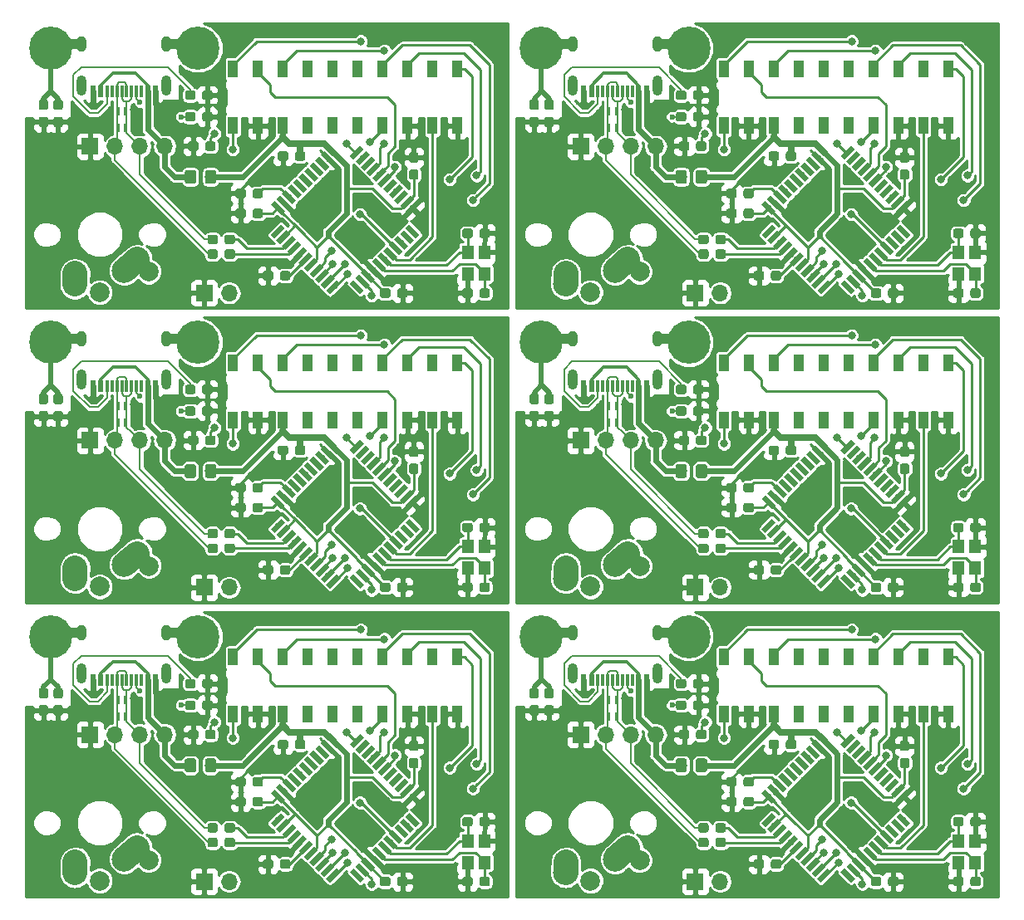
<source format=gbr>
G04 #@! TF.GenerationSoftware,KiCad,Pcbnew,(5.0.0)*
G04 #@! TF.CreationDate,2018-10-14T22:14:47+02:00*
G04 #@! TF.ProjectId,model-f-5291-pcb-panel,6D6F64656C2D662D353239312D706362,rev?*
G04 #@! TF.SameCoordinates,Original*
G04 #@! TF.FileFunction,Copper,L1,Top,Signal*
G04 #@! TF.FilePolarity,Positive*
%FSLAX46Y46*%
G04 Gerber Fmt 4.6, Leading zero omitted, Abs format (unit mm)*
G04 Created by KiCad (PCBNEW (5.0.0)) date 10/14/18 22:14:47*
%MOMM*%
%LPD*%
G01*
G04 APERTURE LIST*
G04 #@! TA.AperFunction,Conductor*
%ADD10C,0.100000*%
G04 #@! TD*
G04 #@! TA.AperFunction,SMDPad,CuDef*
%ADD11C,0.950000*%
G04 #@! TD*
G04 #@! TA.AperFunction,ComponentPad*
%ADD12O,1.700000X1.700000*%
G04 #@! TD*
G04 #@! TA.AperFunction,ComponentPad*
%ADD13R,1.700000X1.700000*%
G04 #@! TD*
G04 #@! TA.AperFunction,ComponentPad*
%ADD14C,2.500000*%
G04 #@! TD*
G04 #@! TA.AperFunction,Conductor*
%ADD15C,2.500000*%
G04 #@! TD*
G04 #@! TA.AperFunction,SMDPad,CuDef*
%ADD16C,2.500000*%
G04 #@! TD*
G04 #@! TA.AperFunction,ComponentPad*
%ADD17C,2.000000*%
G04 #@! TD*
G04 #@! TA.AperFunction,SMDPad,CuDef*
%ADD18R,0.400000X0.900000*%
G04 #@! TD*
G04 #@! TA.AperFunction,SMDPad,CuDef*
%ADD19R,1.200000X1.400000*%
G04 #@! TD*
G04 #@! TA.AperFunction,SMDPad,CuDef*
%ADD20C,1.150000*%
G04 #@! TD*
G04 #@! TA.AperFunction,SMDPad,CuDef*
%ADD21R,1.000000X1.800000*%
G04 #@! TD*
G04 #@! TA.AperFunction,SMDPad,CuDef*
%ADD22C,0.550000*%
G04 #@! TD*
G04 #@! TA.AperFunction,ComponentPad*
%ADD23C,0.700000*%
G04 #@! TD*
G04 #@! TA.AperFunction,ComponentPad*
%ADD24C,4.400000*%
G04 #@! TD*
G04 #@! TA.AperFunction,SMDPad,CuDef*
%ADD25R,0.300000X1.150000*%
G04 #@! TD*
G04 #@! TA.AperFunction,SMDPad,CuDef*
%ADD26R,0.600000X1.150000*%
G04 #@! TD*
G04 #@! TA.AperFunction,ComponentPad*
%ADD27O,1.000000X1.600000*%
G04 #@! TD*
G04 #@! TA.AperFunction,ComponentPad*
%ADD28O,1.000000X2.100000*%
G04 #@! TD*
G04 #@! TA.AperFunction,ViaPad*
%ADD29C,0.800000*%
G04 #@! TD*
G04 #@! TA.AperFunction,ViaPad*
%ADD30C,0.600000*%
G04 #@! TD*
G04 #@! TA.AperFunction,Conductor*
%ADD31C,0.250000*%
G04 #@! TD*
G04 #@! TA.AperFunction,Conductor*
%ADD32C,0.600000*%
G04 #@! TD*
G04 #@! TA.AperFunction,Conductor*
%ADD33C,0.650000*%
G04 #@! TD*
G04 #@! TA.AperFunction,Conductor*
%ADD34C,0.200000*%
G04 #@! TD*
G04 #@! TA.AperFunction,Conductor*
%ADD35C,0.300000*%
G04 #@! TD*
G04 #@! TA.AperFunction,Conductor*
%ADD36C,1.000000*%
G04 #@! TD*
G04 #@! TA.AperFunction,Conductor*
%ADD37C,0.500000*%
G04 #@! TD*
G04 #@! TA.AperFunction,Conductor*
%ADD38C,0.254000*%
G04 #@! TD*
G04 APERTURE END LIST*
D10*
G04 #@! TO.N,GND*
G04 #@! TO.C,R1*
G36*
X219285779Y-119526144D02*
X219308834Y-119529563D01*
X219331443Y-119535227D01*
X219353387Y-119543079D01*
X219374457Y-119553044D01*
X219394448Y-119565026D01*
X219413168Y-119578910D01*
X219430438Y-119594562D01*
X219446090Y-119611832D01*
X219459974Y-119630552D01*
X219471956Y-119650543D01*
X219481921Y-119671613D01*
X219489773Y-119693557D01*
X219495437Y-119716166D01*
X219498856Y-119739221D01*
X219500000Y-119762500D01*
X219500000Y-120237500D01*
X219498856Y-120260779D01*
X219495437Y-120283834D01*
X219489773Y-120306443D01*
X219481921Y-120328387D01*
X219471956Y-120349457D01*
X219459974Y-120369448D01*
X219446090Y-120388168D01*
X219430438Y-120405438D01*
X219413168Y-120421090D01*
X219394448Y-120434974D01*
X219374457Y-120446956D01*
X219353387Y-120456921D01*
X219331443Y-120464773D01*
X219308834Y-120470437D01*
X219285779Y-120473856D01*
X219262500Y-120475000D01*
X218687500Y-120475000D01*
X218664221Y-120473856D01*
X218641166Y-120470437D01*
X218618557Y-120464773D01*
X218596613Y-120456921D01*
X218575543Y-120446956D01*
X218555552Y-120434974D01*
X218536832Y-120421090D01*
X218519562Y-120405438D01*
X218503910Y-120388168D01*
X218490026Y-120369448D01*
X218478044Y-120349457D01*
X218468079Y-120328387D01*
X218460227Y-120306443D01*
X218454563Y-120283834D01*
X218451144Y-120260779D01*
X218450000Y-120237500D01*
X218450000Y-119762500D01*
X218451144Y-119739221D01*
X218454563Y-119716166D01*
X218460227Y-119693557D01*
X218468079Y-119671613D01*
X218478044Y-119650543D01*
X218490026Y-119630552D01*
X218503910Y-119611832D01*
X218519562Y-119594562D01*
X218536832Y-119578910D01*
X218555552Y-119565026D01*
X218575543Y-119553044D01*
X218596613Y-119543079D01*
X218618557Y-119535227D01*
X218641166Y-119529563D01*
X218664221Y-119526144D01*
X218687500Y-119525000D01*
X219262500Y-119525000D01*
X219285779Y-119526144D01*
X219285779Y-119526144D01*
G37*
D11*
G04 #@! TD*
G04 #@! TO.P,R1,2*
G04 #@! TO.N,GND*
X218975000Y-120000000D03*
D10*
G04 #@! TO.N,/CC1*
G04 #@! TO.C,R1*
G36*
X217535779Y-119526144D02*
X217558834Y-119529563D01*
X217581443Y-119535227D01*
X217603387Y-119543079D01*
X217624457Y-119553044D01*
X217644448Y-119565026D01*
X217663168Y-119578910D01*
X217680438Y-119594562D01*
X217696090Y-119611832D01*
X217709974Y-119630552D01*
X217721956Y-119650543D01*
X217731921Y-119671613D01*
X217739773Y-119693557D01*
X217745437Y-119716166D01*
X217748856Y-119739221D01*
X217750000Y-119762500D01*
X217750000Y-120237500D01*
X217748856Y-120260779D01*
X217745437Y-120283834D01*
X217739773Y-120306443D01*
X217731921Y-120328387D01*
X217721956Y-120349457D01*
X217709974Y-120369448D01*
X217696090Y-120388168D01*
X217680438Y-120405438D01*
X217663168Y-120421090D01*
X217644448Y-120434974D01*
X217624457Y-120446956D01*
X217603387Y-120456921D01*
X217581443Y-120464773D01*
X217558834Y-120470437D01*
X217535779Y-120473856D01*
X217512500Y-120475000D01*
X216937500Y-120475000D01*
X216914221Y-120473856D01*
X216891166Y-120470437D01*
X216868557Y-120464773D01*
X216846613Y-120456921D01*
X216825543Y-120446956D01*
X216805552Y-120434974D01*
X216786832Y-120421090D01*
X216769562Y-120405438D01*
X216753910Y-120388168D01*
X216740026Y-120369448D01*
X216728044Y-120349457D01*
X216718079Y-120328387D01*
X216710227Y-120306443D01*
X216704563Y-120283834D01*
X216701144Y-120260779D01*
X216700000Y-120237500D01*
X216700000Y-119762500D01*
X216701144Y-119739221D01*
X216704563Y-119716166D01*
X216710227Y-119693557D01*
X216718079Y-119671613D01*
X216728044Y-119650543D01*
X216740026Y-119630552D01*
X216753910Y-119611832D01*
X216769562Y-119594562D01*
X216786832Y-119578910D01*
X216805552Y-119565026D01*
X216825543Y-119553044D01*
X216846613Y-119543079D01*
X216868557Y-119535227D01*
X216891166Y-119529563D01*
X216914221Y-119526144D01*
X216937500Y-119525000D01*
X217512500Y-119525000D01*
X217535779Y-119526144D01*
X217535779Y-119526144D01*
G37*
D11*
G04 #@! TD*
G04 #@! TO.P,R1,1*
G04 #@! TO.N,/CC1*
X217225000Y-120000000D03*
D10*
G04 #@! TO.N,GND*
G04 #@! TO.C,R1*
G36*
X169285779Y-119526144D02*
X169308834Y-119529563D01*
X169331443Y-119535227D01*
X169353387Y-119543079D01*
X169374457Y-119553044D01*
X169394448Y-119565026D01*
X169413168Y-119578910D01*
X169430438Y-119594562D01*
X169446090Y-119611832D01*
X169459974Y-119630552D01*
X169471956Y-119650543D01*
X169481921Y-119671613D01*
X169489773Y-119693557D01*
X169495437Y-119716166D01*
X169498856Y-119739221D01*
X169500000Y-119762500D01*
X169500000Y-120237500D01*
X169498856Y-120260779D01*
X169495437Y-120283834D01*
X169489773Y-120306443D01*
X169481921Y-120328387D01*
X169471956Y-120349457D01*
X169459974Y-120369448D01*
X169446090Y-120388168D01*
X169430438Y-120405438D01*
X169413168Y-120421090D01*
X169394448Y-120434974D01*
X169374457Y-120446956D01*
X169353387Y-120456921D01*
X169331443Y-120464773D01*
X169308834Y-120470437D01*
X169285779Y-120473856D01*
X169262500Y-120475000D01*
X168687500Y-120475000D01*
X168664221Y-120473856D01*
X168641166Y-120470437D01*
X168618557Y-120464773D01*
X168596613Y-120456921D01*
X168575543Y-120446956D01*
X168555552Y-120434974D01*
X168536832Y-120421090D01*
X168519562Y-120405438D01*
X168503910Y-120388168D01*
X168490026Y-120369448D01*
X168478044Y-120349457D01*
X168468079Y-120328387D01*
X168460227Y-120306443D01*
X168454563Y-120283834D01*
X168451144Y-120260779D01*
X168450000Y-120237500D01*
X168450000Y-119762500D01*
X168451144Y-119739221D01*
X168454563Y-119716166D01*
X168460227Y-119693557D01*
X168468079Y-119671613D01*
X168478044Y-119650543D01*
X168490026Y-119630552D01*
X168503910Y-119611832D01*
X168519562Y-119594562D01*
X168536832Y-119578910D01*
X168555552Y-119565026D01*
X168575543Y-119553044D01*
X168596613Y-119543079D01*
X168618557Y-119535227D01*
X168641166Y-119529563D01*
X168664221Y-119526144D01*
X168687500Y-119525000D01*
X169262500Y-119525000D01*
X169285779Y-119526144D01*
X169285779Y-119526144D01*
G37*
D11*
G04 #@! TD*
G04 #@! TO.P,R1,2*
G04 #@! TO.N,GND*
X168975000Y-120000000D03*
D10*
G04 #@! TO.N,/CC1*
G04 #@! TO.C,R1*
G36*
X167535779Y-119526144D02*
X167558834Y-119529563D01*
X167581443Y-119535227D01*
X167603387Y-119543079D01*
X167624457Y-119553044D01*
X167644448Y-119565026D01*
X167663168Y-119578910D01*
X167680438Y-119594562D01*
X167696090Y-119611832D01*
X167709974Y-119630552D01*
X167721956Y-119650543D01*
X167731921Y-119671613D01*
X167739773Y-119693557D01*
X167745437Y-119716166D01*
X167748856Y-119739221D01*
X167750000Y-119762500D01*
X167750000Y-120237500D01*
X167748856Y-120260779D01*
X167745437Y-120283834D01*
X167739773Y-120306443D01*
X167731921Y-120328387D01*
X167721956Y-120349457D01*
X167709974Y-120369448D01*
X167696090Y-120388168D01*
X167680438Y-120405438D01*
X167663168Y-120421090D01*
X167644448Y-120434974D01*
X167624457Y-120446956D01*
X167603387Y-120456921D01*
X167581443Y-120464773D01*
X167558834Y-120470437D01*
X167535779Y-120473856D01*
X167512500Y-120475000D01*
X166937500Y-120475000D01*
X166914221Y-120473856D01*
X166891166Y-120470437D01*
X166868557Y-120464773D01*
X166846613Y-120456921D01*
X166825543Y-120446956D01*
X166805552Y-120434974D01*
X166786832Y-120421090D01*
X166769562Y-120405438D01*
X166753910Y-120388168D01*
X166740026Y-120369448D01*
X166728044Y-120349457D01*
X166718079Y-120328387D01*
X166710227Y-120306443D01*
X166704563Y-120283834D01*
X166701144Y-120260779D01*
X166700000Y-120237500D01*
X166700000Y-119762500D01*
X166701144Y-119739221D01*
X166704563Y-119716166D01*
X166710227Y-119693557D01*
X166718079Y-119671613D01*
X166728044Y-119650543D01*
X166740026Y-119630552D01*
X166753910Y-119611832D01*
X166769562Y-119594562D01*
X166786832Y-119578910D01*
X166805552Y-119565026D01*
X166825543Y-119553044D01*
X166846613Y-119543079D01*
X166868557Y-119535227D01*
X166891166Y-119529563D01*
X166914221Y-119526144D01*
X166937500Y-119525000D01*
X167512500Y-119525000D01*
X167535779Y-119526144D01*
X167535779Y-119526144D01*
G37*
D11*
G04 #@! TD*
G04 #@! TO.P,R1,1*
G04 #@! TO.N,/CC1*
X167225000Y-120000000D03*
D10*
G04 #@! TO.N,GND*
G04 #@! TO.C,R1*
G36*
X219285779Y-89526144D02*
X219308834Y-89529563D01*
X219331443Y-89535227D01*
X219353387Y-89543079D01*
X219374457Y-89553044D01*
X219394448Y-89565026D01*
X219413168Y-89578910D01*
X219430438Y-89594562D01*
X219446090Y-89611832D01*
X219459974Y-89630552D01*
X219471956Y-89650543D01*
X219481921Y-89671613D01*
X219489773Y-89693557D01*
X219495437Y-89716166D01*
X219498856Y-89739221D01*
X219500000Y-89762500D01*
X219500000Y-90237500D01*
X219498856Y-90260779D01*
X219495437Y-90283834D01*
X219489773Y-90306443D01*
X219481921Y-90328387D01*
X219471956Y-90349457D01*
X219459974Y-90369448D01*
X219446090Y-90388168D01*
X219430438Y-90405438D01*
X219413168Y-90421090D01*
X219394448Y-90434974D01*
X219374457Y-90446956D01*
X219353387Y-90456921D01*
X219331443Y-90464773D01*
X219308834Y-90470437D01*
X219285779Y-90473856D01*
X219262500Y-90475000D01*
X218687500Y-90475000D01*
X218664221Y-90473856D01*
X218641166Y-90470437D01*
X218618557Y-90464773D01*
X218596613Y-90456921D01*
X218575543Y-90446956D01*
X218555552Y-90434974D01*
X218536832Y-90421090D01*
X218519562Y-90405438D01*
X218503910Y-90388168D01*
X218490026Y-90369448D01*
X218478044Y-90349457D01*
X218468079Y-90328387D01*
X218460227Y-90306443D01*
X218454563Y-90283834D01*
X218451144Y-90260779D01*
X218450000Y-90237500D01*
X218450000Y-89762500D01*
X218451144Y-89739221D01*
X218454563Y-89716166D01*
X218460227Y-89693557D01*
X218468079Y-89671613D01*
X218478044Y-89650543D01*
X218490026Y-89630552D01*
X218503910Y-89611832D01*
X218519562Y-89594562D01*
X218536832Y-89578910D01*
X218555552Y-89565026D01*
X218575543Y-89553044D01*
X218596613Y-89543079D01*
X218618557Y-89535227D01*
X218641166Y-89529563D01*
X218664221Y-89526144D01*
X218687500Y-89525000D01*
X219262500Y-89525000D01*
X219285779Y-89526144D01*
X219285779Y-89526144D01*
G37*
D11*
G04 #@! TD*
G04 #@! TO.P,R1,2*
G04 #@! TO.N,GND*
X218975000Y-90000000D03*
D10*
G04 #@! TO.N,/CC1*
G04 #@! TO.C,R1*
G36*
X217535779Y-89526144D02*
X217558834Y-89529563D01*
X217581443Y-89535227D01*
X217603387Y-89543079D01*
X217624457Y-89553044D01*
X217644448Y-89565026D01*
X217663168Y-89578910D01*
X217680438Y-89594562D01*
X217696090Y-89611832D01*
X217709974Y-89630552D01*
X217721956Y-89650543D01*
X217731921Y-89671613D01*
X217739773Y-89693557D01*
X217745437Y-89716166D01*
X217748856Y-89739221D01*
X217750000Y-89762500D01*
X217750000Y-90237500D01*
X217748856Y-90260779D01*
X217745437Y-90283834D01*
X217739773Y-90306443D01*
X217731921Y-90328387D01*
X217721956Y-90349457D01*
X217709974Y-90369448D01*
X217696090Y-90388168D01*
X217680438Y-90405438D01*
X217663168Y-90421090D01*
X217644448Y-90434974D01*
X217624457Y-90446956D01*
X217603387Y-90456921D01*
X217581443Y-90464773D01*
X217558834Y-90470437D01*
X217535779Y-90473856D01*
X217512500Y-90475000D01*
X216937500Y-90475000D01*
X216914221Y-90473856D01*
X216891166Y-90470437D01*
X216868557Y-90464773D01*
X216846613Y-90456921D01*
X216825543Y-90446956D01*
X216805552Y-90434974D01*
X216786832Y-90421090D01*
X216769562Y-90405438D01*
X216753910Y-90388168D01*
X216740026Y-90369448D01*
X216728044Y-90349457D01*
X216718079Y-90328387D01*
X216710227Y-90306443D01*
X216704563Y-90283834D01*
X216701144Y-90260779D01*
X216700000Y-90237500D01*
X216700000Y-89762500D01*
X216701144Y-89739221D01*
X216704563Y-89716166D01*
X216710227Y-89693557D01*
X216718079Y-89671613D01*
X216728044Y-89650543D01*
X216740026Y-89630552D01*
X216753910Y-89611832D01*
X216769562Y-89594562D01*
X216786832Y-89578910D01*
X216805552Y-89565026D01*
X216825543Y-89553044D01*
X216846613Y-89543079D01*
X216868557Y-89535227D01*
X216891166Y-89529563D01*
X216914221Y-89526144D01*
X216937500Y-89525000D01*
X217512500Y-89525000D01*
X217535779Y-89526144D01*
X217535779Y-89526144D01*
G37*
D11*
G04 #@! TD*
G04 #@! TO.P,R1,1*
G04 #@! TO.N,/CC1*
X217225000Y-90000000D03*
D10*
G04 #@! TO.N,GND*
G04 #@! TO.C,R1*
G36*
X169285779Y-89526144D02*
X169308834Y-89529563D01*
X169331443Y-89535227D01*
X169353387Y-89543079D01*
X169374457Y-89553044D01*
X169394448Y-89565026D01*
X169413168Y-89578910D01*
X169430438Y-89594562D01*
X169446090Y-89611832D01*
X169459974Y-89630552D01*
X169471956Y-89650543D01*
X169481921Y-89671613D01*
X169489773Y-89693557D01*
X169495437Y-89716166D01*
X169498856Y-89739221D01*
X169500000Y-89762500D01*
X169500000Y-90237500D01*
X169498856Y-90260779D01*
X169495437Y-90283834D01*
X169489773Y-90306443D01*
X169481921Y-90328387D01*
X169471956Y-90349457D01*
X169459974Y-90369448D01*
X169446090Y-90388168D01*
X169430438Y-90405438D01*
X169413168Y-90421090D01*
X169394448Y-90434974D01*
X169374457Y-90446956D01*
X169353387Y-90456921D01*
X169331443Y-90464773D01*
X169308834Y-90470437D01*
X169285779Y-90473856D01*
X169262500Y-90475000D01*
X168687500Y-90475000D01*
X168664221Y-90473856D01*
X168641166Y-90470437D01*
X168618557Y-90464773D01*
X168596613Y-90456921D01*
X168575543Y-90446956D01*
X168555552Y-90434974D01*
X168536832Y-90421090D01*
X168519562Y-90405438D01*
X168503910Y-90388168D01*
X168490026Y-90369448D01*
X168478044Y-90349457D01*
X168468079Y-90328387D01*
X168460227Y-90306443D01*
X168454563Y-90283834D01*
X168451144Y-90260779D01*
X168450000Y-90237500D01*
X168450000Y-89762500D01*
X168451144Y-89739221D01*
X168454563Y-89716166D01*
X168460227Y-89693557D01*
X168468079Y-89671613D01*
X168478044Y-89650543D01*
X168490026Y-89630552D01*
X168503910Y-89611832D01*
X168519562Y-89594562D01*
X168536832Y-89578910D01*
X168555552Y-89565026D01*
X168575543Y-89553044D01*
X168596613Y-89543079D01*
X168618557Y-89535227D01*
X168641166Y-89529563D01*
X168664221Y-89526144D01*
X168687500Y-89525000D01*
X169262500Y-89525000D01*
X169285779Y-89526144D01*
X169285779Y-89526144D01*
G37*
D11*
G04 #@! TD*
G04 #@! TO.P,R1,2*
G04 #@! TO.N,GND*
X168975000Y-90000000D03*
D10*
G04 #@! TO.N,/CC1*
G04 #@! TO.C,R1*
G36*
X167535779Y-89526144D02*
X167558834Y-89529563D01*
X167581443Y-89535227D01*
X167603387Y-89543079D01*
X167624457Y-89553044D01*
X167644448Y-89565026D01*
X167663168Y-89578910D01*
X167680438Y-89594562D01*
X167696090Y-89611832D01*
X167709974Y-89630552D01*
X167721956Y-89650543D01*
X167731921Y-89671613D01*
X167739773Y-89693557D01*
X167745437Y-89716166D01*
X167748856Y-89739221D01*
X167750000Y-89762500D01*
X167750000Y-90237500D01*
X167748856Y-90260779D01*
X167745437Y-90283834D01*
X167739773Y-90306443D01*
X167731921Y-90328387D01*
X167721956Y-90349457D01*
X167709974Y-90369448D01*
X167696090Y-90388168D01*
X167680438Y-90405438D01*
X167663168Y-90421090D01*
X167644448Y-90434974D01*
X167624457Y-90446956D01*
X167603387Y-90456921D01*
X167581443Y-90464773D01*
X167558834Y-90470437D01*
X167535779Y-90473856D01*
X167512500Y-90475000D01*
X166937500Y-90475000D01*
X166914221Y-90473856D01*
X166891166Y-90470437D01*
X166868557Y-90464773D01*
X166846613Y-90456921D01*
X166825543Y-90446956D01*
X166805552Y-90434974D01*
X166786832Y-90421090D01*
X166769562Y-90405438D01*
X166753910Y-90388168D01*
X166740026Y-90369448D01*
X166728044Y-90349457D01*
X166718079Y-90328387D01*
X166710227Y-90306443D01*
X166704563Y-90283834D01*
X166701144Y-90260779D01*
X166700000Y-90237500D01*
X166700000Y-89762500D01*
X166701144Y-89739221D01*
X166704563Y-89716166D01*
X166710227Y-89693557D01*
X166718079Y-89671613D01*
X166728044Y-89650543D01*
X166740026Y-89630552D01*
X166753910Y-89611832D01*
X166769562Y-89594562D01*
X166786832Y-89578910D01*
X166805552Y-89565026D01*
X166825543Y-89553044D01*
X166846613Y-89543079D01*
X166868557Y-89535227D01*
X166891166Y-89529563D01*
X166914221Y-89526144D01*
X166937500Y-89525000D01*
X167512500Y-89525000D01*
X167535779Y-89526144D01*
X167535779Y-89526144D01*
G37*
D11*
G04 #@! TD*
G04 #@! TO.P,R1,1*
G04 #@! TO.N,/CC1*
X167225000Y-90000000D03*
D10*
G04 #@! TO.N,GND*
G04 #@! TO.C,R1*
G36*
X219285779Y-59526144D02*
X219308834Y-59529563D01*
X219331443Y-59535227D01*
X219353387Y-59543079D01*
X219374457Y-59553044D01*
X219394448Y-59565026D01*
X219413168Y-59578910D01*
X219430438Y-59594562D01*
X219446090Y-59611832D01*
X219459974Y-59630552D01*
X219471956Y-59650543D01*
X219481921Y-59671613D01*
X219489773Y-59693557D01*
X219495437Y-59716166D01*
X219498856Y-59739221D01*
X219500000Y-59762500D01*
X219500000Y-60237500D01*
X219498856Y-60260779D01*
X219495437Y-60283834D01*
X219489773Y-60306443D01*
X219481921Y-60328387D01*
X219471956Y-60349457D01*
X219459974Y-60369448D01*
X219446090Y-60388168D01*
X219430438Y-60405438D01*
X219413168Y-60421090D01*
X219394448Y-60434974D01*
X219374457Y-60446956D01*
X219353387Y-60456921D01*
X219331443Y-60464773D01*
X219308834Y-60470437D01*
X219285779Y-60473856D01*
X219262500Y-60475000D01*
X218687500Y-60475000D01*
X218664221Y-60473856D01*
X218641166Y-60470437D01*
X218618557Y-60464773D01*
X218596613Y-60456921D01*
X218575543Y-60446956D01*
X218555552Y-60434974D01*
X218536832Y-60421090D01*
X218519562Y-60405438D01*
X218503910Y-60388168D01*
X218490026Y-60369448D01*
X218478044Y-60349457D01*
X218468079Y-60328387D01*
X218460227Y-60306443D01*
X218454563Y-60283834D01*
X218451144Y-60260779D01*
X218450000Y-60237500D01*
X218450000Y-59762500D01*
X218451144Y-59739221D01*
X218454563Y-59716166D01*
X218460227Y-59693557D01*
X218468079Y-59671613D01*
X218478044Y-59650543D01*
X218490026Y-59630552D01*
X218503910Y-59611832D01*
X218519562Y-59594562D01*
X218536832Y-59578910D01*
X218555552Y-59565026D01*
X218575543Y-59553044D01*
X218596613Y-59543079D01*
X218618557Y-59535227D01*
X218641166Y-59529563D01*
X218664221Y-59526144D01*
X218687500Y-59525000D01*
X219262500Y-59525000D01*
X219285779Y-59526144D01*
X219285779Y-59526144D01*
G37*
D11*
G04 #@! TD*
G04 #@! TO.P,R1,2*
G04 #@! TO.N,GND*
X218975000Y-60000000D03*
D10*
G04 #@! TO.N,/CC1*
G04 #@! TO.C,R1*
G36*
X217535779Y-59526144D02*
X217558834Y-59529563D01*
X217581443Y-59535227D01*
X217603387Y-59543079D01*
X217624457Y-59553044D01*
X217644448Y-59565026D01*
X217663168Y-59578910D01*
X217680438Y-59594562D01*
X217696090Y-59611832D01*
X217709974Y-59630552D01*
X217721956Y-59650543D01*
X217731921Y-59671613D01*
X217739773Y-59693557D01*
X217745437Y-59716166D01*
X217748856Y-59739221D01*
X217750000Y-59762500D01*
X217750000Y-60237500D01*
X217748856Y-60260779D01*
X217745437Y-60283834D01*
X217739773Y-60306443D01*
X217731921Y-60328387D01*
X217721956Y-60349457D01*
X217709974Y-60369448D01*
X217696090Y-60388168D01*
X217680438Y-60405438D01*
X217663168Y-60421090D01*
X217644448Y-60434974D01*
X217624457Y-60446956D01*
X217603387Y-60456921D01*
X217581443Y-60464773D01*
X217558834Y-60470437D01*
X217535779Y-60473856D01*
X217512500Y-60475000D01*
X216937500Y-60475000D01*
X216914221Y-60473856D01*
X216891166Y-60470437D01*
X216868557Y-60464773D01*
X216846613Y-60456921D01*
X216825543Y-60446956D01*
X216805552Y-60434974D01*
X216786832Y-60421090D01*
X216769562Y-60405438D01*
X216753910Y-60388168D01*
X216740026Y-60369448D01*
X216728044Y-60349457D01*
X216718079Y-60328387D01*
X216710227Y-60306443D01*
X216704563Y-60283834D01*
X216701144Y-60260779D01*
X216700000Y-60237500D01*
X216700000Y-59762500D01*
X216701144Y-59739221D01*
X216704563Y-59716166D01*
X216710227Y-59693557D01*
X216718079Y-59671613D01*
X216728044Y-59650543D01*
X216740026Y-59630552D01*
X216753910Y-59611832D01*
X216769562Y-59594562D01*
X216786832Y-59578910D01*
X216805552Y-59565026D01*
X216825543Y-59553044D01*
X216846613Y-59543079D01*
X216868557Y-59535227D01*
X216891166Y-59529563D01*
X216914221Y-59526144D01*
X216937500Y-59525000D01*
X217512500Y-59525000D01*
X217535779Y-59526144D01*
X217535779Y-59526144D01*
G37*
D11*
G04 #@! TD*
G04 #@! TO.P,R1,1*
G04 #@! TO.N,/CC1*
X217225000Y-60000000D03*
D10*
G04 #@! TO.N,GND*
G04 #@! TO.C,C2*
G36*
X247527779Y-131408144D02*
X247550834Y-131411563D01*
X247573443Y-131417227D01*
X247595387Y-131425079D01*
X247616457Y-131435044D01*
X247636448Y-131447026D01*
X247655168Y-131460910D01*
X247672438Y-131476562D01*
X247688090Y-131493832D01*
X247701974Y-131512552D01*
X247713956Y-131532543D01*
X247723921Y-131553613D01*
X247731773Y-131575557D01*
X247737437Y-131598166D01*
X247740856Y-131621221D01*
X247742000Y-131644500D01*
X247742000Y-132119500D01*
X247740856Y-132142779D01*
X247737437Y-132165834D01*
X247731773Y-132188443D01*
X247723921Y-132210387D01*
X247713956Y-132231457D01*
X247701974Y-132251448D01*
X247688090Y-132270168D01*
X247672438Y-132287438D01*
X247655168Y-132303090D01*
X247636448Y-132316974D01*
X247616457Y-132328956D01*
X247595387Y-132338921D01*
X247573443Y-132346773D01*
X247550834Y-132352437D01*
X247527779Y-132355856D01*
X247504500Y-132357000D01*
X246929500Y-132357000D01*
X246906221Y-132355856D01*
X246883166Y-132352437D01*
X246860557Y-132346773D01*
X246838613Y-132338921D01*
X246817543Y-132328956D01*
X246797552Y-132316974D01*
X246778832Y-132303090D01*
X246761562Y-132287438D01*
X246745910Y-132270168D01*
X246732026Y-132251448D01*
X246720044Y-132231457D01*
X246710079Y-132210387D01*
X246702227Y-132188443D01*
X246696563Y-132165834D01*
X246693144Y-132142779D01*
X246692000Y-132119500D01*
X246692000Y-131644500D01*
X246693144Y-131621221D01*
X246696563Y-131598166D01*
X246702227Y-131575557D01*
X246710079Y-131553613D01*
X246720044Y-131532543D01*
X246732026Y-131512552D01*
X246745910Y-131493832D01*
X246761562Y-131476562D01*
X246778832Y-131460910D01*
X246797552Y-131447026D01*
X246817543Y-131435044D01*
X246838613Y-131425079D01*
X246860557Y-131417227D01*
X246883166Y-131411563D01*
X246906221Y-131408144D01*
X246929500Y-131407000D01*
X247504500Y-131407000D01*
X247527779Y-131408144D01*
X247527779Y-131408144D01*
G37*
D11*
G04 #@! TD*
G04 #@! TO.P,C2,2*
G04 #@! TO.N,GND*
X247217000Y-131882000D03*
D10*
G04 #@! TO.N,Net-(C2-Pad1)*
G04 #@! TO.C,C2*
G36*
X245777779Y-131408144D02*
X245800834Y-131411563D01*
X245823443Y-131417227D01*
X245845387Y-131425079D01*
X245866457Y-131435044D01*
X245886448Y-131447026D01*
X245905168Y-131460910D01*
X245922438Y-131476562D01*
X245938090Y-131493832D01*
X245951974Y-131512552D01*
X245963956Y-131532543D01*
X245973921Y-131553613D01*
X245981773Y-131575557D01*
X245987437Y-131598166D01*
X245990856Y-131621221D01*
X245992000Y-131644500D01*
X245992000Y-132119500D01*
X245990856Y-132142779D01*
X245987437Y-132165834D01*
X245981773Y-132188443D01*
X245973921Y-132210387D01*
X245963956Y-132231457D01*
X245951974Y-132251448D01*
X245938090Y-132270168D01*
X245922438Y-132287438D01*
X245905168Y-132303090D01*
X245886448Y-132316974D01*
X245866457Y-132328956D01*
X245845387Y-132338921D01*
X245823443Y-132346773D01*
X245800834Y-132352437D01*
X245777779Y-132355856D01*
X245754500Y-132357000D01*
X245179500Y-132357000D01*
X245156221Y-132355856D01*
X245133166Y-132352437D01*
X245110557Y-132346773D01*
X245088613Y-132338921D01*
X245067543Y-132328956D01*
X245047552Y-132316974D01*
X245028832Y-132303090D01*
X245011562Y-132287438D01*
X244995910Y-132270168D01*
X244982026Y-132251448D01*
X244970044Y-132231457D01*
X244960079Y-132210387D01*
X244952227Y-132188443D01*
X244946563Y-132165834D01*
X244943144Y-132142779D01*
X244942000Y-132119500D01*
X244942000Y-131644500D01*
X244943144Y-131621221D01*
X244946563Y-131598166D01*
X244952227Y-131575557D01*
X244960079Y-131553613D01*
X244970044Y-131532543D01*
X244982026Y-131512552D01*
X244995910Y-131493832D01*
X245011562Y-131476562D01*
X245028832Y-131460910D01*
X245047552Y-131447026D01*
X245067543Y-131435044D01*
X245088613Y-131425079D01*
X245110557Y-131417227D01*
X245133166Y-131411563D01*
X245156221Y-131408144D01*
X245179500Y-131407000D01*
X245754500Y-131407000D01*
X245777779Y-131408144D01*
X245777779Y-131408144D01*
G37*
D11*
G04 #@! TD*
G04 #@! TO.P,C2,1*
G04 #@! TO.N,Net-(C2-Pad1)*
X245467000Y-131882000D03*
D10*
G04 #@! TO.N,GND*
G04 #@! TO.C,C2*
G36*
X197527779Y-131408144D02*
X197550834Y-131411563D01*
X197573443Y-131417227D01*
X197595387Y-131425079D01*
X197616457Y-131435044D01*
X197636448Y-131447026D01*
X197655168Y-131460910D01*
X197672438Y-131476562D01*
X197688090Y-131493832D01*
X197701974Y-131512552D01*
X197713956Y-131532543D01*
X197723921Y-131553613D01*
X197731773Y-131575557D01*
X197737437Y-131598166D01*
X197740856Y-131621221D01*
X197742000Y-131644500D01*
X197742000Y-132119500D01*
X197740856Y-132142779D01*
X197737437Y-132165834D01*
X197731773Y-132188443D01*
X197723921Y-132210387D01*
X197713956Y-132231457D01*
X197701974Y-132251448D01*
X197688090Y-132270168D01*
X197672438Y-132287438D01*
X197655168Y-132303090D01*
X197636448Y-132316974D01*
X197616457Y-132328956D01*
X197595387Y-132338921D01*
X197573443Y-132346773D01*
X197550834Y-132352437D01*
X197527779Y-132355856D01*
X197504500Y-132357000D01*
X196929500Y-132357000D01*
X196906221Y-132355856D01*
X196883166Y-132352437D01*
X196860557Y-132346773D01*
X196838613Y-132338921D01*
X196817543Y-132328956D01*
X196797552Y-132316974D01*
X196778832Y-132303090D01*
X196761562Y-132287438D01*
X196745910Y-132270168D01*
X196732026Y-132251448D01*
X196720044Y-132231457D01*
X196710079Y-132210387D01*
X196702227Y-132188443D01*
X196696563Y-132165834D01*
X196693144Y-132142779D01*
X196692000Y-132119500D01*
X196692000Y-131644500D01*
X196693144Y-131621221D01*
X196696563Y-131598166D01*
X196702227Y-131575557D01*
X196710079Y-131553613D01*
X196720044Y-131532543D01*
X196732026Y-131512552D01*
X196745910Y-131493832D01*
X196761562Y-131476562D01*
X196778832Y-131460910D01*
X196797552Y-131447026D01*
X196817543Y-131435044D01*
X196838613Y-131425079D01*
X196860557Y-131417227D01*
X196883166Y-131411563D01*
X196906221Y-131408144D01*
X196929500Y-131407000D01*
X197504500Y-131407000D01*
X197527779Y-131408144D01*
X197527779Y-131408144D01*
G37*
D11*
G04 #@! TD*
G04 #@! TO.P,C2,2*
G04 #@! TO.N,GND*
X197217000Y-131882000D03*
D10*
G04 #@! TO.N,Net-(C2-Pad1)*
G04 #@! TO.C,C2*
G36*
X195777779Y-131408144D02*
X195800834Y-131411563D01*
X195823443Y-131417227D01*
X195845387Y-131425079D01*
X195866457Y-131435044D01*
X195886448Y-131447026D01*
X195905168Y-131460910D01*
X195922438Y-131476562D01*
X195938090Y-131493832D01*
X195951974Y-131512552D01*
X195963956Y-131532543D01*
X195973921Y-131553613D01*
X195981773Y-131575557D01*
X195987437Y-131598166D01*
X195990856Y-131621221D01*
X195992000Y-131644500D01*
X195992000Y-132119500D01*
X195990856Y-132142779D01*
X195987437Y-132165834D01*
X195981773Y-132188443D01*
X195973921Y-132210387D01*
X195963956Y-132231457D01*
X195951974Y-132251448D01*
X195938090Y-132270168D01*
X195922438Y-132287438D01*
X195905168Y-132303090D01*
X195886448Y-132316974D01*
X195866457Y-132328956D01*
X195845387Y-132338921D01*
X195823443Y-132346773D01*
X195800834Y-132352437D01*
X195777779Y-132355856D01*
X195754500Y-132357000D01*
X195179500Y-132357000D01*
X195156221Y-132355856D01*
X195133166Y-132352437D01*
X195110557Y-132346773D01*
X195088613Y-132338921D01*
X195067543Y-132328956D01*
X195047552Y-132316974D01*
X195028832Y-132303090D01*
X195011562Y-132287438D01*
X194995910Y-132270168D01*
X194982026Y-132251448D01*
X194970044Y-132231457D01*
X194960079Y-132210387D01*
X194952227Y-132188443D01*
X194946563Y-132165834D01*
X194943144Y-132142779D01*
X194942000Y-132119500D01*
X194942000Y-131644500D01*
X194943144Y-131621221D01*
X194946563Y-131598166D01*
X194952227Y-131575557D01*
X194960079Y-131553613D01*
X194970044Y-131532543D01*
X194982026Y-131512552D01*
X194995910Y-131493832D01*
X195011562Y-131476562D01*
X195028832Y-131460910D01*
X195047552Y-131447026D01*
X195067543Y-131435044D01*
X195088613Y-131425079D01*
X195110557Y-131417227D01*
X195133166Y-131411563D01*
X195156221Y-131408144D01*
X195179500Y-131407000D01*
X195754500Y-131407000D01*
X195777779Y-131408144D01*
X195777779Y-131408144D01*
G37*
D11*
G04 #@! TD*
G04 #@! TO.P,C2,1*
G04 #@! TO.N,Net-(C2-Pad1)*
X195467000Y-131882000D03*
D10*
G04 #@! TO.N,GND*
G04 #@! TO.C,C2*
G36*
X247527779Y-101408144D02*
X247550834Y-101411563D01*
X247573443Y-101417227D01*
X247595387Y-101425079D01*
X247616457Y-101435044D01*
X247636448Y-101447026D01*
X247655168Y-101460910D01*
X247672438Y-101476562D01*
X247688090Y-101493832D01*
X247701974Y-101512552D01*
X247713956Y-101532543D01*
X247723921Y-101553613D01*
X247731773Y-101575557D01*
X247737437Y-101598166D01*
X247740856Y-101621221D01*
X247742000Y-101644500D01*
X247742000Y-102119500D01*
X247740856Y-102142779D01*
X247737437Y-102165834D01*
X247731773Y-102188443D01*
X247723921Y-102210387D01*
X247713956Y-102231457D01*
X247701974Y-102251448D01*
X247688090Y-102270168D01*
X247672438Y-102287438D01*
X247655168Y-102303090D01*
X247636448Y-102316974D01*
X247616457Y-102328956D01*
X247595387Y-102338921D01*
X247573443Y-102346773D01*
X247550834Y-102352437D01*
X247527779Y-102355856D01*
X247504500Y-102357000D01*
X246929500Y-102357000D01*
X246906221Y-102355856D01*
X246883166Y-102352437D01*
X246860557Y-102346773D01*
X246838613Y-102338921D01*
X246817543Y-102328956D01*
X246797552Y-102316974D01*
X246778832Y-102303090D01*
X246761562Y-102287438D01*
X246745910Y-102270168D01*
X246732026Y-102251448D01*
X246720044Y-102231457D01*
X246710079Y-102210387D01*
X246702227Y-102188443D01*
X246696563Y-102165834D01*
X246693144Y-102142779D01*
X246692000Y-102119500D01*
X246692000Y-101644500D01*
X246693144Y-101621221D01*
X246696563Y-101598166D01*
X246702227Y-101575557D01*
X246710079Y-101553613D01*
X246720044Y-101532543D01*
X246732026Y-101512552D01*
X246745910Y-101493832D01*
X246761562Y-101476562D01*
X246778832Y-101460910D01*
X246797552Y-101447026D01*
X246817543Y-101435044D01*
X246838613Y-101425079D01*
X246860557Y-101417227D01*
X246883166Y-101411563D01*
X246906221Y-101408144D01*
X246929500Y-101407000D01*
X247504500Y-101407000D01*
X247527779Y-101408144D01*
X247527779Y-101408144D01*
G37*
D11*
G04 #@! TD*
G04 #@! TO.P,C2,2*
G04 #@! TO.N,GND*
X247217000Y-101882000D03*
D10*
G04 #@! TO.N,Net-(C2-Pad1)*
G04 #@! TO.C,C2*
G36*
X245777779Y-101408144D02*
X245800834Y-101411563D01*
X245823443Y-101417227D01*
X245845387Y-101425079D01*
X245866457Y-101435044D01*
X245886448Y-101447026D01*
X245905168Y-101460910D01*
X245922438Y-101476562D01*
X245938090Y-101493832D01*
X245951974Y-101512552D01*
X245963956Y-101532543D01*
X245973921Y-101553613D01*
X245981773Y-101575557D01*
X245987437Y-101598166D01*
X245990856Y-101621221D01*
X245992000Y-101644500D01*
X245992000Y-102119500D01*
X245990856Y-102142779D01*
X245987437Y-102165834D01*
X245981773Y-102188443D01*
X245973921Y-102210387D01*
X245963956Y-102231457D01*
X245951974Y-102251448D01*
X245938090Y-102270168D01*
X245922438Y-102287438D01*
X245905168Y-102303090D01*
X245886448Y-102316974D01*
X245866457Y-102328956D01*
X245845387Y-102338921D01*
X245823443Y-102346773D01*
X245800834Y-102352437D01*
X245777779Y-102355856D01*
X245754500Y-102357000D01*
X245179500Y-102357000D01*
X245156221Y-102355856D01*
X245133166Y-102352437D01*
X245110557Y-102346773D01*
X245088613Y-102338921D01*
X245067543Y-102328956D01*
X245047552Y-102316974D01*
X245028832Y-102303090D01*
X245011562Y-102287438D01*
X244995910Y-102270168D01*
X244982026Y-102251448D01*
X244970044Y-102231457D01*
X244960079Y-102210387D01*
X244952227Y-102188443D01*
X244946563Y-102165834D01*
X244943144Y-102142779D01*
X244942000Y-102119500D01*
X244942000Y-101644500D01*
X244943144Y-101621221D01*
X244946563Y-101598166D01*
X244952227Y-101575557D01*
X244960079Y-101553613D01*
X244970044Y-101532543D01*
X244982026Y-101512552D01*
X244995910Y-101493832D01*
X245011562Y-101476562D01*
X245028832Y-101460910D01*
X245047552Y-101447026D01*
X245067543Y-101435044D01*
X245088613Y-101425079D01*
X245110557Y-101417227D01*
X245133166Y-101411563D01*
X245156221Y-101408144D01*
X245179500Y-101407000D01*
X245754500Y-101407000D01*
X245777779Y-101408144D01*
X245777779Y-101408144D01*
G37*
D11*
G04 #@! TD*
G04 #@! TO.P,C2,1*
G04 #@! TO.N,Net-(C2-Pad1)*
X245467000Y-101882000D03*
D10*
G04 #@! TO.N,GND*
G04 #@! TO.C,C2*
G36*
X197527779Y-101408144D02*
X197550834Y-101411563D01*
X197573443Y-101417227D01*
X197595387Y-101425079D01*
X197616457Y-101435044D01*
X197636448Y-101447026D01*
X197655168Y-101460910D01*
X197672438Y-101476562D01*
X197688090Y-101493832D01*
X197701974Y-101512552D01*
X197713956Y-101532543D01*
X197723921Y-101553613D01*
X197731773Y-101575557D01*
X197737437Y-101598166D01*
X197740856Y-101621221D01*
X197742000Y-101644500D01*
X197742000Y-102119500D01*
X197740856Y-102142779D01*
X197737437Y-102165834D01*
X197731773Y-102188443D01*
X197723921Y-102210387D01*
X197713956Y-102231457D01*
X197701974Y-102251448D01*
X197688090Y-102270168D01*
X197672438Y-102287438D01*
X197655168Y-102303090D01*
X197636448Y-102316974D01*
X197616457Y-102328956D01*
X197595387Y-102338921D01*
X197573443Y-102346773D01*
X197550834Y-102352437D01*
X197527779Y-102355856D01*
X197504500Y-102357000D01*
X196929500Y-102357000D01*
X196906221Y-102355856D01*
X196883166Y-102352437D01*
X196860557Y-102346773D01*
X196838613Y-102338921D01*
X196817543Y-102328956D01*
X196797552Y-102316974D01*
X196778832Y-102303090D01*
X196761562Y-102287438D01*
X196745910Y-102270168D01*
X196732026Y-102251448D01*
X196720044Y-102231457D01*
X196710079Y-102210387D01*
X196702227Y-102188443D01*
X196696563Y-102165834D01*
X196693144Y-102142779D01*
X196692000Y-102119500D01*
X196692000Y-101644500D01*
X196693144Y-101621221D01*
X196696563Y-101598166D01*
X196702227Y-101575557D01*
X196710079Y-101553613D01*
X196720044Y-101532543D01*
X196732026Y-101512552D01*
X196745910Y-101493832D01*
X196761562Y-101476562D01*
X196778832Y-101460910D01*
X196797552Y-101447026D01*
X196817543Y-101435044D01*
X196838613Y-101425079D01*
X196860557Y-101417227D01*
X196883166Y-101411563D01*
X196906221Y-101408144D01*
X196929500Y-101407000D01*
X197504500Y-101407000D01*
X197527779Y-101408144D01*
X197527779Y-101408144D01*
G37*
D11*
G04 #@! TD*
G04 #@! TO.P,C2,2*
G04 #@! TO.N,GND*
X197217000Y-101882000D03*
D10*
G04 #@! TO.N,Net-(C2-Pad1)*
G04 #@! TO.C,C2*
G36*
X195777779Y-101408144D02*
X195800834Y-101411563D01*
X195823443Y-101417227D01*
X195845387Y-101425079D01*
X195866457Y-101435044D01*
X195886448Y-101447026D01*
X195905168Y-101460910D01*
X195922438Y-101476562D01*
X195938090Y-101493832D01*
X195951974Y-101512552D01*
X195963956Y-101532543D01*
X195973921Y-101553613D01*
X195981773Y-101575557D01*
X195987437Y-101598166D01*
X195990856Y-101621221D01*
X195992000Y-101644500D01*
X195992000Y-102119500D01*
X195990856Y-102142779D01*
X195987437Y-102165834D01*
X195981773Y-102188443D01*
X195973921Y-102210387D01*
X195963956Y-102231457D01*
X195951974Y-102251448D01*
X195938090Y-102270168D01*
X195922438Y-102287438D01*
X195905168Y-102303090D01*
X195886448Y-102316974D01*
X195866457Y-102328956D01*
X195845387Y-102338921D01*
X195823443Y-102346773D01*
X195800834Y-102352437D01*
X195777779Y-102355856D01*
X195754500Y-102357000D01*
X195179500Y-102357000D01*
X195156221Y-102355856D01*
X195133166Y-102352437D01*
X195110557Y-102346773D01*
X195088613Y-102338921D01*
X195067543Y-102328956D01*
X195047552Y-102316974D01*
X195028832Y-102303090D01*
X195011562Y-102287438D01*
X194995910Y-102270168D01*
X194982026Y-102251448D01*
X194970044Y-102231457D01*
X194960079Y-102210387D01*
X194952227Y-102188443D01*
X194946563Y-102165834D01*
X194943144Y-102142779D01*
X194942000Y-102119500D01*
X194942000Y-101644500D01*
X194943144Y-101621221D01*
X194946563Y-101598166D01*
X194952227Y-101575557D01*
X194960079Y-101553613D01*
X194970044Y-101532543D01*
X194982026Y-101512552D01*
X194995910Y-101493832D01*
X195011562Y-101476562D01*
X195028832Y-101460910D01*
X195047552Y-101447026D01*
X195067543Y-101435044D01*
X195088613Y-101425079D01*
X195110557Y-101417227D01*
X195133166Y-101411563D01*
X195156221Y-101408144D01*
X195179500Y-101407000D01*
X195754500Y-101407000D01*
X195777779Y-101408144D01*
X195777779Y-101408144D01*
G37*
D11*
G04 #@! TD*
G04 #@! TO.P,C2,1*
G04 #@! TO.N,Net-(C2-Pad1)*
X195467000Y-101882000D03*
D10*
G04 #@! TO.N,GND*
G04 #@! TO.C,C2*
G36*
X247527779Y-71408144D02*
X247550834Y-71411563D01*
X247573443Y-71417227D01*
X247595387Y-71425079D01*
X247616457Y-71435044D01*
X247636448Y-71447026D01*
X247655168Y-71460910D01*
X247672438Y-71476562D01*
X247688090Y-71493832D01*
X247701974Y-71512552D01*
X247713956Y-71532543D01*
X247723921Y-71553613D01*
X247731773Y-71575557D01*
X247737437Y-71598166D01*
X247740856Y-71621221D01*
X247742000Y-71644500D01*
X247742000Y-72119500D01*
X247740856Y-72142779D01*
X247737437Y-72165834D01*
X247731773Y-72188443D01*
X247723921Y-72210387D01*
X247713956Y-72231457D01*
X247701974Y-72251448D01*
X247688090Y-72270168D01*
X247672438Y-72287438D01*
X247655168Y-72303090D01*
X247636448Y-72316974D01*
X247616457Y-72328956D01*
X247595387Y-72338921D01*
X247573443Y-72346773D01*
X247550834Y-72352437D01*
X247527779Y-72355856D01*
X247504500Y-72357000D01*
X246929500Y-72357000D01*
X246906221Y-72355856D01*
X246883166Y-72352437D01*
X246860557Y-72346773D01*
X246838613Y-72338921D01*
X246817543Y-72328956D01*
X246797552Y-72316974D01*
X246778832Y-72303090D01*
X246761562Y-72287438D01*
X246745910Y-72270168D01*
X246732026Y-72251448D01*
X246720044Y-72231457D01*
X246710079Y-72210387D01*
X246702227Y-72188443D01*
X246696563Y-72165834D01*
X246693144Y-72142779D01*
X246692000Y-72119500D01*
X246692000Y-71644500D01*
X246693144Y-71621221D01*
X246696563Y-71598166D01*
X246702227Y-71575557D01*
X246710079Y-71553613D01*
X246720044Y-71532543D01*
X246732026Y-71512552D01*
X246745910Y-71493832D01*
X246761562Y-71476562D01*
X246778832Y-71460910D01*
X246797552Y-71447026D01*
X246817543Y-71435044D01*
X246838613Y-71425079D01*
X246860557Y-71417227D01*
X246883166Y-71411563D01*
X246906221Y-71408144D01*
X246929500Y-71407000D01*
X247504500Y-71407000D01*
X247527779Y-71408144D01*
X247527779Y-71408144D01*
G37*
D11*
G04 #@! TD*
G04 #@! TO.P,C2,2*
G04 #@! TO.N,GND*
X247217000Y-71882000D03*
D10*
G04 #@! TO.N,Net-(C2-Pad1)*
G04 #@! TO.C,C2*
G36*
X245777779Y-71408144D02*
X245800834Y-71411563D01*
X245823443Y-71417227D01*
X245845387Y-71425079D01*
X245866457Y-71435044D01*
X245886448Y-71447026D01*
X245905168Y-71460910D01*
X245922438Y-71476562D01*
X245938090Y-71493832D01*
X245951974Y-71512552D01*
X245963956Y-71532543D01*
X245973921Y-71553613D01*
X245981773Y-71575557D01*
X245987437Y-71598166D01*
X245990856Y-71621221D01*
X245992000Y-71644500D01*
X245992000Y-72119500D01*
X245990856Y-72142779D01*
X245987437Y-72165834D01*
X245981773Y-72188443D01*
X245973921Y-72210387D01*
X245963956Y-72231457D01*
X245951974Y-72251448D01*
X245938090Y-72270168D01*
X245922438Y-72287438D01*
X245905168Y-72303090D01*
X245886448Y-72316974D01*
X245866457Y-72328956D01*
X245845387Y-72338921D01*
X245823443Y-72346773D01*
X245800834Y-72352437D01*
X245777779Y-72355856D01*
X245754500Y-72357000D01*
X245179500Y-72357000D01*
X245156221Y-72355856D01*
X245133166Y-72352437D01*
X245110557Y-72346773D01*
X245088613Y-72338921D01*
X245067543Y-72328956D01*
X245047552Y-72316974D01*
X245028832Y-72303090D01*
X245011562Y-72287438D01*
X244995910Y-72270168D01*
X244982026Y-72251448D01*
X244970044Y-72231457D01*
X244960079Y-72210387D01*
X244952227Y-72188443D01*
X244946563Y-72165834D01*
X244943144Y-72142779D01*
X244942000Y-72119500D01*
X244942000Y-71644500D01*
X244943144Y-71621221D01*
X244946563Y-71598166D01*
X244952227Y-71575557D01*
X244960079Y-71553613D01*
X244970044Y-71532543D01*
X244982026Y-71512552D01*
X244995910Y-71493832D01*
X245011562Y-71476562D01*
X245028832Y-71460910D01*
X245047552Y-71447026D01*
X245067543Y-71435044D01*
X245088613Y-71425079D01*
X245110557Y-71417227D01*
X245133166Y-71411563D01*
X245156221Y-71408144D01*
X245179500Y-71407000D01*
X245754500Y-71407000D01*
X245777779Y-71408144D01*
X245777779Y-71408144D01*
G37*
D11*
G04 #@! TD*
G04 #@! TO.P,C2,1*
G04 #@! TO.N,Net-(C2-Pad1)*
X245467000Y-71882000D03*
D10*
G04 #@! TO.N,/D-*
G04 #@! TO.C,R4*
G36*
X219810779Y-132026144D02*
X219833834Y-132029563D01*
X219856443Y-132035227D01*
X219878387Y-132043079D01*
X219899457Y-132053044D01*
X219919448Y-132065026D01*
X219938168Y-132078910D01*
X219955438Y-132094562D01*
X219971090Y-132111832D01*
X219984974Y-132130552D01*
X219996956Y-132150543D01*
X220006921Y-132171613D01*
X220014773Y-132193557D01*
X220020437Y-132216166D01*
X220023856Y-132239221D01*
X220025000Y-132262500D01*
X220025000Y-132737500D01*
X220023856Y-132760779D01*
X220020437Y-132783834D01*
X220014773Y-132806443D01*
X220006921Y-132828387D01*
X219996956Y-132849457D01*
X219984974Y-132869448D01*
X219971090Y-132888168D01*
X219955438Y-132905438D01*
X219938168Y-132921090D01*
X219919448Y-132934974D01*
X219899457Y-132946956D01*
X219878387Y-132956921D01*
X219856443Y-132964773D01*
X219833834Y-132970437D01*
X219810779Y-132973856D01*
X219787500Y-132975000D01*
X219212500Y-132975000D01*
X219189221Y-132973856D01*
X219166166Y-132970437D01*
X219143557Y-132964773D01*
X219121613Y-132956921D01*
X219100543Y-132946956D01*
X219080552Y-132934974D01*
X219061832Y-132921090D01*
X219044562Y-132905438D01*
X219028910Y-132888168D01*
X219015026Y-132869448D01*
X219003044Y-132849457D01*
X218993079Y-132828387D01*
X218985227Y-132806443D01*
X218979563Y-132783834D01*
X218976144Y-132760779D01*
X218975000Y-132737500D01*
X218975000Y-132262500D01*
X218976144Y-132239221D01*
X218979563Y-132216166D01*
X218985227Y-132193557D01*
X218993079Y-132171613D01*
X219003044Y-132150543D01*
X219015026Y-132130552D01*
X219028910Y-132111832D01*
X219044562Y-132094562D01*
X219061832Y-132078910D01*
X219080552Y-132065026D01*
X219100543Y-132053044D01*
X219121613Y-132043079D01*
X219143557Y-132035227D01*
X219166166Y-132029563D01*
X219189221Y-132026144D01*
X219212500Y-132025000D01*
X219787500Y-132025000D01*
X219810779Y-132026144D01*
X219810779Y-132026144D01*
G37*
D11*
G04 #@! TD*
G04 #@! TO.P,R4,1*
G04 #@! TO.N,/D-*
X219500000Y-132500000D03*
D10*
G04 #@! TO.N,Net-(R4-Pad2)*
G04 #@! TO.C,R4*
G36*
X221560779Y-132026144D02*
X221583834Y-132029563D01*
X221606443Y-132035227D01*
X221628387Y-132043079D01*
X221649457Y-132053044D01*
X221669448Y-132065026D01*
X221688168Y-132078910D01*
X221705438Y-132094562D01*
X221721090Y-132111832D01*
X221734974Y-132130552D01*
X221746956Y-132150543D01*
X221756921Y-132171613D01*
X221764773Y-132193557D01*
X221770437Y-132216166D01*
X221773856Y-132239221D01*
X221775000Y-132262500D01*
X221775000Y-132737500D01*
X221773856Y-132760779D01*
X221770437Y-132783834D01*
X221764773Y-132806443D01*
X221756921Y-132828387D01*
X221746956Y-132849457D01*
X221734974Y-132869448D01*
X221721090Y-132888168D01*
X221705438Y-132905438D01*
X221688168Y-132921090D01*
X221669448Y-132934974D01*
X221649457Y-132946956D01*
X221628387Y-132956921D01*
X221606443Y-132964773D01*
X221583834Y-132970437D01*
X221560779Y-132973856D01*
X221537500Y-132975000D01*
X220962500Y-132975000D01*
X220939221Y-132973856D01*
X220916166Y-132970437D01*
X220893557Y-132964773D01*
X220871613Y-132956921D01*
X220850543Y-132946956D01*
X220830552Y-132934974D01*
X220811832Y-132921090D01*
X220794562Y-132905438D01*
X220778910Y-132888168D01*
X220765026Y-132869448D01*
X220753044Y-132849457D01*
X220743079Y-132828387D01*
X220735227Y-132806443D01*
X220729563Y-132783834D01*
X220726144Y-132760779D01*
X220725000Y-132737500D01*
X220725000Y-132262500D01*
X220726144Y-132239221D01*
X220729563Y-132216166D01*
X220735227Y-132193557D01*
X220743079Y-132171613D01*
X220753044Y-132150543D01*
X220765026Y-132130552D01*
X220778910Y-132111832D01*
X220794562Y-132094562D01*
X220811832Y-132078910D01*
X220830552Y-132065026D01*
X220850543Y-132053044D01*
X220871613Y-132043079D01*
X220893557Y-132035227D01*
X220916166Y-132029563D01*
X220939221Y-132026144D01*
X220962500Y-132025000D01*
X221537500Y-132025000D01*
X221560779Y-132026144D01*
X221560779Y-132026144D01*
G37*
D11*
G04 #@! TD*
G04 #@! TO.P,R4,2*
G04 #@! TO.N,Net-(R4-Pad2)*
X221250000Y-132500000D03*
D10*
G04 #@! TO.N,/D-*
G04 #@! TO.C,R4*
G36*
X169810779Y-132026144D02*
X169833834Y-132029563D01*
X169856443Y-132035227D01*
X169878387Y-132043079D01*
X169899457Y-132053044D01*
X169919448Y-132065026D01*
X169938168Y-132078910D01*
X169955438Y-132094562D01*
X169971090Y-132111832D01*
X169984974Y-132130552D01*
X169996956Y-132150543D01*
X170006921Y-132171613D01*
X170014773Y-132193557D01*
X170020437Y-132216166D01*
X170023856Y-132239221D01*
X170025000Y-132262500D01*
X170025000Y-132737500D01*
X170023856Y-132760779D01*
X170020437Y-132783834D01*
X170014773Y-132806443D01*
X170006921Y-132828387D01*
X169996956Y-132849457D01*
X169984974Y-132869448D01*
X169971090Y-132888168D01*
X169955438Y-132905438D01*
X169938168Y-132921090D01*
X169919448Y-132934974D01*
X169899457Y-132946956D01*
X169878387Y-132956921D01*
X169856443Y-132964773D01*
X169833834Y-132970437D01*
X169810779Y-132973856D01*
X169787500Y-132975000D01*
X169212500Y-132975000D01*
X169189221Y-132973856D01*
X169166166Y-132970437D01*
X169143557Y-132964773D01*
X169121613Y-132956921D01*
X169100543Y-132946956D01*
X169080552Y-132934974D01*
X169061832Y-132921090D01*
X169044562Y-132905438D01*
X169028910Y-132888168D01*
X169015026Y-132869448D01*
X169003044Y-132849457D01*
X168993079Y-132828387D01*
X168985227Y-132806443D01*
X168979563Y-132783834D01*
X168976144Y-132760779D01*
X168975000Y-132737500D01*
X168975000Y-132262500D01*
X168976144Y-132239221D01*
X168979563Y-132216166D01*
X168985227Y-132193557D01*
X168993079Y-132171613D01*
X169003044Y-132150543D01*
X169015026Y-132130552D01*
X169028910Y-132111832D01*
X169044562Y-132094562D01*
X169061832Y-132078910D01*
X169080552Y-132065026D01*
X169100543Y-132053044D01*
X169121613Y-132043079D01*
X169143557Y-132035227D01*
X169166166Y-132029563D01*
X169189221Y-132026144D01*
X169212500Y-132025000D01*
X169787500Y-132025000D01*
X169810779Y-132026144D01*
X169810779Y-132026144D01*
G37*
D11*
G04 #@! TD*
G04 #@! TO.P,R4,1*
G04 #@! TO.N,/D-*
X169500000Y-132500000D03*
D10*
G04 #@! TO.N,Net-(R4-Pad2)*
G04 #@! TO.C,R4*
G36*
X171560779Y-132026144D02*
X171583834Y-132029563D01*
X171606443Y-132035227D01*
X171628387Y-132043079D01*
X171649457Y-132053044D01*
X171669448Y-132065026D01*
X171688168Y-132078910D01*
X171705438Y-132094562D01*
X171721090Y-132111832D01*
X171734974Y-132130552D01*
X171746956Y-132150543D01*
X171756921Y-132171613D01*
X171764773Y-132193557D01*
X171770437Y-132216166D01*
X171773856Y-132239221D01*
X171775000Y-132262500D01*
X171775000Y-132737500D01*
X171773856Y-132760779D01*
X171770437Y-132783834D01*
X171764773Y-132806443D01*
X171756921Y-132828387D01*
X171746956Y-132849457D01*
X171734974Y-132869448D01*
X171721090Y-132888168D01*
X171705438Y-132905438D01*
X171688168Y-132921090D01*
X171669448Y-132934974D01*
X171649457Y-132946956D01*
X171628387Y-132956921D01*
X171606443Y-132964773D01*
X171583834Y-132970437D01*
X171560779Y-132973856D01*
X171537500Y-132975000D01*
X170962500Y-132975000D01*
X170939221Y-132973856D01*
X170916166Y-132970437D01*
X170893557Y-132964773D01*
X170871613Y-132956921D01*
X170850543Y-132946956D01*
X170830552Y-132934974D01*
X170811832Y-132921090D01*
X170794562Y-132905438D01*
X170778910Y-132888168D01*
X170765026Y-132869448D01*
X170753044Y-132849457D01*
X170743079Y-132828387D01*
X170735227Y-132806443D01*
X170729563Y-132783834D01*
X170726144Y-132760779D01*
X170725000Y-132737500D01*
X170725000Y-132262500D01*
X170726144Y-132239221D01*
X170729563Y-132216166D01*
X170735227Y-132193557D01*
X170743079Y-132171613D01*
X170753044Y-132150543D01*
X170765026Y-132130552D01*
X170778910Y-132111832D01*
X170794562Y-132094562D01*
X170811832Y-132078910D01*
X170830552Y-132065026D01*
X170850543Y-132053044D01*
X170871613Y-132043079D01*
X170893557Y-132035227D01*
X170916166Y-132029563D01*
X170939221Y-132026144D01*
X170962500Y-132025000D01*
X171537500Y-132025000D01*
X171560779Y-132026144D01*
X171560779Y-132026144D01*
G37*
D11*
G04 #@! TD*
G04 #@! TO.P,R4,2*
G04 #@! TO.N,Net-(R4-Pad2)*
X171250000Y-132500000D03*
D10*
G04 #@! TO.N,/D-*
G04 #@! TO.C,R4*
G36*
X219810779Y-102026144D02*
X219833834Y-102029563D01*
X219856443Y-102035227D01*
X219878387Y-102043079D01*
X219899457Y-102053044D01*
X219919448Y-102065026D01*
X219938168Y-102078910D01*
X219955438Y-102094562D01*
X219971090Y-102111832D01*
X219984974Y-102130552D01*
X219996956Y-102150543D01*
X220006921Y-102171613D01*
X220014773Y-102193557D01*
X220020437Y-102216166D01*
X220023856Y-102239221D01*
X220025000Y-102262500D01*
X220025000Y-102737500D01*
X220023856Y-102760779D01*
X220020437Y-102783834D01*
X220014773Y-102806443D01*
X220006921Y-102828387D01*
X219996956Y-102849457D01*
X219984974Y-102869448D01*
X219971090Y-102888168D01*
X219955438Y-102905438D01*
X219938168Y-102921090D01*
X219919448Y-102934974D01*
X219899457Y-102946956D01*
X219878387Y-102956921D01*
X219856443Y-102964773D01*
X219833834Y-102970437D01*
X219810779Y-102973856D01*
X219787500Y-102975000D01*
X219212500Y-102975000D01*
X219189221Y-102973856D01*
X219166166Y-102970437D01*
X219143557Y-102964773D01*
X219121613Y-102956921D01*
X219100543Y-102946956D01*
X219080552Y-102934974D01*
X219061832Y-102921090D01*
X219044562Y-102905438D01*
X219028910Y-102888168D01*
X219015026Y-102869448D01*
X219003044Y-102849457D01*
X218993079Y-102828387D01*
X218985227Y-102806443D01*
X218979563Y-102783834D01*
X218976144Y-102760779D01*
X218975000Y-102737500D01*
X218975000Y-102262500D01*
X218976144Y-102239221D01*
X218979563Y-102216166D01*
X218985227Y-102193557D01*
X218993079Y-102171613D01*
X219003044Y-102150543D01*
X219015026Y-102130552D01*
X219028910Y-102111832D01*
X219044562Y-102094562D01*
X219061832Y-102078910D01*
X219080552Y-102065026D01*
X219100543Y-102053044D01*
X219121613Y-102043079D01*
X219143557Y-102035227D01*
X219166166Y-102029563D01*
X219189221Y-102026144D01*
X219212500Y-102025000D01*
X219787500Y-102025000D01*
X219810779Y-102026144D01*
X219810779Y-102026144D01*
G37*
D11*
G04 #@! TD*
G04 #@! TO.P,R4,1*
G04 #@! TO.N,/D-*
X219500000Y-102500000D03*
D10*
G04 #@! TO.N,Net-(R4-Pad2)*
G04 #@! TO.C,R4*
G36*
X221560779Y-102026144D02*
X221583834Y-102029563D01*
X221606443Y-102035227D01*
X221628387Y-102043079D01*
X221649457Y-102053044D01*
X221669448Y-102065026D01*
X221688168Y-102078910D01*
X221705438Y-102094562D01*
X221721090Y-102111832D01*
X221734974Y-102130552D01*
X221746956Y-102150543D01*
X221756921Y-102171613D01*
X221764773Y-102193557D01*
X221770437Y-102216166D01*
X221773856Y-102239221D01*
X221775000Y-102262500D01*
X221775000Y-102737500D01*
X221773856Y-102760779D01*
X221770437Y-102783834D01*
X221764773Y-102806443D01*
X221756921Y-102828387D01*
X221746956Y-102849457D01*
X221734974Y-102869448D01*
X221721090Y-102888168D01*
X221705438Y-102905438D01*
X221688168Y-102921090D01*
X221669448Y-102934974D01*
X221649457Y-102946956D01*
X221628387Y-102956921D01*
X221606443Y-102964773D01*
X221583834Y-102970437D01*
X221560779Y-102973856D01*
X221537500Y-102975000D01*
X220962500Y-102975000D01*
X220939221Y-102973856D01*
X220916166Y-102970437D01*
X220893557Y-102964773D01*
X220871613Y-102956921D01*
X220850543Y-102946956D01*
X220830552Y-102934974D01*
X220811832Y-102921090D01*
X220794562Y-102905438D01*
X220778910Y-102888168D01*
X220765026Y-102869448D01*
X220753044Y-102849457D01*
X220743079Y-102828387D01*
X220735227Y-102806443D01*
X220729563Y-102783834D01*
X220726144Y-102760779D01*
X220725000Y-102737500D01*
X220725000Y-102262500D01*
X220726144Y-102239221D01*
X220729563Y-102216166D01*
X220735227Y-102193557D01*
X220743079Y-102171613D01*
X220753044Y-102150543D01*
X220765026Y-102130552D01*
X220778910Y-102111832D01*
X220794562Y-102094562D01*
X220811832Y-102078910D01*
X220830552Y-102065026D01*
X220850543Y-102053044D01*
X220871613Y-102043079D01*
X220893557Y-102035227D01*
X220916166Y-102029563D01*
X220939221Y-102026144D01*
X220962500Y-102025000D01*
X221537500Y-102025000D01*
X221560779Y-102026144D01*
X221560779Y-102026144D01*
G37*
D11*
G04 #@! TD*
G04 #@! TO.P,R4,2*
G04 #@! TO.N,Net-(R4-Pad2)*
X221250000Y-102500000D03*
D10*
G04 #@! TO.N,/D-*
G04 #@! TO.C,R4*
G36*
X169810779Y-102026144D02*
X169833834Y-102029563D01*
X169856443Y-102035227D01*
X169878387Y-102043079D01*
X169899457Y-102053044D01*
X169919448Y-102065026D01*
X169938168Y-102078910D01*
X169955438Y-102094562D01*
X169971090Y-102111832D01*
X169984974Y-102130552D01*
X169996956Y-102150543D01*
X170006921Y-102171613D01*
X170014773Y-102193557D01*
X170020437Y-102216166D01*
X170023856Y-102239221D01*
X170025000Y-102262500D01*
X170025000Y-102737500D01*
X170023856Y-102760779D01*
X170020437Y-102783834D01*
X170014773Y-102806443D01*
X170006921Y-102828387D01*
X169996956Y-102849457D01*
X169984974Y-102869448D01*
X169971090Y-102888168D01*
X169955438Y-102905438D01*
X169938168Y-102921090D01*
X169919448Y-102934974D01*
X169899457Y-102946956D01*
X169878387Y-102956921D01*
X169856443Y-102964773D01*
X169833834Y-102970437D01*
X169810779Y-102973856D01*
X169787500Y-102975000D01*
X169212500Y-102975000D01*
X169189221Y-102973856D01*
X169166166Y-102970437D01*
X169143557Y-102964773D01*
X169121613Y-102956921D01*
X169100543Y-102946956D01*
X169080552Y-102934974D01*
X169061832Y-102921090D01*
X169044562Y-102905438D01*
X169028910Y-102888168D01*
X169015026Y-102869448D01*
X169003044Y-102849457D01*
X168993079Y-102828387D01*
X168985227Y-102806443D01*
X168979563Y-102783834D01*
X168976144Y-102760779D01*
X168975000Y-102737500D01*
X168975000Y-102262500D01*
X168976144Y-102239221D01*
X168979563Y-102216166D01*
X168985227Y-102193557D01*
X168993079Y-102171613D01*
X169003044Y-102150543D01*
X169015026Y-102130552D01*
X169028910Y-102111832D01*
X169044562Y-102094562D01*
X169061832Y-102078910D01*
X169080552Y-102065026D01*
X169100543Y-102053044D01*
X169121613Y-102043079D01*
X169143557Y-102035227D01*
X169166166Y-102029563D01*
X169189221Y-102026144D01*
X169212500Y-102025000D01*
X169787500Y-102025000D01*
X169810779Y-102026144D01*
X169810779Y-102026144D01*
G37*
D11*
G04 #@! TD*
G04 #@! TO.P,R4,1*
G04 #@! TO.N,/D-*
X169500000Y-102500000D03*
D10*
G04 #@! TO.N,Net-(R4-Pad2)*
G04 #@! TO.C,R4*
G36*
X171560779Y-102026144D02*
X171583834Y-102029563D01*
X171606443Y-102035227D01*
X171628387Y-102043079D01*
X171649457Y-102053044D01*
X171669448Y-102065026D01*
X171688168Y-102078910D01*
X171705438Y-102094562D01*
X171721090Y-102111832D01*
X171734974Y-102130552D01*
X171746956Y-102150543D01*
X171756921Y-102171613D01*
X171764773Y-102193557D01*
X171770437Y-102216166D01*
X171773856Y-102239221D01*
X171775000Y-102262500D01*
X171775000Y-102737500D01*
X171773856Y-102760779D01*
X171770437Y-102783834D01*
X171764773Y-102806443D01*
X171756921Y-102828387D01*
X171746956Y-102849457D01*
X171734974Y-102869448D01*
X171721090Y-102888168D01*
X171705438Y-102905438D01*
X171688168Y-102921090D01*
X171669448Y-102934974D01*
X171649457Y-102946956D01*
X171628387Y-102956921D01*
X171606443Y-102964773D01*
X171583834Y-102970437D01*
X171560779Y-102973856D01*
X171537500Y-102975000D01*
X170962500Y-102975000D01*
X170939221Y-102973856D01*
X170916166Y-102970437D01*
X170893557Y-102964773D01*
X170871613Y-102956921D01*
X170850543Y-102946956D01*
X170830552Y-102934974D01*
X170811832Y-102921090D01*
X170794562Y-102905438D01*
X170778910Y-102888168D01*
X170765026Y-102869448D01*
X170753044Y-102849457D01*
X170743079Y-102828387D01*
X170735227Y-102806443D01*
X170729563Y-102783834D01*
X170726144Y-102760779D01*
X170725000Y-102737500D01*
X170725000Y-102262500D01*
X170726144Y-102239221D01*
X170729563Y-102216166D01*
X170735227Y-102193557D01*
X170743079Y-102171613D01*
X170753044Y-102150543D01*
X170765026Y-102130552D01*
X170778910Y-102111832D01*
X170794562Y-102094562D01*
X170811832Y-102078910D01*
X170830552Y-102065026D01*
X170850543Y-102053044D01*
X170871613Y-102043079D01*
X170893557Y-102035227D01*
X170916166Y-102029563D01*
X170939221Y-102026144D01*
X170962500Y-102025000D01*
X171537500Y-102025000D01*
X171560779Y-102026144D01*
X171560779Y-102026144D01*
G37*
D11*
G04 #@! TD*
G04 #@! TO.P,R4,2*
G04 #@! TO.N,Net-(R4-Pad2)*
X171250000Y-102500000D03*
D10*
G04 #@! TO.N,/D-*
G04 #@! TO.C,R4*
G36*
X219810779Y-72026144D02*
X219833834Y-72029563D01*
X219856443Y-72035227D01*
X219878387Y-72043079D01*
X219899457Y-72053044D01*
X219919448Y-72065026D01*
X219938168Y-72078910D01*
X219955438Y-72094562D01*
X219971090Y-72111832D01*
X219984974Y-72130552D01*
X219996956Y-72150543D01*
X220006921Y-72171613D01*
X220014773Y-72193557D01*
X220020437Y-72216166D01*
X220023856Y-72239221D01*
X220025000Y-72262500D01*
X220025000Y-72737500D01*
X220023856Y-72760779D01*
X220020437Y-72783834D01*
X220014773Y-72806443D01*
X220006921Y-72828387D01*
X219996956Y-72849457D01*
X219984974Y-72869448D01*
X219971090Y-72888168D01*
X219955438Y-72905438D01*
X219938168Y-72921090D01*
X219919448Y-72934974D01*
X219899457Y-72946956D01*
X219878387Y-72956921D01*
X219856443Y-72964773D01*
X219833834Y-72970437D01*
X219810779Y-72973856D01*
X219787500Y-72975000D01*
X219212500Y-72975000D01*
X219189221Y-72973856D01*
X219166166Y-72970437D01*
X219143557Y-72964773D01*
X219121613Y-72956921D01*
X219100543Y-72946956D01*
X219080552Y-72934974D01*
X219061832Y-72921090D01*
X219044562Y-72905438D01*
X219028910Y-72888168D01*
X219015026Y-72869448D01*
X219003044Y-72849457D01*
X218993079Y-72828387D01*
X218985227Y-72806443D01*
X218979563Y-72783834D01*
X218976144Y-72760779D01*
X218975000Y-72737500D01*
X218975000Y-72262500D01*
X218976144Y-72239221D01*
X218979563Y-72216166D01*
X218985227Y-72193557D01*
X218993079Y-72171613D01*
X219003044Y-72150543D01*
X219015026Y-72130552D01*
X219028910Y-72111832D01*
X219044562Y-72094562D01*
X219061832Y-72078910D01*
X219080552Y-72065026D01*
X219100543Y-72053044D01*
X219121613Y-72043079D01*
X219143557Y-72035227D01*
X219166166Y-72029563D01*
X219189221Y-72026144D01*
X219212500Y-72025000D01*
X219787500Y-72025000D01*
X219810779Y-72026144D01*
X219810779Y-72026144D01*
G37*
D11*
G04 #@! TD*
G04 #@! TO.P,R4,1*
G04 #@! TO.N,/D-*
X219500000Y-72500000D03*
D10*
G04 #@! TO.N,Net-(R4-Pad2)*
G04 #@! TO.C,R4*
G36*
X221560779Y-72026144D02*
X221583834Y-72029563D01*
X221606443Y-72035227D01*
X221628387Y-72043079D01*
X221649457Y-72053044D01*
X221669448Y-72065026D01*
X221688168Y-72078910D01*
X221705438Y-72094562D01*
X221721090Y-72111832D01*
X221734974Y-72130552D01*
X221746956Y-72150543D01*
X221756921Y-72171613D01*
X221764773Y-72193557D01*
X221770437Y-72216166D01*
X221773856Y-72239221D01*
X221775000Y-72262500D01*
X221775000Y-72737500D01*
X221773856Y-72760779D01*
X221770437Y-72783834D01*
X221764773Y-72806443D01*
X221756921Y-72828387D01*
X221746956Y-72849457D01*
X221734974Y-72869448D01*
X221721090Y-72888168D01*
X221705438Y-72905438D01*
X221688168Y-72921090D01*
X221669448Y-72934974D01*
X221649457Y-72946956D01*
X221628387Y-72956921D01*
X221606443Y-72964773D01*
X221583834Y-72970437D01*
X221560779Y-72973856D01*
X221537500Y-72975000D01*
X220962500Y-72975000D01*
X220939221Y-72973856D01*
X220916166Y-72970437D01*
X220893557Y-72964773D01*
X220871613Y-72956921D01*
X220850543Y-72946956D01*
X220830552Y-72934974D01*
X220811832Y-72921090D01*
X220794562Y-72905438D01*
X220778910Y-72888168D01*
X220765026Y-72869448D01*
X220753044Y-72849457D01*
X220743079Y-72828387D01*
X220735227Y-72806443D01*
X220729563Y-72783834D01*
X220726144Y-72760779D01*
X220725000Y-72737500D01*
X220725000Y-72262500D01*
X220726144Y-72239221D01*
X220729563Y-72216166D01*
X220735227Y-72193557D01*
X220743079Y-72171613D01*
X220753044Y-72150543D01*
X220765026Y-72130552D01*
X220778910Y-72111832D01*
X220794562Y-72094562D01*
X220811832Y-72078910D01*
X220830552Y-72065026D01*
X220850543Y-72053044D01*
X220871613Y-72043079D01*
X220893557Y-72035227D01*
X220916166Y-72029563D01*
X220939221Y-72026144D01*
X220962500Y-72025000D01*
X221537500Y-72025000D01*
X221560779Y-72026144D01*
X221560779Y-72026144D01*
G37*
D11*
G04 #@! TD*
G04 #@! TO.P,R4,2*
G04 #@! TO.N,Net-(R4-Pad2)*
X221250000Y-72500000D03*
D12*
G04 #@! TO.P,J3,4*
G04 #@! TO.N,/VBUS_CON*
X214620000Y-123000000D03*
G04 #@! TO.P,J3,3*
G04 #@! TO.N,/D-*
X212080000Y-123000000D03*
G04 #@! TO.P,J3,2*
G04 #@! TO.N,/D+*
X209540000Y-123000000D03*
D13*
G04 #@! TO.P,J3,1*
G04 #@! TO.N,GND*
X207000000Y-123000000D03*
G04 #@! TD*
D12*
G04 #@! TO.P,J3,4*
G04 #@! TO.N,/VBUS_CON*
X164620000Y-123000000D03*
G04 #@! TO.P,J3,3*
G04 #@! TO.N,/D-*
X162080000Y-123000000D03*
G04 #@! TO.P,J3,2*
G04 #@! TO.N,/D+*
X159540000Y-123000000D03*
D13*
G04 #@! TO.P,J3,1*
G04 #@! TO.N,GND*
X157000000Y-123000000D03*
G04 #@! TD*
D12*
G04 #@! TO.P,J3,4*
G04 #@! TO.N,/VBUS_CON*
X214620000Y-93000000D03*
G04 #@! TO.P,J3,3*
G04 #@! TO.N,/D-*
X212080000Y-93000000D03*
G04 #@! TO.P,J3,2*
G04 #@! TO.N,/D+*
X209540000Y-93000000D03*
D13*
G04 #@! TO.P,J3,1*
G04 #@! TO.N,GND*
X207000000Y-93000000D03*
G04 #@! TD*
D12*
G04 #@! TO.P,J3,4*
G04 #@! TO.N,/VBUS_CON*
X164620000Y-93000000D03*
G04 #@! TO.P,J3,3*
G04 #@! TO.N,/D-*
X162080000Y-93000000D03*
G04 #@! TO.P,J3,2*
G04 #@! TO.N,/D+*
X159540000Y-93000000D03*
D13*
G04 #@! TO.P,J3,1*
G04 #@! TO.N,GND*
X157000000Y-93000000D03*
G04 #@! TD*
D12*
G04 #@! TO.P,J3,4*
G04 #@! TO.N,/VBUS_CON*
X214620000Y-63000000D03*
G04 #@! TO.P,J3,3*
G04 #@! TO.N,/D-*
X212080000Y-63000000D03*
G04 #@! TO.P,J3,2*
G04 #@! TO.N,/D+*
X209540000Y-63000000D03*
D13*
G04 #@! TO.P,J3,1*
G04 #@! TO.N,GND*
X207000000Y-63000000D03*
G04 #@! TD*
D14*
G04 #@! TO.P,SW1,1*
G04 #@! TO.N,Net-(SW1-Pad1)*
X210500000Y-135683000D03*
X211206232Y-135064847D03*
D15*
G04 #@! TD*
G04 #@! TO.N,Net-(SW1-Pad1)*
G04 #@! TO.C,SW1*
X210602464Y-135589694D02*
X211810000Y-134540000D01*
D14*
G04 #@! TO.P,SW1,2*
G04 #@! TO.N,Net-(SW1-Pad2)*
X205460000Y-137080000D03*
X205482550Y-136499695D03*
D15*
G04 #@! TD*
G04 #@! TO.N,Net-(SW1-Pad2)*
G04 #@! TO.C,SW1*
X205465100Y-136999390D02*
X205500000Y-136000000D01*
D16*
G04 #@! TO.P,SW1,1*
G04 #@! TO.N,Net-(SW1-Pad1)*
X211180000Y-135090000D03*
D15*
G04 #@! TD*
G04 #@! TO.N,Net-(SW1-Pad1)*
G04 #@! TO.C,SW1*
X210576232Y-135614847D02*
X211783768Y-134565153D01*
D16*
G04 #@! TO.P,SW1,2*
G04 #@! TO.N,Net-(SW1-Pad2)*
X205480000Y-136540000D03*
D15*
G04 #@! TD*
G04 #@! TO.N,Net-(SW1-Pad2)*
G04 #@! TO.C,SW1*
X205460805Y-137089665D02*
X205499195Y-135990335D01*
D17*
G04 #@! TO.P,SW1,1*
G04 #@! TO.N,Net-(SW1-Pad1)*
X208000000Y-137900000D03*
X213000000Y-135800000D03*
G04 #@! TD*
D14*
G04 #@! TO.P,SW1,1*
G04 #@! TO.N,Net-(SW1-Pad1)*
X160500000Y-135683000D03*
X161206232Y-135064847D03*
D15*
G04 #@! TD*
G04 #@! TO.N,Net-(SW1-Pad1)*
G04 #@! TO.C,SW1*
X160602464Y-135589694D02*
X161810000Y-134540000D01*
D14*
G04 #@! TO.P,SW1,2*
G04 #@! TO.N,Net-(SW1-Pad2)*
X155460000Y-137080000D03*
X155482550Y-136499695D03*
D15*
G04 #@! TD*
G04 #@! TO.N,Net-(SW1-Pad2)*
G04 #@! TO.C,SW1*
X155465100Y-136999390D02*
X155500000Y-136000000D01*
D16*
G04 #@! TO.P,SW1,1*
G04 #@! TO.N,Net-(SW1-Pad1)*
X161180000Y-135090000D03*
D15*
G04 #@! TD*
G04 #@! TO.N,Net-(SW1-Pad1)*
G04 #@! TO.C,SW1*
X160576232Y-135614847D02*
X161783768Y-134565153D01*
D16*
G04 #@! TO.P,SW1,2*
G04 #@! TO.N,Net-(SW1-Pad2)*
X155480000Y-136540000D03*
D15*
G04 #@! TD*
G04 #@! TO.N,Net-(SW1-Pad2)*
G04 #@! TO.C,SW1*
X155460805Y-137089665D02*
X155499195Y-135990335D01*
D17*
G04 #@! TO.P,SW1,1*
G04 #@! TO.N,Net-(SW1-Pad1)*
X158000000Y-137900000D03*
X163000000Y-135800000D03*
G04 #@! TD*
D14*
G04 #@! TO.P,SW1,1*
G04 #@! TO.N,Net-(SW1-Pad1)*
X210500000Y-105683000D03*
X211206232Y-105064847D03*
D15*
G04 #@! TD*
G04 #@! TO.N,Net-(SW1-Pad1)*
G04 #@! TO.C,SW1*
X210602464Y-105589694D02*
X211810000Y-104540000D01*
D14*
G04 #@! TO.P,SW1,2*
G04 #@! TO.N,Net-(SW1-Pad2)*
X205460000Y-107080000D03*
X205482550Y-106499695D03*
D15*
G04 #@! TD*
G04 #@! TO.N,Net-(SW1-Pad2)*
G04 #@! TO.C,SW1*
X205465100Y-106999390D02*
X205500000Y-106000000D01*
D16*
G04 #@! TO.P,SW1,1*
G04 #@! TO.N,Net-(SW1-Pad1)*
X211180000Y-105090000D03*
D15*
G04 #@! TD*
G04 #@! TO.N,Net-(SW1-Pad1)*
G04 #@! TO.C,SW1*
X210576232Y-105614847D02*
X211783768Y-104565153D01*
D16*
G04 #@! TO.P,SW1,2*
G04 #@! TO.N,Net-(SW1-Pad2)*
X205480000Y-106540000D03*
D15*
G04 #@! TD*
G04 #@! TO.N,Net-(SW1-Pad2)*
G04 #@! TO.C,SW1*
X205460805Y-107089665D02*
X205499195Y-105990335D01*
D17*
G04 #@! TO.P,SW1,1*
G04 #@! TO.N,Net-(SW1-Pad1)*
X208000000Y-107900000D03*
X213000000Y-105800000D03*
G04 #@! TD*
D14*
G04 #@! TO.P,SW1,1*
G04 #@! TO.N,Net-(SW1-Pad1)*
X160500000Y-105683000D03*
X161206232Y-105064847D03*
D15*
G04 #@! TD*
G04 #@! TO.N,Net-(SW1-Pad1)*
G04 #@! TO.C,SW1*
X160602464Y-105589694D02*
X161810000Y-104540000D01*
D14*
G04 #@! TO.P,SW1,2*
G04 #@! TO.N,Net-(SW1-Pad2)*
X155460000Y-107080000D03*
X155482550Y-106499695D03*
D15*
G04 #@! TD*
G04 #@! TO.N,Net-(SW1-Pad2)*
G04 #@! TO.C,SW1*
X155465100Y-106999390D02*
X155500000Y-106000000D01*
D16*
G04 #@! TO.P,SW1,1*
G04 #@! TO.N,Net-(SW1-Pad1)*
X161180000Y-105090000D03*
D15*
G04 #@! TD*
G04 #@! TO.N,Net-(SW1-Pad1)*
G04 #@! TO.C,SW1*
X160576232Y-105614847D02*
X161783768Y-104565153D01*
D16*
G04 #@! TO.P,SW1,2*
G04 #@! TO.N,Net-(SW1-Pad2)*
X155480000Y-106540000D03*
D15*
G04 #@! TD*
G04 #@! TO.N,Net-(SW1-Pad2)*
G04 #@! TO.C,SW1*
X155460805Y-107089665D02*
X155499195Y-105990335D01*
D17*
G04 #@! TO.P,SW1,1*
G04 #@! TO.N,Net-(SW1-Pad1)*
X158000000Y-107900000D03*
X163000000Y-105800000D03*
G04 #@! TD*
D14*
G04 #@! TO.P,SW1,1*
G04 #@! TO.N,Net-(SW1-Pad1)*
X210500000Y-75683000D03*
X211206232Y-75064847D03*
D15*
G04 #@! TD*
G04 #@! TO.N,Net-(SW1-Pad1)*
G04 #@! TO.C,SW1*
X210602464Y-75589694D02*
X211810000Y-74540000D01*
D14*
G04 #@! TO.P,SW1,2*
G04 #@! TO.N,Net-(SW1-Pad2)*
X205460000Y-77080000D03*
X205482550Y-76499695D03*
D15*
G04 #@! TD*
G04 #@! TO.N,Net-(SW1-Pad2)*
G04 #@! TO.C,SW1*
X205465100Y-76999390D02*
X205500000Y-76000000D01*
D16*
G04 #@! TO.P,SW1,1*
G04 #@! TO.N,Net-(SW1-Pad1)*
X211180000Y-75090000D03*
D15*
G04 #@! TD*
G04 #@! TO.N,Net-(SW1-Pad1)*
G04 #@! TO.C,SW1*
X210576232Y-75614847D02*
X211783768Y-74565153D01*
D16*
G04 #@! TO.P,SW1,2*
G04 #@! TO.N,Net-(SW1-Pad2)*
X205480000Y-76540000D03*
D15*
G04 #@! TD*
G04 #@! TO.N,Net-(SW1-Pad2)*
G04 #@! TO.C,SW1*
X205460805Y-77089665D02*
X205499195Y-75990335D01*
D17*
G04 #@! TO.P,SW1,1*
G04 #@! TO.N,Net-(SW1-Pad1)*
X208000000Y-77900000D03*
X213000000Y-75800000D03*
G04 #@! TD*
D10*
G04 #@! TO.N,/CC2*
G04 #@! TO.C,R2*
G36*
X217535779Y-117326144D02*
X217558834Y-117329563D01*
X217581443Y-117335227D01*
X217603387Y-117343079D01*
X217624457Y-117353044D01*
X217644448Y-117365026D01*
X217663168Y-117378910D01*
X217680438Y-117394562D01*
X217696090Y-117411832D01*
X217709974Y-117430552D01*
X217721956Y-117450543D01*
X217731921Y-117471613D01*
X217739773Y-117493557D01*
X217745437Y-117516166D01*
X217748856Y-117539221D01*
X217750000Y-117562500D01*
X217750000Y-118037500D01*
X217748856Y-118060779D01*
X217745437Y-118083834D01*
X217739773Y-118106443D01*
X217731921Y-118128387D01*
X217721956Y-118149457D01*
X217709974Y-118169448D01*
X217696090Y-118188168D01*
X217680438Y-118205438D01*
X217663168Y-118221090D01*
X217644448Y-118234974D01*
X217624457Y-118246956D01*
X217603387Y-118256921D01*
X217581443Y-118264773D01*
X217558834Y-118270437D01*
X217535779Y-118273856D01*
X217512500Y-118275000D01*
X216937500Y-118275000D01*
X216914221Y-118273856D01*
X216891166Y-118270437D01*
X216868557Y-118264773D01*
X216846613Y-118256921D01*
X216825543Y-118246956D01*
X216805552Y-118234974D01*
X216786832Y-118221090D01*
X216769562Y-118205438D01*
X216753910Y-118188168D01*
X216740026Y-118169448D01*
X216728044Y-118149457D01*
X216718079Y-118128387D01*
X216710227Y-118106443D01*
X216704563Y-118083834D01*
X216701144Y-118060779D01*
X216700000Y-118037500D01*
X216700000Y-117562500D01*
X216701144Y-117539221D01*
X216704563Y-117516166D01*
X216710227Y-117493557D01*
X216718079Y-117471613D01*
X216728044Y-117450543D01*
X216740026Y-117430552D01*
X216753910Y-117411832D01*
X216769562Y-117394562D01*
X216786832Y-117378910D01*
X216805552Y-117365026D01*
X216825543Y-117353044D01*
X216846613Y-117343079D01*
X216868557Y-117335227D01*
X216891166Y-117329563D01*
X216914221Y-117326144D01*
X216937500Y-117325000D01*
X217512500Y-117325000D01*
X217535779Y-117326144D01*
X217535779Y-117326144D01*
G37*
D11*
G04 #@! TD*
G04 #@! TO.P,R2,1*
G04 #@! TO.N,/CC2*
X217225000Y-117800000D03*
D10*
G04 #@! TO.N,GND*
G04 #@! TO.C,R2*
G36*
X219285779Y-117326144D02*
X219308834Y-117329563D01*
X219331443Y-117335227D01*
X219353387Y-117343079D01*
X219374457Y-117353044D01*
X219394448Y-117365026D01*
X219413168Y-117378910D01*
X219430438Y-117394562D01*
X219446090Y-117411832D01*
X219459974Y-117430552D01*
X219471956Y-117450543D01*
X219481921Y-117471613D01*
X219489773Y-117493557D01*
X219495437Y-117516166D01*
X219498856Y-117539221D01*
X219500000Y-117562500D01*
X219500000Y-118037500D01*
X219498856Y-118060779D01*
X219495437Y-118083834D01*
X219489773Y-118106443D01*
X219481921Y-118128387D01*
X219471956Y-118149457D01*
X219459974Y-118169448D01*
X219446090Y-118188168D01*
X219430438Y-118205438D01*
X219413168Y-118221090D01*
X219394448Y-118234974D01*
X219374457Y-118246956D01*
X219353387Y-118256921D01*
X219331443Y-118264773D01*
X219308834Y-118270437D01*
X219285779Y-118273856D01*
X219262500Y-118275000D01*
X218687500Y-118275000D01*
X218664221Y-118273856D01*
X218641166Y-118270437D01*
X218618557Y-118264773D01*
X218596613Y-118256921D01*
X218575543Y-118246956D01*
X218555552Y-118234974D01*
X218536832Y-118221090D01*
X218519562Y-118205438D01*
X218503910Y-118188168D01*
X218490026Y-118169448D01*
X218478044Y-118149457D01*
X218468079Y-118128387D01*
X218460227Y-118106443D01*
X218454563Y-118083834D01*
X218451144Y-118060779D01*
X218450000Y-118037500D01*
X218450000Y-117562500D01*
X218451144Y-117539221D01*
X218454563Y-117516166D01*
X218460227Y-117493557D01*
X218468079Y-117471613D01*
X218478044Y-117450543D01*
X218490026Y-117430552D01*
X218503910Y-117411832D01*
X218519562Y-117394562D01*
X218536832Y-117378910D01*
X218555552Y-117365026D01*
X218575543Y-117353044D01*
X218596613Y-117343079D01*
X218618557Y-117335227D01*
X218641166Y-117329563D01*
X218664221Y-117326144D01*
X218687500Y-117325000D01*
X219262500Y-117325000D01*
X219285779Y-117326144D01*
X219285779Y-117326144D01*
G37*
D11*
G04 #@! TD*
G04 #@! TO.P,R2,2*
G04 #@! TO.N,GND*
X218975000Y-117800000D03*
D10*
G04 #@! TO.N,/CC2*
G04 #@! TO.C,R2*
G36*
X167535779Y-117326144D02*
X167558834Y-117329563D01*
X167581443Y-117335227D01*
X167603387Y-117343079D01*
X167624457Y-117353044D01*
X167644448Y-117365026D01*
X167663168Y-117378910D01*
X167680438Y-117394562D01*
X167696090Y-117411832D01*
X167709974Y-117430552D01*
X167721956Y-117450543D01*
X167731921Y-117471613D01*
X167739773Y-117493557D01*
X167745437Y-117516166D01*
X167748856Y-117539221D01*
X167750000Y-117562500D01*
X167750000Y-118037500D01*
X167748856Y-118060779D01*
X167745437Y-118083834D01*
X167739773Y-118106443D01*
X167731921Y-118128387D01*
X167721956Y-118149457D01*
X167709974Y-118169448D01*
X167696090Y-118188168D01*
X167680438Y-118205438D01*
X167663168Y-118221090D01*
X167644448Y-118234974D01*
X167624457Y-118246956D01*
X167603387Y-118256921D01*
X167581443Y-118264773D01*
X167558834Y-118270437D01*
X167535779Y-118273856D01*
X167512500Y-118275000D01*
X166937500Y-118275000D01*
X166914221Y-118273856D01*
X166891166Y-118270437D01*
X166868557Y-118264773D01*
X166846613Y-118256921D01*
X166825543Y-118246956D01*
X166805552Y-118234974D01*
X166786832Y-118221090D01*
X166769562Y-118205438D01*
X166753910Y-118188168D01*
X166740026Y-118169448D01*
X166728044Y-118149457D01*
X166718079Y-118128387D01*
X166710227Y-118106443D01*
X166704563Y-118083834D01*
X166701144Y-118060779D01*
X166700000Y-118037500D01*
X166700000Y-117562500D01*
X166701144Y-117539221D01*
X166704563Y-117516166D01*
X166710227Y-117493557D01*
X166718079Y-117471613D01*
X166728044Y-117450543D01*
X166740026Y-117430552D01*
X166753910Y-117411832D01*
X166769562Y-117394562D01*
X166786832Y-117378910D01*
X166805552Y-117365026D01*
X166825543Y-117353044D01*
X166846613Y-117343079D01*
X166868557Y-117335227D01*
X166891166Y-117329563D01*
X166914221Y-117326144D01*
X166937500Y-117325000D01*
X167512500Y-117325000D01*
X167535779Y-117326144D01*
X167535779Y-117326144D01*
G37*
D11*
G04 #@! TD*
G04 #@! TO.P,R2,1*
G04 #@! TO.N,/CC2*
X167225000Y-117800000D03*
D10*
G04 #@! TO.N,GND*
G04 #@! TO.C,R2*
G36*
X169285779Y-117326144D02*
X169308834Y-117329563D01*
X169331443Y-117335227D01*
X169353387Y-117343079D01*
X169374457Y-117353044D01*
X169394448Y-117365026D01*
X169413168Y-117378910D01*
X169430438Y-117394562D01*
X169446090Y-117411832D01*
X169459974Y-117430552D01*
X169471956Y-117450543D01*
X169481921Y-117471613D01*
X169489773Y-117493557D01*
X169495437Y-117516166D01*
X169498856Y-117539221D01*
X169500000Y-117562500D01*
X169500000Y-118037500D01*
X169498856Y-118060779D01*
X169495437Y-118083834D01*
X169489773Y-118106443D01*
X169481921Y-118128387D01*
X169471956Y-118149457D01*
X169459974Y-118169448D01*
X169446090Y-118188168D01*
X169430438Y-118205438D01*
X169413168Y-118221090D01*
X169394448Y-118234974D01*
X169374457Y-118246956D01*
X169353387Y-118256921D01*
X169331443Y-118264773D01*
X169308834Y-118270437D01*
X169285779Y-118273856D01*
X169262500Y-118275000D01*
X168687500Y-118275000D01*
X168664221Y-118273856D01*
X168641166Y-118270437D01*
X168618557Y-118264773D01*
X168596613Y-118256921D01*
X168575543Y-118246956D01*
X168555552Y-118234974D01*
X168536832Y-118221090D01*
X168519562Y-118205438D01*
X168503910Y-118188168D01*
X168490026Y-118169448D01*
X168478044Y-118149457D01*
X168468079Y-118128387D01*
X168460227Y-118106443D01*
X168454563Y-118083834D01*
X168451144Y-118060779D01*
X168450000Y-118037500D01*
X168450000Y-117562500D01*
X168451144Y-117539221D01*
X168454563Y-117516166D01*
X168460227Y-117493557D01*
X168468079Y-117471613D01*
X168478044Y-117450543D01*
X168490026Y-117430552D01*
X168503910Y-117411832D01*
X168519562Y-117394562D01*
X168536832Y-117378910D01*
X168555552Y-117365026D01*
X168575543Y-117353044D01*
X168596613Y-117343079D01*
X168618557Y-117335227D01*
X168641166Y-117329563D01*
X168664221Y-117326144D01*
X168687500Y-117325000D01*
X169262500Y-117325000D01*
X169285779Y-117326144D01*
X169285779Y-117326144D01*
G37*
D11*
G04 #@! TD*
G04 #@! TO.P,R2,2*
G04 #@! TO.N,GND*
X168975000Y-117800000D03*
D10*
G04 #@! TO.N,/CC2*
G04 #@! TO.C,R2*
G36*
X217535779Y-87326144D02*
X217558834Y-87329563D01*
X217581443Y-87335227D01*
X217603387Y-87343079D01*
X217624457Y-87353044D01*
X217644448Y-87365026D01*
X217663168Y-87378910D01*
X217680438Y-87394562D01*
X217696090Y-87411832D01*
X217709974Y-87430552D01*
X217721956Y-87450543D01*
X217731921Y-87471613D01*
X217739773Y-87493557D01*
X217745437Y-87516166D01*
X217748856Y-87539221D01*
X217750000Y-87562500D01*
X217750000Y-88037500D01*
X217748856Y-88060779D01*
X217745437Y-88083834D01*
X217739773Y-88106443D01*
X217731921Y-88128387D01*
X217721956Y-88149457D01*
X217709974Y-88169448D01*
X217696090Y-88188168D01*
X217680438Y-88205438D01*
X217663168Y-88221090D01*
X217644448Y-88234974D01*
X217624457Y-88246956D01*
X217603387Y-88256921D01*
X217581443Y-88264773D01*
X217558834Y-88270437D01*
X217535779Y-88273856D01*
X217512500Y-88275000D01*
X216937500Y-88275000D01*
X216914221Y-88273856D01*
X216891166Y-88270437D01*
X216868557Y-88264773D01*
X216846613Y-88256921D01*
X216825543Y-88246956D01*
X216805552Y-88234974D01*
X216786832Y-88221090D01*
X216769562Y-88205438D01*
X216753910Y-88188168D01*
X216740026Y-88169448D01*
X216728044Y-88149457D01*
X216718079Y-88128387D01*
X216710227Y-88106443D01*
X216704563Y-88083834D01*
X216701144Y-88060779D01*
X216700000Y-88037500D01*
X216700000Y-87562500D01*
X216701144Y-87539221D01*
X216704563Y-87516166D01*
X216710227Y-87493557D01*
X216718079Y-87471613D01*
X216728044Y-87450543D01*
X216740026Y-87430552D01*
X216753910Y-87411832D01*
X216769562Y-87394562D01*
X216786832Y-87378910D01*
X216805552Y-87365026D01*
X216825543Y-87353044D01*
X216846613Y-87343079D01*
X216868557Y-87335227D01*
X216891166Y-87329563D01*
X216914221Y-87326144D01*
X216937500Y-87325000D01*
X217512500Y-87325000D01*
X217535779Y-87326144D01*
X217535779Y-87326144D01*
G37*
D11*
G04 #@! TD*
G04 #@! TO.P,R2,1*
G04 #@! TO.N,/CC2*
X217225000Y-87800000D03*
D10*
G04 #@! TO.N,GND*
G04 #@! TO.C,R2*
G36*
X219285779Y-87326144D02*
X219308834Y-87329563D01*
X219331443Y-87335227D01*
X219353387Y-87343079D01*
X219374457Y-87353044D01*
X219394448Y-87365026D01*
X219413168Y-87378910D01*
X219430438Y-87394562D01*
X219446090Y-87411832D01*
X219459974Y-87430552D01*
X219471956Y-87450543D01*
X219481921Y-87471613D01*
X219489773Y-87493557D01*
X219495437Y-87516166D01*
X219498856Y-87539221D01*
X219500000Y-87562500D01*
X219500000Y-88037500D01*
X219498856Y-88060779D01*
X219495437Y-88083834D01*
X219489773Y-88106443D01*
X219481921Y-88128387D01*
X219471956Y-88149457D01*
X219459974Y-88169448D01*
X219446090Y-88188168D01*
X219430438Y-88205438D01*
X219413168Y-88221090D01*
X219394448Y-88234974D01*
X219374457Y-88246956D01*
X219353387Y-88256921D01*
X219331443Y-88264773D01*
X219308834Y-88270437D01*
X219285779Y-88273856D01*
X219262500Y-88275000D01*
X218687500Y-88275000D01*
X218664221Y-88273856D01*
X218641166Y-88270437D01*
X218618557Y-88264773D01*
X218596613Y-88256921D01*
X218575543Y-88246956D01*
X218555552Y-88234974D01*
X218536832Y-88221090D01*
X218519562Y-88205438D01*
X218503910Y-88188168D01*
X218490026Y-88169448D01*
X218478044Y-88149457D01*
X218468079Y-88128387D01*
X218460227Y-88106443D01*
X218454563Y-88083834D01*
X218451144Y-88060779D01*
X218450000Y-88037500D01*
X218450000Y-87562500D01*
X218451144Y-87539221D01*
X218454563Y-87516166D01*
X218460227Y-87493557D01*
X218468079Y-87471613D01*
X218478044Y-87450543D01*
X218490026Y-87430552D01*
X218503910Y-87411832D01*
X218519562Y-87394562D01*
X218536832Y-87378910D01*
X218555552Y-87365026D01*
X218575543Y-87353044D01*
X218596613Y-87343079D01*
X218618557Y-87335227D01*
X218641166Y-87329563D01*
X218664221Y-87326144D01*
X218687500Y-87325000D01*
X219262500Y-87325000D01*
X219285779Y-87326144D01*
X219285779Y-87326144D01*
G37*
D11*
G04 #@! TD*
G04 #@! TO.P,R2,2*
G04 #@! TO.N,GND*
X218975000Y-87800000D03*
D10*
G04 #@! TO.N,/CC2*
G04 #@! TO.C,R2*
G36*
X167535779Y-87326144D02*
X167558834Y-87329563D01*
X167581443Y-87335227D01*
X167603387Y-87343079D01*
X167624457Y-87353044D01*
X167644448Y-87365026D01*
X167663168Y-87378910D01*
X167680438Y-87394562D01*
X167696090Y-87411832D01*
X167709974Y-87430552D01*
X167721956Y-87450543D01*
X167731921Y-87471613D01*
X167739773Y-87493557D01*
X167745437Y-87516166D01*
X167748856Y-87539221D01*
X167750000Y-87562500D01*
X167750000Y-88037500D01*
X167748856Y-88060779D01*
X167745437Y-88083834D01*
X167739773Y-88106443D01*
X167731921Y-88128387D01*
X167721956Y-88149457D01*
X167709974Y-88169448D01*
X167696090Y-88188168D01*
X167680438Y-88205438D01*
X167663168Y-88221090D01*
X167644448Y-88234974D01*
X167624457Y-88246956D01*
X167603387Y-88256921D01*
X167581443Y-88264773D01*
X167558834Y-88270437D01*
X167535779Y-88273856D01*
X167512500Y-88275000D01*
X166937500Y-88275000D01*
X166914221Y-88273856D01*
X166891166Y-88270437D01*
X166868557Y-88264773D01*
X166846613Y-88256921D01*
X166825543Y-88246956D01*
X166805552Y-88234974D01*
X166786832Y-88221090D01*
X166769562Y-88205438D01*
X166753910Y-88188168D01*
X166740026Y-88169448D01*
X166728044Y-88149457D01*
X166718079Y-88128387D01*
X166710227Y-88106443D01*
X166704563Y-88083834D01*
X166701144Y-88060779D01*
X166700000Y-88037500D01*
X166700000Y-87562500D01*
X166701144Y-87539221D01*
X166704563Y-87516166D01*
X166710227Y-87493557D01*
X166718079Y-87471613D01*
X166728044Y-87450543D01*
X166740026Y-87430552D01*
X166753910Y-87411832D01*
X166769562Y-87394562D01*
X166786832Y-87378910D01*
X166805552Y-87365026D01*
X166825543Y-87353044D01*
X166846613Y-87343079D01*
X166868557Y-87335227D01*
X166891166Y-87329563D01*
X166914221Y-87326144D01*
X166937500Y-87325000D01*
X167512500Y-87325000D01*
X167535779Y-87326144D01*
X167535779Y-87326144D01*
G37*
D11*
G04 #@! TD*
G04 #@! TO.P,R2,1*
G04 #@! TO.N,/CC2*
X167225000Y-87800000D03*
D10*
G04 #@! TO.N,GND*
G04 #@! TO.C,R2*
G36*
X169285779Y-87326144D02*
X169308834Y-87329563D01*
X169331443Y-87335227D01*
X169353387Y-87343079D01*
X169374457Y-87353044D01*
X169394448Y-87365026D01*
X169413168Y-87378910D01*
X169430438Y-87394562D01*
X169446090Y-87411832D01*
X169459974Y-87430552D01*
X169471956Y-87450543D01*
X169481921Y-87471613D01*
X169489773Y-87493557D01*
X169495437Y-87516166D01*
X169498856Y-87539221D01*
X169500000Y-87562500D01*
X169500000Y-88037500D01*
X169498856Y-88060779D01*
X169495437Y-88083834D01*
X169489773Y-88106443D01*
X169481921Y-88128387D01*
X169471956Y-88149457D01*
X169459974Y-88169448D01*
X169446090Y-88188168D01*
X169430438Y-88205438D01*
X169413168Y-88221090D01*
X169394448Y-88234974D01*
X169374457Y-88246956D01*
X169353387Y-88256921D01*
X169331443Y-88264773D01*
X169308834Y-88270437D01*
X169285779Y-88273856D01*
X169262500Y-88275000D01*
X168687500Y-88275000D01*
X168664221Y-88273856D01*
X168641166Y-88270437D01*
X168618557Y-88264773D01*
X168596613Y-88256921D01*
X168575543Y-88246956D01*
X168555552Y-88234974D01*
X168536832Y-88221090D01*
X168519562Y-88205438D01*
X168503910Y-88188168D01*
X168490026Y-88169448D01*
X168478044Y-88149457D01*
X168468079Y-88128387D01*
X168460227Y-88106443D01*
X168454563Y-88083834D01*
X168451144Y-88060779D01*
X168450000Y-88037500D01*
X168450000Y-87562500D01*
X168451144Y-87539221D01*
X168454563Y-87516166D01*
X168460227Y-87493557D01*
X168468079Y-87471613D01*
X168478044Y-87450543D01*
X168490026Y-87430552D01*
X168503910Y-87411832D01*
X168519562Y-87394562D01*
X168536832Y-87378910D01*
X168555552Y-87365026D01*
X168575543Y-87353044D01*
X168596613Y-87343079D01*
X168618557Y-87335227D01*
X168641166Y-87329563D01*
X168664221Y-87326144D01*
X168687500Y-87325000D01*
X169262500Y-87325000D01*
X169285779Y-87326144D01*
X169285779Y-87326144D01*
G37*
D11*
G04 #@! TD*
G04 #@! TO.P,R2,2*
G04 #@! TO.N,GND*
X168975000Y-87800000D03*
D10*
G04 #@! TO.N,/CC2*
G04 #@! TO.C,R2*
G36*
X217535779Y-57326144D02*
X217558834Y-57329563D01*
X217581443Y-57335227D01*
X217603387Y-57343079D01*
X217624457Y-57353044D01*
X217644448Y-57365026D01*
X217663168Y-57378910D01*
X217680438Y-57394562D01*
X217696090Y-57411832D01*
X217709974Y-57430552D01*
X217721956Y-57450543D01*
X217731921Y-57471613D01*
X217739773Y-57493557D01*
X217745437Y-57516166D01*
X217748856Y-57539221D01*
X217750000Y-57562500D01*
X217750000Y-58037500D01*
X217748856Y-58060779D01*
X217745437Y-58083834D01*
X217739773Y-58106443D01*
X217731921Y-58128387D01*
X217721956Y-58149457D01*
X217709974Y-58169448D01*
X217696090Y-58188168D01*
X217680438Y-58205438D01*
X217663168Y-58221090D01*
X217644448Y-58234974D01*
X217624457Y-58246956D01*
X217603387Y-58256921D01*
X217581443Y-58264773D01*
X217558834Y-58270437D01*
X217535779Y-58273856D01*
X217512500Y-58275000D01*
X216937500Y-58275000D01*
X216914221Y-58273856D01*
X216891166Y-58270437D01*
X216868557Y-58264773D01*
X216846613Y-58256921D01*
X216825543Y-58246956D01*
X216805552Y-58234974D01*
X216786832Y-58221090D01*
X216769562Y-58205438D01*
X216753910Y-58188168D01*
X216740026Y-58169448D01*
X216728044Y-58149457D01*
X216718079Y-58128387D01*
X216710227Y-58106443D01*
X216704563Y-58083834D01*
X216701144Y-58060779D01*
X216700000Y-58037500D01*
X216700000Y-57562500D01*
X216701144Y-57539221D01*
X216704563Y-57516166D01*
X216710227Y-57493557D01*
X216718079Y-57471613D01*
X216728044Y-57450543D01*
X216740026Y-57430552D01*
X216753910Y-57411832D01*
X216769562Y-57394562D01*
X216786832Y-57378910D01*
X216805552Y-57365026D01*
X216825543Y-57353044D01*
X216846613Y-57343079D01*
X216868557Y-57335227D01*
X216891166Y-57329563D01*
X216914221Y-57326144D01*
X216937500Y-57325000D01*
X217512500Y-57325000D01*
X217535779Y-57326144D01*
X217535779Y-57326144D01*
G37*
D11*
G04 #@! TD*
G04 #@! TO.P,R2,1*
G04 #@! TO.N,/CC2*
X217225000Y-57800000D03*
D10*
G04 #@! TO.N,GND*
G04 #@! TO.C,R2*
G36*
X219285779Y-57326144D02*
X219308834Y-57329563D01*
X219331443Y-57335227D01*
X219353387Y-57343079D01*
X219374457Y-57353044D01*
X219394448Y-57365026D01*
X219413168Y-57378910D01*
X219430438Y-57394562D01*
X219446090Y-57411832D01*
X219459974Y-57430552D01*
X219471956Y-57450543D01*
X219481921Y-57471613D01*
X219489773Y-57493557D01*
X219495437Y-57516166D01*
X219498856Y-57539221D01*
X219500000Y-57562500D01*
X219500000Y-58037500D01*
X219498856Y-58060779D01*
X219495437Y-58083834D01*
X219489773Y-58106443D01*
X219481921Y-58128387D01*
X219471956Y-58149457D01*
X219459974Y-58169448D01*
X219446090Y-58188168D01*
X219430438Y-58205438D01*
X219413168Y-58221090D01*
X219394448Y-58234974D01*
X219374457Y-58246956D01*
X219353387Y-58256921D01*
X219331443Y-58264773D01*
X219308834Y-58270437D01*
X219285779Y-58273856D01*
X219262500Y-58275000D01*
X218687500Y-58275000D01*
X218664221Y-58273856D01*
X218641166Y-58270437D01*
X218618557Y-58264773D01*
X218596613Y-58256921D01*
X218575543Y-58246956D01*
X218555552Y-58234974D01*
X218536832Y-58221090D01*
X218519562Y-58205438D01*
X218503910Y-58188168D01*
X218490026Y-58169448D01*
X218478044Y-58149457D01*
X218468079Y-58128387D01*
X218460227Y-58106443D01*
X218454563Y-58083834D01*
X218451144Y-58060779D01*
X218450000Y-58037500D01*
X218450000Y-57562500D01*
X218451144Y-57539221D01*
X218454563Y-57516166D01*
X218460227Y-57493557D01*
X218468079Y-57471613D01*
X218478044Y-57450543D01*
X218490026Y-57430552D01*
X218503910Y-57411832D01*
X218519562Y-57394562D01*
X218536832Y-57378910D01*
X218555552Y-57365026D01*
X218575543Y-57353044D01*
X218596613Y-57343079D01*
X218618557Y-57335227D01*
X218641166Y-57329563D01*
X218664221Y-57326144D01*
X218687500Y-57325000D01*
X219262500Y-57325000D01*
X219285779Y-57326144D01*
X219285779Y-57326144D01*
G37*
D11*
G04 #@! TD*
G04 #@! TO.P,R2,2*
G04 #@! TO.N,GND*
X218975000Y-57800000D03*
D10*
G04 #@! TO.N,Net-(C1-Pad1)*
G04 #@! TO.C,C1*
G36*
X247527779Y-137504144D02*
X247550834Y-137507563D01*
X247573443Y-137513227D01*
X247595387Y-137521079D01*
X247616457Y-137531044D01*
X247636448Y-137543026D01*
X247655168Y-137556910D01*
X247672438Y-137572562D01*
X247688090Y-137589832D01*
X247701974Y-137608552D01*
X247713956Y-137628543D01*
X247723921Y-137649613D01*
X247731773Y-137671557D01*
X247737437Y-137694166D01*
X247740856Y-137717221D01*
X247742000Y-137740500D01*
X247742000Y-138215500D01*
X247740856Y-138238779D01*
X247737437Y-138261834D01*
X247731773Y-138284443D01*
X247723921Y-138306387D01*
X247713956Y-138327457D01*
X247701974Y-138347448D01*
X247688090Y-138366168D01*
X247672438Y-138383438D01*
X247655168Y-138399090D01*
X247636448Y-138412974D01*
X247616457Y-138424956D01*
X247595387Y-138434921D01*
X247573443Y-138442773D01*
X247550834Y-138448437D01*
X247527779Y-138451856D01*
X247504500Y-138453000D01*
X246929500Y-138453000D01*
X246906221Y-138451856D01*
X246883166Y-138448437D01*
X246860557Y-138442773D01*
X246838613Y-138434921D01*
X246817543Y-138424956D01*
X246797552Y-138412974D01*
X246778832Y-138399090D01*
X246761562Y-138383438D01*
X246745910Y-138366168D01*
X246732026Y-138347448D01*
X246720044Y-138327457D01*
X246710079Y-138306387D01*
X246702227Y-138284443D01*
X246696563Y-138261834D01*
X246693144Y-138238779D01*
X246692000Y-138215500D01*
X246692000Y-137740500D01*
X246693144Y-137717221D01*
X246696563Y-137694166D01*
X246702227Y-137671557D01*
X246710079Y-137649613D01*
X246720044Y-137628543D01*
X246732026Y-137608552D01*
X246745910Y-137589832D01*
X246761562Y-137572562D01*
X246778832Y-137556910D01*
X246797552Y-137543026D01*
X246817543Y-137531044D01*
X246838613Y-137521079D01*
X246860557Y-137513227D01*
X246883166Y-137507563D01*
X246906221Y-137504144D01*
X246929500Y-137503000D01*
X247504500Y-137503000D01*
X247527779Y-137504144D01*
X247527779Y-137504144D01*
G37*
D11*
G04 #@! TD*
G04 #@! TO.P,C1,1*
G04 #@! TO.N,Net-(C1-Pad1)*
X247217000Y-137978000D03*
D10*
G04 #@! TO.N,GND*
G04 #@! TO.C,C1*
G36*
X245777779Y-137504144D02*
X245800834Y-137507563D01*
X245823443Y-137513227D01*
X245845387Y-137521079D01*
X245866457Y-137531044D01*
X245886448Y-137543026D01*
X245905168Y-137556910D01*
X245922438Y-137572562D01*
X245938090Y-137589832D01*
X245951974Y-137608552D01*
X245963956Y-137628543D01*
X245973921Y-137649613D01*
X245981773Y-137671557D01*
X245987437Y-137694166D01*
X245990856Y-137717221D01*
X245992000Y-137740500D01*
X245992000Y-138215500D01*
X245990856Y-138238779D01*
X245987437Y-138261834D01*
X245981773Y-138284443D01*
X245973921Y-138306387D01*
X245963956Y-138327457D01*
X245951974Y-138347448D01*
X245938090Y-138366168D01*
X245922438Y-138383438D01*
X245905168Y-138399090D01*
X245886448Y-138412974D01*
X245866457Y-138424956D01*
X245845387Y-138434921D01*
X245823443Y-138442773D01*
X245800834Y-138448437D01*
X245777779Y-138451856D01*
X245754500Y-138453000D01*
X245179500Y-138453000D01*
X245156221Y-138451856D01*
X245133166Y-138448437D01*
X245110557Y-138442773D01*
X245088613Y-138434921D01*
X245067543Y-138424956D01*
X245047552Y-138412974D01*
X245028832Y-138399090D01*
X245011562Y-138383438D01*
X244995910Y-138366168D01*
X244982026Y-138347448D01*
X244970044Y-138327457D01*
X244960079Y-138306387D01*
X244952227Y-138284443D01*
X244946563Y-138261834D01*
X244943144Y-138238779D01*
X244942000Y-138215500D01*
X244942000Y-137740500D01*
X244943144Y-137717221D01*
X244946563Y-137694166D01*
X244952227Y-137671557D01*
X244960079Y-137649613D01*
X244970044Y-137628543D01*
X244982026Y-137608552D01*
X244995910Y-137589832D01*
X245011562Y-137572562D01*
X245028832Y-137556910D01*
X245047552Y-137543026D01*
X245067543Y-137531044D01*
X245088613Y-137521079D01*
X245110557Y-137513227D01*
X245133166Y-137507563D01*
X245156221Y-137504144D01*
X245179500Y-137503000D01*
X245754500Y-137503000D01*
X245777779Y-137504144D01*
X245777779Y-137504144D01*
G37*
D11*
G04 #@! TD*
G04 #@! TO.P,C1,2*
G04 #@! TO.N,GND*
X245467000Y-137978000D03*
D10*
G04 #@! TO.N,Net-(C1-Pad1)*
G04 #@! TO.C,C1*
G36*
X197527779Y-137504144D02*
X197550834Y-137507563D01*
X197573443Y-137513227D01*
X197595387Y-137521079D01*
X197616457Y-137531044D01*
X197636448Y-137543026D01*
X197655168Y-137556910D01*
X197672438Y-137572562D01*
X197688090Y-137589832D01*
X197701974Y-137608552D01*
X197713956Y-137628543D01*
X197723921Y-137649613D01*
X197731773Y-137671557D01*
X197737437Y-137694166D01*
X197740856Y-137717221D01*
X197742000Y-137740500D01*
X197742000Y-138215500D01*
X197740856Y-138238779D01*
X197737437Y-138261834D01*
X197731773Y-138284443D01*
X197723921Y-138306387D01*
X197713956Y-138327457D01*
X197701974Y-138347448D01*
X197688090Y-138366168D01*
X197672438Y-138383438D01*
X197655168Y-138399090D01*
X197636448Y-138412974D01*
X197616457Y-138424956D01*
X197595387Y-138434921D01*
X197573443Y-138442773D01*
X197550834Y-138448437D01*
X197527779Y-138451856D01*
X197504500Y-138453000D01*
X196929500Y-138453000D01*
X196906221Y-138451856D01*
X196883166Y-138448437D01*
X196860557Y-138442773D01*
X196838613Y-138434921D01*
X196817543Y-138424956D01*
X196797552Y-138412974D01*
X196778832Y-138399090D01*
X196761562Y-138383438D01*
X196745910Y-138366168D01*
X196732026Y-138347448D01*
X196720044Y-138327457D01*
X196710079Y-138306387D01*
X196702227Y-138284443D01*
X196696563Y-138261834D01*
X196693144Y-138238779D01*
X196692000Y-138215500D01*
X196692000Y-137740500D01*
X196693144Y-137717221D01*
X196696563Y-137694166D01*
X196702227Y-137671557D01*
X196710079Y-137649613D01*
X196720044Y-137628543D01*
X196732026Y-137608552D01*
X196745910Y-137589832D01*
X196761562Y-137572562D01*
X196778832Y-137556910D01*
X196797552Y-137543026D01*
X196817543Y-137531044D01*
X196838613Y-137521079D01*
X196860557Y-137513227D01*
X196883166Y-137507563D01*
X196906221Y-137504144D01*
X196929500Y-137503000D01*
X197504500Y-137503000D01*
X197527779Y-137504144D01*
X197527779Y-137504144D01*
G37*
D11*
G04 #@! TD*
G04 #@! TO.P,C1,1*
G04 #@! TO.N,Net-(C1-Pad1)*
X197217000Y-137978000D03*
D10*
G04 #@! TO.N,GND*
G04 #@! TO.C,C1*
G36*
X195777779Y-137504144D02*
X195800834Y-137507563D01*
X195823443Y-137513227D01*
X195845387Y-137521079D01*
X195866457Y-137531044D01*
X195886448Y-137543026D01*
X195905168Y-137556910D01*
X195922438Y-137572562D01*
X195938090Y-137589832D01*
X195951974Y-137608552D01*
X195963956Y-137628543D01*
X195973921Y-137649613D01*
X195981773Y-137671557D01*
X195987437Y-137694166D01*
X195990856Y-137717221D01*
X195992000Y-137740500D01*
X195992000Y-138215500D01*
X195990856Y-138238779D01*
X195987437Y-138261834D01*
X195981773Y-138284443D01*
X195973921Y-138306387D01*
X195963956Y-138327457D01*
X195951974Y-138347448D01*
X195938090Y-138366168D01*
X195922438Y-138383438D01*
X195905168Y-138399090D01*
X195886448Y-138412974D01*
X195866457Y-138424956D01*
X195845387Y-138434921D01*
X195823443Y-138442773D01*
X195800834Y-138448437D01*
X195777779Y-138451856D01*
X195754500Y-138453000D01*
X195179500Y-138453000D01*
X195156221Y-138451856D01*
X195133166Y-138448437D01*
X195110557Y-138442773D01*
X195088613Y-138434921D01*
X195067543Y-138424956D01*
X195047552Y-138412974D01*
X195028832Y-138399090D01*
X195011562Y-138383438D01*
X194995910Y-138366168D01*
X194982026Y-138347448D01*
X194970044Y-138327457D01*
X194960079Y-138306387D01*
X194952227Y-138284443D01*
X194946563Y-138261834D01*
X194943144Y-138238779D01*
X194942000Y-138215500D01*
X194942000Y-137740500D01*
X194943144Y-137717221D01*
X194946563Y-137694166D01*
X194952227Y-137671557D01*
X194960079Y-137649613D01*
X194970044Y-137628543D01*
X194982026Y-137608552D01*
X194995910Y-137589832D01*
X195011562Y-137572562D01*
X195028832Y-137556910D01*
X195047552Y-137543026D01*
X195067543Y-137531044D01*
X195088613Y-137521079D01*
X195110557Y-137513227D01*
X195133166Y-137507563D01*
X195156221Y-137504144D01*
X195179500Y-137503000D01*
X195754500Y-137503000D01*
X195777779Y-137504144D01*
X195777779Y-137504144D01*
G37*
D11*
G04 #@! TD*
G04 #@! TO.P,C1,2*
G04 #@! TO.N,GND*
X195467000Y-137978000D03*
D10*
G04 #@! TO.N,Net-(C1-Pad1)*
G04 #@! TO.C,C1*
G36*
X247527779Y-107504144D02*
X247550834Y-107507563D01*
X247573443Y-107513227D01*
X247595387Y-107521079D01*
X247616457Y-107531044D01*
X247636448Y-107543026D01*
X247655168Y-107556910D01*
X247672438Y-107572562D01*
X247688090Y-107589832D01*
X247701974Y-107608552D01*
X247713956Y-107628543D01*
X247723921Y-107649613D01*
X247731773Y-107671557D01*
X247737437Y-107694166D01*
X247740856Y-107717221D01*
X247742000Y-107740500D01*
X247742000Y-108215500D01*
X247740856Y-108238779D01*
X247737437Y-108261834D01*
X247731773Y-108284443D01*
X247723921Y-108306387D01*
X247713956Y-108327457D01*
X247701974Y-108347448D01*
X247688090Y-108366168D01*
X247672438Y-108383438D01*
X247655168Y-108399090D01*
X247636448Y-108412974D01*
X247616457Y-108424956D01*
X247595387Y-108434921D01*
X247573443Y-108442773D01*
X247550834Y-108448437D01*
X247527779Y-108451856D01*
X247504500Y-108453000D01*
X246929500Y-108453000D01*
X246906221Y-108451856D01*
X246883166Y-108448437D01*
X246860557Y-108442773D01*
X246838613Y-108434921D01*
X246817543Y-108424956D01*
X246797552Y-108412974D01*
X246778832Y-108399090D01*
X246761562Y-108383438D01*
X246745910Y-108366168D01*
X246732026Y-108347448D01*
X246720044Y-108327457D01*
X246710079Y-108306387D01*
X246702227Y-108284443D01*
X246696563Y-108261834D01*
X246693144Y-108238779D01*
X246692000Y-108215500D01*
X246692000Y-107740500D01*
X246693144Y-107717221D01*
X246696563Y-107694166D01*
X246702227Y-107671557D01*
X246710079Y-107649613D01*
X246720044Y-107628543D01*
X246732026Y-107608552D01*
X246745910Y-107589832D01*
X246761562Y-107572562D01*
X246778832Y-107556910D01*
X246797552Y-107543026D01*
X246817543Y-107531044D01*
X246838613Y-107521079D01*
X246860557Y-107513227D01*
X246883166Y-107507563D01*
X246906221Y-107504144D01*
X246929500Y-107503000D01*
X247504500Y-107503000D01*
X247527779Y-107504144D01*
X247527779Y-107504144D01*
G37*
D11*
G04 #@! TD*
G04 #@! TO.P,C1,1*
G04 #@! TO.N,Net-(C1-Pad1)*
X247217000Y-107978000D03*
D10*
G04 #@! TO.N,GND*
G04 #@! TO.C,C1*
G36*
X245777779Y-107504144D02*
X245800834Y-107507563D01*
X245823443Y-107513227D01*
X245845387Y-107521079D01*
X245866457Y-107531044D01*
X245886448Y-107543026D01*
X245905168Y-107556910D01*
X245922438Y-107572562D01*
X245938090Y-107589832D01*
X245951974Y-107608552D01*
X245963956Y-107628543D01*
X245973921Y-107649613D01*
X245981773Y-107671557D01*
X245987437Y-107694166D01*
X245990856Y-107717221D01*
X245992000Y-107740500D01*
X245992000Y-108215500D01*
X245990856Y-108238779D01*
X245987437Y-108261834D01*
X245981773Y-108284443D01*
X245973921Y-108306387D01*
X245963956Y-108327457D01*
X245951974Y-108347448D01*
X245938090Y-108366168D01*
X245922438Y-108383438D01*
X245905168Y-108399090D01*
X245886448Y-108412974D01*
X245866457Y-108424956D01*
X245845387Y-108434921D01*
X245823443Y-108442773D01*
X245800834Y-108448437D01*
X245777779Y-108451856D01*
X245754500Y-108453000D01*
X245179500Y-108453000D01*
X245156221Y-108451856D01*
X245133166Y-108448437D01*
X245110557Y-108442773D01*
X245088613Y-108434921D01*
X245067543Y-108424956D01*
X245047552Y-108412974D01*
X245028832Y-108399090D01*
X245011562Y-108383438D01*
X244995910Y-108366168D01*
X244982026Y-108347448D01*
X244970044Y-108327457D01*
X244960079Y-108306387D01*
X244952227Y-108284443D01*
X244946563Y-108261834D01*
X244943144Y-108238779D01*
X244942000Y-108215500D01*
X244942000Y-107740500D01*
X244943144Y-107717221D01*
X244946563Y-107694166D01*
X244952227Y-107671557D01*
X244960079Y-107649613D01*
X244970044Y-107628543D01*
X244982026Y-107608552D01*
X244995910Y-107589832D01*
X245011562Y-107572562D01*
X245028832Y-107556910D01*
X245047552Y-107543026D01*
X245067543Y-107531044D01*
X245088613Y-107521079D01*
X245110557Y-107513227D01*
X245133166Y-107507563D01*
X245156221Y-107504144D01*
X245179500Y-107503000D01*
X245754500Y-107503000D01*
X245777779Y-107504144D01*
X245777779Y-107504144D01*
G37*
D11*
G04 #@! TD*
G04 #@! TO.P,C1,2*
G04 #@! TO.N,GND*
X245467000Y-107978000D03*
D10*
G04 #@! TO.N,Net-(C1-Pad1)*
G04 #@! TO.C,C1*
G36*
X197527779Y-107504144D02*
X197550834Y-107507563D01*
X197573443Y-107513227D01*
X197595387Y-107521079D01*
X197616457Y-107531044D01*
X197636448Y-107543026D01*
X197655168Y-107556910D01*
X197672438Y-107572562D01*
X197688090Y-107589832D01*
X197701974Y-107608552D01*
X197713956Y-107628543D01*
X197723921Y-107649613D01*
X197731773Y-107671557D01*
X197737437Y-107694166D01*
X197740856Y-107717221D01*
X197742000Y-107740500D01*
X197742000Y-108215500D01*
X197740856Y-108238779D01*
X197737437Y-108261834D01*
X197731773Y-108284443D01*
X197723921Y-108306387D01*
X197713956Y-108327457D01*
X197701974Y-108347448D01*
X197688090Y-108366168D01*
X197672438Y-108383438D01*
X197655168Y-108399090D01*
X197636448Y-108412974D01*
X197616457Y-108424956D01*
X197595387Y-108434921D01*
X197573443Y-108442773D01*
X197550834Y-108448437D01*
X197527779Y-108451856D01*
X197504500Y-108453000D01*
X196929500Y-108453000D01*
X196906221Y-108451856D01*
X196883166Y-108448437D01*
X196860557Y-108442773D01*
X196838613Y-108434921D01*
X196817543Y-108424956D01*
X196797552Y-108412974D01*
X196778832Y-108399090D01*
X196761562Y-108383438D01*
X196745910Y-108366168D01*
X196732026Y-108347448D01*
X196720044Y-108327457D01*
X196710079Y-108306387D01*
X196702227Y-108284443D01*
X196696563Y-108261834D01*
X196693144Y-108238779D01*
X196692000Y-108215500D01*
X196692000Y-107740500D01*
X196693144Y-107717221D01*
X196696563Y-107694166D01*
X196702227Y-107671557D01*
X196710079Y-107649613D01*
X196720044Y-107628543D01*
X196732026Y-107608552D01*
X196745910Y-107589832D01*
X196761562Y-107572562D01*
X196778832Y-107556910D01*
X196797552Y-107543026D01*
X196817543Y-107531044D01*
X196838613Y-107521079D01*
X196860557Y-107513227D01*
X196883166Y-107507563D01*
X196906221Y-107504144D01*
X196929500Y-107503000D01*
X197504500Y-107503000D01*
X197527779Y-107504144D01*
X197527779Y-107504144D01*
G37*
D11*
G04 #@! TD*
G04 #@! TO.P,C1,1*
G04 #@! TO.N,Net-(C1-Pad1)*
X197217000Y-107978000D03*
D10*
G04 #@! TO.N,GND*
G04 #@! TO.C,C1*
G36*
X195777779Y-107504144D02*
X195800834Y-107507563D01*
X195823443Y-107513227D01*
X195845387Y-107521079D01*
X195866457Y-107531044D01*
X195886448Y-107543026D01*
X195905168Y-107556910D01*
X195922438Y-107572562D01*
X195938090Y-107589832D01*
X195951974Y-107608552D01*
X195963956Y-107628543D01*
X195973921Y-107649613D01*
X195981773Y-107671557D01*
X195987437Y-107694166D01*
X195990856Y-107717221D01*
X195992000Y-107740500D01*
X195992000Y-108215500D01*
X195990856Y-108238779D01*
X195987437Y-108261834D01*
X195981773Y-108284443D01*
X195973921Y-108306387D01*
X195963956Y-108327457D01*
X195951974Y-108347448D01*
X195938090Y-108366168D01*
X195922438Y-108383438D01*
X195905168Y-108399090D01*
X195886448Y-108412974D01*
X195866457Y-108424956D01*
X195845387Y-108434921D01*
X195823443Y-108442773D01*
X195800834Y-108448437D01*
X195777779Y-108451856D01*
X195754500Y-108453000D01*
X195179500Y-108453000D01*
X195156221Y-108451856D01*
X195133166Y-108448437D01*
X195110557Y-108442773D01*
X195088613Y-108434921D01*
X195067543Y-108424956D01*
X195047552Y-108412974D01*
X195028832Y-108399090D01*
X195011562Y-108383438D01*
X194995910Y-108366168D01*
X194982026Y-108347448D01*
X194970044Y-108327457D01*
X194960079Y-108306387D01*
X194952227Y-108284443D01*
X194946563Y-108261834D01*
X194943144Y-108238779D01*
X194942000Y-108215500D01*
X194942000Y-107740500D01*
X194943144Y-107717221D01*
X194946563Y-107694166D01*
X194952227Y-107671557D01*
X194960079Y-107649613D01*
X194970044Y-107628543D01*
X194982026Y-107608552D01*
X194995910Y-107589832D01*
X195011562Y-107572562D01*
X195028832Y-107556910D01*
X195047552Y-107543026D01*
X195067543Y-107531044D01*
X195088613Y-107521079D01*
X195110557Y-107513227D01*
X195133166Y-107507563D01*
X195156221Y-107504144D01*
X195179500Y-107503000D01*
X195754500Y-107503000D01*
X195777779Y-107504144D01*
X195777779Y-107504144D01*
G37*
D11*
G04 #@! TD*
G04 #@! TO.P,C1,2*
G04 #@! TO.N,GND*
X195467000Y-107978000D03*
D10*
G04 #@! TO.N,Net-(C1-Pad1)*
G04 #@! TO.C,C1*
G36*
X247527779Y-77504144D02*
X247550834Y-77507563D01*
X247573443Y-77513227D01*
X247595387Y-77521079D01*
X247616457Y-77531044D01*
X247636448Y-77543026D01*
X247655168Y-77556910D01*
X247672438Y-77572562D01*
X247688090Y-77589832D01*
X247701974Y-77608552D01*
X247713956Y-77628543D01*
X247723921Y-77649613D01*
X247731773Y-77671557D01*
X247737437Y-77694166D01*
X247740856Y-77717221D01*
X247742000Y-77740500D01*
X247742000Y-78215500D01*
X247740856Y-78238779D01*
X247737437Y-78261834D01*
X247731773Y-78284443D01*
X247723921Y-78306387D01*
X247713956Y-78327457D01*
X247701974Y-78347448D01*
X247688090Y-78366168D01*
X247672438Y-78383438D01*
X247655168Y-78399090D01*
X247636448Y-78412974D01*
X247616457Y-78424956D01*
X247595387Y-78434921D01*
X247573443Y-78442773D01*
X247550834Y-78448437D01*
X247527779Y-78451856D01*
X247504500Y-78453000D01*
X246929500Y-78453000D01*
X246906221Y-78451856D01*
X246883166Y-78448437D01*
X246860557Y-78442773D01*
X246838613Y-78434921D01*
X246817543Y-78424956D01*
X246797552Y-78412974D01*
X246778832Y-78399090D01*
X246761562Y-78383438D01*
X246745910Y-78366168D01*
X246732026Y-78347448D01*
X246720044Y-78327457D01*
X246710079Y-78306387D01*
X246702227Y-78284443D01*
X246696563Y-78261834D01*
X246693144Y-78238779D01*
X246692000Y-78215500D01*
X246692000Y-77740500D01*
X246693144Y-77717221D01*
X246696563Y-77694166D01*
X246702227Y-77671557D01*
X246710079Y-77649613D01*
X246720044Y-77628543D01*
X246732026Y-77608552D01*
X246745910Y-77589832D01*
X246761562Y-77572562D01*
X246778832Y-77556910D01*
X246797552Y-77543026D01*
X246817543Y-77531044D01*
X246838613Y-77521079D01*
X246860557Y-77513227D01*
X246883166Y-77507563D01*
X246906221Y-77504144D01*
X246929500Y-77503000D01*
X247504500Y-77503000D01*
X247527779Y-77504144D01*
X247527779Y-77504144D01*
G37*
D11*
G04 #@! TD*
G04 #@! TO.P,C1,1*
G04 #@! TO.N,Net-(C1-Pad1)*
X247217000Y-77978000D03*
D10*
G04 #@! TO.N,GND*
G04 #@! TO.C,C1*
G36*
X245777779Y-77504144D02*
X245800834Y-77507563D01*
X245823443Y-77513227D01*
X245845387Y-77521079D01*
X245866457Y-77531044D01*
X245886448Y-77543026D01*
X245905168Y-77556910D01*
X245922438Y-77572562D01*
X245938090Y-77589832D01*
X245951974Y-77608552D01*
X245963956Y-77628543D01*
X245973921Y-77649613D01*
X245981773Y-77671557D01*
X245987437Y-77694166D01*
X245990856Y-77717221D01*
X245992000Y-77740500D01*
X245992000Y-78215500D01*
X245990856Y-78238779D01*
X245987437Y-78261834D01*
X245981773Y-78284443D01*
X245973921Y-78306387D01*
X245963956Y-78327457D01*
X245951974Y-78347448D01*
X245938090Y-78366168D01*
X245922438Y-78383438D01*
X245905168Y-78399090D01*
X245886448Y-78412974D01*
X245866457Y-78424956D01*
X245845387Y-78434921D01*
X245823443Y-78442773D01*
X245800834Y-78448437D01*
X245777779Y-78451856D01*
X245754500Y-78453000D01*
X245179500Y-78453000D01*
X245156221Y-78451856D01*
X245133166Y-78448437D01*
X245110557Y-78442773D01*
X245088613Y-78434921D01*
X245067543Y-78424956D01*
X245047552Y-78412974D01*
X245028832Y-78399090D01*
X245011562Y-78383438D01*
X244995910Y-78366168D01*
X244982026Y-78347448D01*
X244970044Y-78327457D01*
X244960079Y-78306387D01*
X244952227Y-78284443D01*
X244946563Y-78261834D01*
X244943144Y-78238779D01*
X244942000Y-78215500D01*
X244942000Y-77740500D01*
X244943144Y-77717221D01*
X244946563Y-77694166D01*
X244952227Y-77671557D01*
X244960079Y-77649613D01*
X244970044Y-77628543D01*
X244982026Y-77608552D01*
X244995910Y-77589832D01*
X245011562Y-77572562D01*
X245028832Y-77556910D01*
X245047552Y-77543026D01*
X245067543Y-77531044D01*
X245088613Y-77521079D01*
X245110557Y-77513227D01*
X245133166Y-77507563D01*
X245156221Y-77504144D01*
X245179500Y-77503000D01*
X245754500Y-77503000D01*
X245777779Y-77504144D01*
X245777779Y-77504144D01*
G37*
D11*
G04 #@! TD*
G04 #@! TO.P,C1,2*
G04 #@! TO.N,GND*
X245467000Y-77978000D03*
D10*
G04 #@! TO.N,Net-(R5-Pad2)*
G04 #@! TO.C,R5*
G36*
X219587779Y-122518144D02*
X219610834Y-122521563D01*
X219633443Y-122527227D01*
X219655387Y-122535079D01*
X219676457Y-122545044D01*
X219696448Y-122557026D01*
X219715168Y-122570910D01*
X219732438Y-122586562D01*
X219748090Y-122603832D01*
X219761974Y-122622552D01*
X219773956Y-122642543D01*
X219783921Y-122663613D01*
X219791773Y-122685557D01*
X219797437Y-122708166D01*
X219800856Y-122731221D01*
X219802000Y-122754500D01*
X219802000Y-123229500D01*
X219800856Y-123252779D01*
X219797437Y-123275834D01*
X219791773Y-123298443D01*
X219783921Y-123320387D01*
X219773956Y-123341457D01*
X219761974Y-123361448D01*
X219748090Y-123380168D01*
X219732438Y-123397438D01*
X219715168Y-123413090D01*
X219696448Y-123426974D01*
X219676457Y-123438956D01*
X219655387Y-123448921D01*
X219633443Y-123456773D01*
X219610834Y-123462437D01*
X219587779Y-123465856D01*
X219564500Y-123467000D01*
X218989500Y-123467000D01*
X218966221Y-123465856D01*
X218943166Y-123462437D01*
X218920557Y-123456773D01*
X218898613Y-123448921D01*
X218877543Y-123438956D01*
X218857552Y-123426974D01*
X218838832Y-123413090D01*
X218821562Y-123397438D01*
X218805910Y-123380168D01*
X218792026Y-123361448D01*
X218780044Y-123341457D01*
X218770079Y-123320387D01*
X218762227Y-123298443D01*
X218756563Y-123275834D01*
X218753144Y-123252779D01*
X218752000Y-123229500D01*
X218752000Y-122754500D01*
X218753144Y-122731221D01*
X218756563Y-122708166D01*
X218762227Y-122685557D01*
X218770079Y-122663613D01*
X218780044Y-122642543D01*
X218792026Y-122622552D01*
X218805910Y-122603832D01*
X218821562Y-122586562D01*
X218838832Y-122570910D01*
X218857552Y-122557026D01*
X218877543Y-122545044D01*
X218898613Y-122535079D01*
X218920557Y-122527227D01*
X218943166Y-122521563D01*
X218966221Y-122518144D01*
X218989500Y-122517000D01*
X219564500Y-122517000D01*
X219587779Y-122518144D01*
X219587779Y-122518144D01*
G37*
D11*
G04 #@! TD*
G04 #@! TO.P,R5,2*
G04 #@! TO.N,Net-(R5-Pad2)*
X219277000Y-122992000D03*
D10*
G04 #@! TO.N,GND*
G04 #@! TO.C,R5*
G36*
X217837779Y-122518144D02*
X217860834Y-122521563D01*
X217883443Y-122527227D01*
X217905387Y-122535079D01*
X217926457Y-122545044D01*
X217946448Y-122557026D01*
X217965168Y-122570910D01*
X217982438Y-122586562D01*
X217998090Y-122603832D01*
X218011974Y-122622552D01*
X218023956Y-122642543D01*
X218033921Y-122663613D01*
X218041773Y-122685557D01*
X218047437Y-122708166D01*
X218050856Y-122731221D01*
X218052000Y-122754500D01*
X218052000Y-123229500D01*
X218050856Y-123252779D01*
X218047437Y-123275834D01*
X218041773Y-123298443D01*
X218033921Y-123320387D01*
X218023956Y-123341457D01*
X218011974Y-123361448D01*
X217998090Y-123380168D01*
X217982438Y-123397438D01*
X217965168Y-123413090D01*
X217946448Y-123426974D01*
X217926457Y-123438956D01*
X217905387Y-123448921D01*
X217883443Y-123456773D01*
X217860834Y-123462437D01*
X217837779Y-123465856D01*
X217814500Y-123467000D01*
X217239500Y-123467000D01*
X217216221Y-123465856D01*
X217193166Y-123462437D01*
X217170557Y-123456773D01*
X217148613Y-123448921D01*
X217127543Y-123438956D01*
X217107552Y-123426974D01*
X217088832Y-123413090D01*
X217071562Y-123397438D01*
X217055910Y-123380168D01*
X217042026Y-123361448D01*
X217030044Y-123341457D01*
X217020079Y-123320387D01*
X217012227Y-123298443D01*
X217006563Y-123275834D01*
X217003144Y-123252779D01*
X217002000Y-123229500D01*
X217002000Y-122754500D01*
X217003144Y-122731221D01*
X217006563Y-122708166D01*
X217012227Y-122685557D01*
X217020079Y-122663613D01*
X217030044Y-122642543D01*
X217042026Y-122622552D01*
X217055910Y-122603832D01*
X217071562Y-122586562D01*
X217088832Y-122570910D01*
X217107552Y-122557026D01*
X217127543Y-122545044D01*
X217148613Y-122535079D01*
X217170557Y-122527227D01*
X217193166Y-122521563D01*
X217216221Y-122518144D01*
X217239500Y-122517000D01*
X217814500Y-122517000D01*
X217837779Y-122518144D01*
X217837779Y-122518144D01*
G37*
D11*
G04 #@! TD*
G04 #@! TO.P,R5,1*
G04 #@! TO.N,GND*
X217527000Y-122992000D03*
D10*
G04 #@! TO.N,Net-(R5-Pad2)*
G04 #@! TO.C,R5*
G36*
X169587779Y-122518144D02*
X169610834Y-122521563D01*
X169633443Y-122527227D01*
X169655387Y-122535079D01*
X169676457Y-122545044D01*
X169696448Y-122557026D01*
X169715168Y-122570910D01*
X169732438Y-122586562D01*
X169748090Y-122603832D01*
X169761974Y-122622552D01*
X169773956Y-122642543D01*
X169783921Y-122663613D01*
X169791773Y-122685557D01*
X169797437Y-122708166D01*
X169800856Y-122731221D01*
X169802000Y-122754500D01*
X169802000Y-123229500D01*
X169800856Y-123252779D01*
X169797437Y-123275834D01*
X169791773Y-123298443D01*
X169783921Y-123320387D01*
X169773956Y-123341457D01*
X169761974Y-123361448D01*
X169748090Y-123380168D01*
X169732438Y-123397438D01*
X169715168Y-123413090D01*
X169696448Y-123426974D01*
X169676457Y-123438956D01*
X169655387Y-123448921D01*
X169633443Y-123456773D01*
X169610834Y-123462437D01*
X169587779Y-123465856D01*
X169564500Y-123467000D01*
X168989500Y-123467000D01*
X168966221Y-123465856D01*
X168943166Y-123462437D01*
X168920557Y-123456773D01*
X168898613Y-123448921D01*
X168877543Y-123438956D01*
X168857552Y-123426974D01*
X168838832Y-123413090D01*
X168821562Y-123397438D01*
X168805910Y-123380168D01*
X168792026Y-123361448D01*
X168780044Y-123341457D01*
X168770079Y-123320387D01*
X168762227Y-123298443D01*
X168756563Y-123275834D01*
X168753144Y-123252779D01*
X168752000Y-123229500D01*
X168752000Y-122754500D01*
X168753144Y-122731221D01*
X168756563Y-122708166D01*
X168762227Y-122685557D01*
X168770079Y-122663613D01*
X168780044Y-122642543D01*
X168792026Y-122622552D01*
X168805910Y-122603832D01*
X168821562Y-122586562D01*
X168838832Y-122570910D01*
X168857552Y-122557026D01*
X168877543Y-122545044D01*
X168898613Y-122535079D01*
X168920557Y-122527227D01*
X168943166Y-122521563D01*
X168966221Y-122518144D01*
X168989500Y-122517000D01*
X169564500Y-122517000D01*
X169587779Y-122518144D01*
X169587779Y-122518144D01*
G37*
D11*
G04 #@! TD*
G04 #@! TO.P,R5,2*
G04 #@! TO.N,Net-(R5-Pad2)*
X169277000Y-122992000D03*
D10*
G04 #@! TO.N,GND*
G04 #@! TO.C,R5*
G36*
X167837779Y-122518144D02*
X167860834Y-122521563D01*
X167883443Y-122527227D01*
X167905387Y-122535079D01*
X167926457Y-122545044D01*
X167946448Y-122557026D01*
X167965168Y-122570910D01*
X167982438Y-122586562D01*
X167998090Y-122603832D01*
X168011974Y-122622552D01*
X168023956Y-122642543D01*
X168033921Y-122663613D01*
X168041773Y-122685557D01*
X168047437Y-122708166D01*
X168050856Y-122731221D01*
X168052000Y-122754500D01*
X168052000Y-123229500D01*
X168050856Y-123252779D01*
X168047437Y-123275834D01*
X168041773Y-123298443D01*
X168033921Y-123320387D01*
X168023956Y-123341457D01*
X168011974Y-123361448D01*
X167998090Y-123380168D01*
X167982438Y-123397438D01*
X167965168Y-123413090D01*
X167946448Y-123426974D01*
X167926457Y-123438956D01*
X167905387Y-123448921D01*
X167883443Y-123456773D01*
X167860834Y-123462437D01*
X167837779Y-123465856D01*
X167814500Y-123467000D01*
X167239500Y-123467000D01*
X167216221Y-123465856D01*
X167193166Y-123462437D01*
X167170557Y-123456773D01*
X167148613Y-123448921D01*
X167127543Y-123438956D01*
X167107552Y-123426974D01*
X167088832Y-123413090D01*
X167071562Y-123397438D01*
X167055910Y-123380168D01*
X167042026Y-123361448D01*
X167030044Y-123341457D01*
X167020079Y-123320387D01*
X167012227Y-123298443D01*
X167006563Y-123275834D01*
X167003144Y-123252779D01*
X167002000Y-123229500D01*
X167002000Y-122754500D01*
X167003144Y-122731221D01*
X167006563Y-122708166D01*
X167012227Y-122685557D01*
X167020079Y-122663613D01*
X167030044Y-122642543D01*
X167042026Y-122622552D01*
X167055910Y-122603832D01*
X167071562Y-122586562D01*
X167088832Y-122570910D01*
X167107552Y-122557026D01*
X167127543Y-122545044D01*
X167148613Y-122535079D01*
X167170557Y-122527227D01*
X167193166Y-122521563D01*
X167216221Y-122518144D01*
X167239500Y-122517000D01*
X167814500Y-122517000D01*
X167837779Y-122518144D01*
X167837779Y-122518144D01*
G37*
D11*
G04 #@! TD*
G04 #@! TO.P,R5,1*
G04 #@! TO.N,GND*
X167527000Y-122992000D03*
D10*
G04 #@! TO.N,Net-(R5-Pad2)*
G04 #@! TO.C,R5*
G36*
X219587779Y-92518144D02*
X219610834Y-92521563D01*
X219633443Y-92527227D01*
X219655387Y-92535079D01*
X219676457Y-92545044D01*
X219696448Y-92557026D01*
X219715168Y-92570910D01*
X219732438Y-92586562D01*
X219748090Y-92603832D01*
X219761974Y-92622552D01*
X219773956Y-92642543D01*
X219783921Y-92663613D01*
X219791773Y-92685557D01*
X219797437Y-92708166D01*
X219800856Y-92731221D01*
X219802000Y-92754500D01*
X219802000Y-93229500D01*
X219800856Y-93252779D01*
X219797437Y-93275834D01*
X219791773Y-93298443D01*
X219783921Y-93320387D01*
X219773956Y-93341457D01*
X219761974Y-93361448D01*
X219748090Y-93380168D01*
X219732438Y-93397438D01*
X219715168Y-93413090D01*
X219696448Y-93426974D01*
X219676457Y-93438956D01*
X219655387Y-93448921D01*
X219633443Y-93456773D01*
X219610834Y-93462437D01*
X219587779Y-93465856D01*
X219564500Y-93467000D01*
X218989500Y-93467000D01*
X218966221Y-93465856D01*
X218943166Y-93462437D01*
X218920557Y-93456773D01*
X218898613Y-93448921D01*
X218877543Y-93438956D01*
X218857552Y-93426974D01*
X218838832Y-93413090D01*
X218821562Y-93397438D01*
X218805910Y-93380168D01*
X218792026Y-93361448D01*
X218780044Y-93341457D01*
X218770079Y-93320387D01*
X218762227Y-93298443D01*
X218756563Y-93275834D01*
X218753144Y-93252779D01*
X218752000Y-93229500D01*
X218752000Y-92754500D01*
X218753144Y-92731221D01*
X218756563Y-92708166D01*
X218762227Y-92685557D01*
X218770079Y-92663613D01*
X218780044Y-92642543D01*
X218792026Y-92622552D01*
X218805910Y-92603832D01*
X218821562Y-92586562D01*
X218838832Y-92570910D01*
X218857552Y-92557026D01*
X218877543Y-92545044D01*
X218898613Y-92535079D01*
X218920557Y-92527227D01*
X218943166Y-92521563D01*
X218966221Y-92518144D01*
X218989500Y-92517000D01*
X219564500Y-92517000D01*
X219587779Y-92518144D01*
X219587779Y-92518144D01*
G37*
D11*
G04 #@! TD*
G04 #@! TO.P,R5,2*
G04 #@! TO.N,Net-(R5-Pad2)*
X219277000Y-92992000D03*
D10*
G04 #@! TO.N,GND*
G04 #@! TO.C,R5*
G36*
X217837779Y-92518144D02*
X217860834Y-92521563D01*
X217883443Y-92527227D01*
X217905387Y-92535079D01*
X217926457Y-92545044D01*
X217946448Y-92557026D01*
X217965168Y-92570910D01*
X217982438Y-92586562D01*
X217998090Y-92603832D01*
X218011974Y-92622552D01*
X218023956Y-92642543D01*
X218033921Y-92663613D01*
X218041773Y-92685557D01*
X218047437Y-92708166D01*
X218050856Y-92731221D01*
X218052000Y-92754500D01*
X218052000Y-93229500D01*
X218050856Y-93252779D01*
X218047437Y-93275834D01*
X218041773Y-93298443D01*
X218033921Y-93320387D01*
X218023956Y-93341457D01*
X218011974Y-93361448D01*
X217998090Y-93380168D01*
X217982438Y-93397438D01*
X217965168Y-93413090D01*
X217946448Y-93426974D01*
X217926457Y-93438956D01*
X217905387Y-93448921D01*
X217883443Y-93456773D01*
X217860834Y-93462437D01*
X217837779Y-93465856D01*
X217814500Y-93467000D01*
X217239500Y-93467000D01*
X217216221Y-93465856D01*
X217193166Y-93462437D01*
X217170557Y-93456773D01*
X217148613Y-93448921D01*
X217127543Y-93438956D01*
X217107552Y-93426974D01*
X217088832Y-93413090D01*
X217071562Y-93397438D01*
X217055910Y-93380168D01*
X217042026Y-93361448D01*
X217030044Y-93341457D01*
X217020079Y-93320387D01*
X217012227Y-93298443D01*
X217006563Y-93275834D01*
X217003144Y-93252779D01*
X217002000Y-93229500D01*
X217002000Y-92754500D01*
X217003144Y-92731221D01*
X217006563Y-92708166D01*
X217012227Y-92685557D01*
X217020079Y-92663613D01*
X217030044Y-92642543D01*
X217042026Y-92622552D01*
X217055910Y-92603832D01*
X217071562Y-92586562D01*
X217088832Y-92570910D01*
X217107552Y-92557026D01*
X217127543Y-92545044D01*
X217148613Y-92535079D01*
X217170557Y-92527227D01*
X217193166Y-92521563D01*
X217216221Y-92518144D01*
X217239500Y-92517000D01*
X217814500Y-92517000D01*
X217837779Y-92518144D01*
X217837779Y-92518144D01*
G37*
D11*
G04 #@! TD*
G04 #@! TO.P,R5,1*
G04 #@! TO.N,GND*
X217527000Y-92992000D03*
D10*
G04 #@! TO.N,Net-(R5-Pad2)*
G04 #@! TO.C,R5*
G36*
X169587779Y-92518144D02*
X169610834Y-92521563D01*
X169633443Y-92527227D01*
X169655387Y-92535079D01*
X169676457Y-92545044D01*
X169696448Y-92557026D01*
X169715168Y-92570910D01*
X169732438Y-92586562D01*
X169748090Y-92603832D01*
X169761974Y-92622552D01*
X169773956Y-92642543D01*
X169783921Y-92663613D01*
X169791773Y-92685557D01*
X169797437Y-92708166D01*
X169800856Y-92731221D01*
X169802000Y-92754500D01*
X169802000Y-93229500D01*
X169800856Y-93252779D01*
X169797437Y-93275834D01*
X169791773Y-93298443D01*
X169783921Y-93320387D01*
X169773956Y-93341457D01*
X169761974Y-93361448D01*
X169748090Y-93380168D01*
X169732438Y-93397438D01*
X169715168Y-93413090D01*
X169696448Y-93426974D01*
X169676457Y-93438956D01*
X169655387Y-93448921D01*
X169633443Y-93456773D01*
X169610834Y-93462437D01*
X169587779Y-93465856D01*
X169564500Y-93467000D01*
X168989500Y-93467000D01*
X168966221Y-93465856D01*
X168943166Y-93462437D01*
X168920557Y-93456773D01*
X168898613Y-93448921D01*
X168877543Y-93438956D01*
X168857552Y-93426974D01*
X168838832Y-93413090D01*
X168821562Y-93397438D01*
X168805910Y-93380168D01*
X168792026Y-93361448D01*
X168780044Y-93341457D01*
X168770079Y-93320387D01*
X168762227Y-93298443D01*
X168756563Y-93275834D01*
X168753144Y-93252779D01*
X168752000Y-93229500D01*
X168752000Y-92754500D01*
X168753144Y-92731221D01*
X168756563Y-92708166D01*
X168762227Y-92685557D01*
X168770079Y-92663613D01*
X168780044Y-92642543D01*
X168792026Y-92622552D01*
X168805910Y-92603832D01*
X168821562Y-92586562D01*
X168838832Y-92570910D01*
X168857552Y-92557026D01*
X168877543Y-92545044D01*
X168898613Y-92535079D01*
X168920557Y-92527227D01*
X168943166Y-92521563D01*
X168966221Y-92518144D01*
X168989500Y-92517000D01*
X169564500Y-92517000D01*
X169587779Y-92518144D01*
X169587779Y-92518144D01*
G37*
D11*
G04 #@! TD*
G04 #@! TO.P,R5,2*
G04 #@! TO.N,Net-(R5-Pad2)*
X169277000Y-92992000D03*
D10*
G04 #@! TO.N,GND*
G04 #@! TO.C,R5*
G36*
X167837779Y-92518144D02*
X167860834Y-92521563D01*
X167883443Y-92527227D01*
X167905387Y-92535079D01*
X167926457Y-92545044D01*
X167946448Y-92557026D01*
X167965168Y-92570910D01*
X167982438Y-92586562D01*
X167998090Y-92603832D01*
X168011974Y-92622552D01*
X168023956Y-92642543D01*
X168033921Y-92663613D01*
X168041773Y-92685557D01*
X168047437Y-92708166D01*
X168050856Y-92731221D01*
X168052000Y-92754500D01*
X168052000Y-93229500D01*
X168050856Y-93252779D01*
X168047437Y-93275834D01*
X168041773Y-93298443D01*
X168033921Y-93320387D01*
X168023956Y-93341457D01*
X168011974Y-93361448D01*
X167998090Y-93380168D01*
X167982438Y-93397438D01*
X167965168Y-93413090D01*
X167946448Y-93426974D01*
X167926457Y-93438956D01*
X167905387Y-93448921D01*
X167883443Y-93456773D01*
X167860834Y-93462437D01*
X167837779Y-93465856D01*
X167814500Y-93467000D01*
X167239500Y-93467000D01*
X167216221Y-93465856D01*
X167193166Y-93462437D01*
X167170557Y-93456773D01*
X167148613Y-93448921D01*
X167127543Y-93438956D01*
X167107552Y-93426974D01*
X167088832Y-93413090D01*
X167071562Y-93397438D01*
X167055910Y-93380168D01*
X167042026Y-93361448D01*
X167030044Y-93341457D01*
X167020079Y-93320387D01*
X167012227Y-93298443D01*
X167006563Y-93275834D01*
X167003144Y-93252779D01*
X167002000Y-93229500D01*
X167002000Y-92754500D01*
X167003144Y-92731221D01*
X167006563Y-92708166D01*
X167012227Y-92685557D01*
X167020079Y-92663613D01*
X167030044Y-92642543D01*
X167042026Y-92622552D01*
X167055910Y-92603832D01*
X167071562Y-92586562D01*
X167088832Y-92570910D01*
X167107552Y-92557026D01*
X167127543Y-92545044D01*
X167148613Y-92535079D01*
X167170557Y-92527227D01*
X167193166Y-92521563D01*
X167216221Y-92518144D01*
X167239500Y-92517000D01*
X167814500Y-92517000D01*
X167837779Y-92518144D01*
X167837779Y-92518144D01*
G37*
D11*
G04 #@! TD*
G04 #@! TO.P,R5,1*
G04 #@! TO.N,GND*
X167527000Y-92992000D03*
D10*
G04 #@! TO.N,Net-(R5-Pad2)*
G04 #@! TO.C,R5*
G36*
X219587779Y-62518144D02*
X219610834Y-62521563D01*
X219633443Y-62527227D01*
X219655387Y-62535079D01*
X219676457Y-62545044D01*
X219696448Y-62557026D01*
X219715168Y-62570910D01*
X219732438Y-62586562D01*
X219748090Y-62603832D01*
X219761974Y-62622552D01*
X219773956Y-62642543D01*
X219783921Y-62663613D01*
X219791773Y-62685557D01*
X219797437Y-62708166D01*
X219800856Y-62731221D01*
X219802000Y-62754500D01*
X219802000Y-63229500D01*
X219800856Y-63252779D01*
X219797437Y-63275834D01*
X219791773Y-63298443D01*
X219783921Y-63320387D01*
X219773956Y-63341457D01*
X219761974Y-63361448D01*
X219748090Y-63380168D01*
X219732438Y-63397438D01*
X219715168Y-63413090D01*
X219696448Y-63426974D01*
X219676457Y-63438956D01*
X219655387Y-63448921D01*
X219633443Y-63456773D01*
X219610834Y-63462437D01*
X219587779Y-63465856D01*
X219564500Y-63467000D01*
X218989500Y-63467000D01*
X218966221Y-63465856D01*
X218943166Y-63462437D01*
X218920557Y-63456773D01*
X218898613Y-63448921D01*
X218877543Y-63438956D01*
X218857552Y-63426974D01*
X218838832Y-63413090D01*
X218821562Y-63397438D01*
X218805910Y-63380168D01*
X218792026Y-63361448D01*
X218780044Y-63341457D01*
X218770079Y-63320387D01*
X218762227Y-63298443D01*
X218756563Y-63275834D01*
X218753144Y-63252779D01*
X218752000Y-63229500D01*
X218752000Y-62754500D01*
X218753144Y-62731221D01*
X218756563Y-62708166D01*
X218762227Y-62685557D01*
X218770079Y-62663613D01*
X218780044Y-62642543D01*
X218792026Y-62622552D01*
X218805910Y-62603832D01*
X218821562Y-62586562D01*
X218838832Y-62570910D01*
X218857552Y-62557026D01*
X218877543Y-62545044D01*
X218898613Y-62535079D01*
X218920557Y-62527227D01*
X218943166Y-62521563D01*
X218966221Y-62518144D01*
X218989500Y-62517000D01*
X219564500Y-62517000D01*
X219587779Y-62518144D01*
X219587779Y-62518144D01*
G37*
D11*
G04 #@! TD*
G04 #@! TO.P,R5,2*
G04 #@! TO.N,Net-(R5-Pad2)*
X219277000Y-62992000D03*
D10*
G04 #@! TO.N,GND*
G04 #@! TO.C,R5*
G36*
X217837779Y-62518144D02*
X217860834Y-62521563D01*
X217883443Y-62527227D01*
X217905387Y-62535079D01*
X217926457Y-62545044D01*
X217946448Y-62557026D01*
X217965168Y-62570910D01*
X217982438Y-62586562D01*
X217998090Y-62603832D01*
X218011974Y-62622552D01*
X218023956Y-62642543D01*
X218033921Y-62663613D01*
X218041773Y-62685557D01*
X218047437Y-62708166D01*
X218050856Y-62731221D01*
X218052000Y-62754500D01*
X218052000Y-63229500D01*
X218050856Y-63252779D01*
X218047437Y-63275834D01*
X218041773Y-63298443D01*
X218033921Y-63320387D01*
X218023956Y-63341457D01*
X218011974Y-63361448D01*
X217998090Y-63380168D01*
X217982438Y-63397438D01*
X217965168Y-63413090D01*
X217946448Y-63426974D01*
X217926457Y-63438956D01*
X217905387Y-63448921D01*
X217883443Y-63456773D01*
X217860834Y-63462437D01*
X217837779Y-63465856D01*
X217814500Y-63467000D01*
X217239500Y-63467000D01*
X217216221Y-63465856D01*
X217193166Y-63462437D01*
X217170557Y-63456773D01*
X217148613Y-63448921D01*
X217127543Y-63438956D01*
X217107552Y-63426974D01*
X217088832Y-63413090D01*
X217071562Y-63397438D01*
X217055910Y-63380168D01*
X217042026Y-63361448D01*
X217030044Y-63341457D01*
X217020079Y-63320387D01*
X217012227Y-63298443D01*
X217006563Y-63275834D01*
X217003144Y-63252779D01*
X217002000Y-63229500D01*
X217002000Y-62754500D01*
X217003144Y-62731221D01*
X217006563Y-62708166D01*
X217012227Y-62685557D01*
X217020079Y-62663613D01*
X217030044Y-62642543D01*
X217042026Y-62622552D01*
X217055910Y-62603832D01*
X217071562Y-62586562D01*
X217088832Y-62570910D01*
X217107552Y-62557026D01*
X217127543Y-62545044D01*
X217148613Y-62535079D01*
X217170557Y-62527227D01*
X217193166Y-62521563D01*
X217216221Y-62518144D01*
X217239500Y-62517000D01*
X217814500Y-62517000D01*
X217837779Y-62518144D01*
X217837779Y-62518144D01*
G37*
D11*
G04 #@! TD*
G04 #@! TO.P,R5,1*
G04 #@! TO.N,GND*
X217527000Y-62992000D03*
D10*
G04 #@! TO.N,Net-(R3-Pad2)*
G04 #@! TO.C,R3*
G36*
X221560779Y-133526144D02*
X221583834Y-133529563D01*
X221606443Y-133535227D01*
X221628387Y-133543079D01*
X221649457Y-133553044D01*
X221669448Y-133565026D01*
X221688168Y-133578910D01*
X221705438Y-133594562D01*
X221721090Y-133611832D01*
X221734974Y-133630552D01*
X221746956Y-133650543D01*
X221756921Y-133671613D01*
X221764773Y-133693557D01*
X221770437Y-133716166D01*
X221773856Y-133739221D01*
X221775000Y-133762500D01*
X221775000Y-134237500D01*
X221773856Y-134260779D01*
X221770437Y-134283834D01*
X221764773Y-134306443D01*
X221756921Y-134328387D01*
X221746956Y-134349457D01*
X221734974Y-134369448D01*
X221721090Y-134388168D01*
X221705438Y-134405438D01*
X221688168Y-134421090D01*
X221669448Y-134434974D01*
X221649457Y-134446956D01*
X221628387Y-134456921D01*
X221606443Y-134464773D01*
X221583834Y-134470437D01*
X221560779Y-134473856D01*
X221537500Y-134475000D01*
X220962500Y-134475000D01*
X220939221Y-134473856D01*
X220916166Y-134470437D01*
X220893557Y-134464773D01*
X220871613Y-134456921D01*
X220850543Y-134446956D01*
X220830552Y-134434974D01*
X220811832Y-134421090D01*
X220794562Y-134405438D01*
X220778910Y-134388168D01*
X220765026Y-134369448D01*
X220753044Y-134349457D01*
X220743079Y-134328387D01*
X220735227Y-134306443D01*
X220729563Y-134283834D01*
X220726144Y-134260779D01*
X220725000Y-134237500D01*
X220725000Y-133762500D01*
X220726144Y-133739221D01*
X220729563Y-133716166D01*
X220735227Y-133693557D01*
X220743079Y-133671613D01*
X220753044Y-133650543D01*
X220765026Y-133630552D01*
X220778910Y-133611832D01*
X220794562Y-133594562D01*
X220811832Y-133578910D01*
X220830552Y-133565026D01*
X220850543Y-133553044D01*
X220871613Y-133543079D01*
X220893557Y-133535227D01*
X220916166Y-133529563D01*
X220939221Y-133526144D01*
X220962500Y-133525000D01*
X221537500Y-133525000D01*
X221560779Y-133526144D01*
X221560779Y-133526144D01*
G37*
D11*
G04 #@! TD*
G04 #@! TO.P,R3,2*
G04 #@! TO.N,Net-(R3-Pad2)*
X221250000Y-134000000D03*
D10*
G04 #@! TO.N,/D+*
G04 #@! TO.C,R3*
G36*
X219810779Y-133526144D02*
X219833834Y-133529563D01*
X219856443Y-133535227D01*
X219878387Y-133543079D01*
X219899457Y-133553044D01*
X219919448Y-133565026D01*
X219938168Y-133578910D01*
X219955438Y-133594562D01*
X219971090Y-133611832D01*
X219984974Y-133630552D01*
X219996956Y-133650543D01*
X220006921Y-133671613D01*
X220014773Y-133693557D01*
X220020437Y-133716166D01*
X220023856Y-133739221D01*
X220025000Y-133762500D01*
X220025000Y-134237500D01*
X220023856Y-134260779D01*
X220020437Y-134283834D01*
X220014773Y-134306443D01*
X220006921Y-134328387D01*
X219996956Y-134349457D01*
X219984974Y-134369448D01*
X219971090Y-134388168D01*
X219955438Y-134405438D01*
X219938168Y-134421090D01*
X219919448Y-134434974D01*
X219899457Y-134446956D01*
X219878387Y-134456921D01*
X219856443Y-134464773D01*
X219833834Y-134470437D01*
X219810779Y-134473856D01*
X219787500Y-134475000D01*
X219212500Y-134475000D01*
X219189221Y-134473856D01*
X219166166Y-134470437D01*
X219143557Y-134464773D01*
X219121613Y-134456921D01*
X219100543Y-134446956D01*
X219080552Y-134434974D01*
X219061832Y-134421090D01*
X219044562Y-134405438D01*
X219028910Y-134388168D01*
X219015026Y-134369448D01*
X219003044Y-134349457D01*
X218993079Y-134328387D01*
X218985227Y-134306443D01*
X218979563Y-134283834D01*
X218976144Y-134260779D01*
X218975000Y-134237500D01*
X218975000Y-133762500D01*
X218976144Y-133739221D01*
X218979563Y-133716166D01*
X218985227Y-133693557D01*
X218993079Y-133671613D01*
X219003044Y-133650543D01*
X219015026Y-133630552D01*
X219028910Y-133611832D01*
X219044562Y-133594562D01*
X219061832Y-133578910D01*
X219080552Y-133565026D01*
X219100543Y-133553044D01*
X219121613Y-133543079D01*
X219143557Y-133535227D01*
X219166166Y-133529563D01*
X219189221Y-133526144D01*
X219212500Y-133525000D01*
X219787500Y-133525000D01*
X219810779Y-133526144D01*
X219810779Y-133526144D01*
G37*
D11*
G04 #@! TD*
G04 #@! TO.P,R3,1*
G04 #@! TO.N,/D+*
X219500000Y-134000000D03*
D10*
G04 #@! TO.N,Net-(R3-Pad2)*
G04 #@! TO.C,R3*
G36*
X171560779Y-133526144D02*
X171583834Y-133529563D01*
X171606443Y-133535227D01*
X171628387Y-133543079D01*
X171649457Y-133553044D01*
X171669448Y-133565026D01*
X171688168Y-133578910D01*
X171705438Y-133594562D01*
X171721090Y-133611832D01*
X171734974Y-133630552D01*
X171746956Y-133650543D01*
X171756921Y-133671613D01*
X171764773Y-133693557D01*
X171770437Y-133716166D01*
X171773856Y-133739221D01*
X171775000Y-133762500D01*
X171775000Y-134237500D01*
X171773856Y-134260779D01*
X171770437Y-134283834D01*
X171764773Y-134306443D01*
X171756921Y-134328387D01*
X171746956Y-134349457D01*
X171734974Y-134369448D01*
X171721090Y-134388168D01*
X171705438Y-134405438D01*
X171688168Y-134421090D01*
X171669448Y-134434974D01*
X171649457Y-134446956D01*
X171628387Y-134456921D01*
X171606443Y-134464773D01*
X171583834Y-134470437D01*
X171560779Y-134473856D01*
X171537500Y-134475000D01*
X170962500Y-134475000D01*
X170939221Y-134473856D01*
X170916166Y-134470437D01*
X170893557Y-134464773D01*
X170871613Y-134456921D01*
X170850543Y-134446956D01*
X170830552Y-134434974D01*
X170811832Y-134421090D01*
X170794562Y-134405438D01*
X170778910Y-134388168D01*
X170765026Y-134369448D01*
X170753044Y-134349457D01*
X170743079Y-134328387D01*
X170735227Y-134306443D01*
X170729563Y-134283834D01*
X170726144Y-134260779D01*
X170725000Y-134237500D01*
X170725000Y-133762500D01*
X170726144Y-133739221D01*
X170729563Y-133716166D01*
X170735227Y-133693557D01*
X170743079Y-133671613D01*
X170753044Y-133650543D01*
X170765026Y-133630552D01*
X170778910Y-133611832D01*
X170794562Y-133594562D01*
X170811832Y-133578910D01*
X170830552Y-133565026D01*
X170850543Y-133553044D01*
X170871613Y-133543079D01*
X170893557Y-133535227D01*
X170916166Y-133529563D01*
X170939221Y-133526144D01*
X170962500Y-133525000D01*
X171537500Y-133525000D01*
X171560779Y-133526144D01*
X171560779Y-133526144D01*
G37*
D11*
G04 #@! TD*
G04 #@! TO.P,R3,2*
G04 #@! TO.N,Net-(R3-Pad2)*
X171250000Y-134000000D03*
D10*
G04 #@! TO.N,/D+*
G04 #@! TO.C,R3*
G36*
X169810779Y-133526144D02*
X169833834Y-133529563D01*
X169856443Y-133535227D01*
X169878387Y-133543079D01*
X169899457Y-133553044D01*
X169919448Y-133565026D01*
X169938168Y-133578910D01*
X169955438Y-133594562D01*
X169971090Y-133611832D01*
X169984974Y-133630552D01*
X169996956Y-133650543D01*
X170006921Y-133671613D01*
X170014773Y-133693557D01*
X170020437Y-133716166D01*
X170023856Y-133739221D01*
X170025000Y-133762500D01*
X170025000Y-134237500D01*
X170023856Y-134260779D01*
X170020437Y-134283834D01*
X170014773Y-134306443D01*
X170006921Y-134328387D01*
X169996956Y-134349457D01*
X169984974Y-134369448D01*
X169971090Y-134388168D01*
X169955438Y-134405438D01*
X169938168Y-134421090D01*
X169919448Y-134434974D01*
X169899457Y-134446956D01*
X169878387Y-134456921D01*
X169856443Y-134464773D01*
X169833834Y-134470437D01*
X169810779Y-134473856D01*
X169787500Y-134475000D01*
X169212500Y-134475000D01*
X169189221Y-134473856D01*
X169166166Y-134470437D01*
X169143557Y-134464773D01*
X169121613Y-134456921D01*
X169100543Y-134446956D01*
X169080552Y-134434974D01*
X169061832Y-134421090D01*
X169044562Y-134405438D01*
X169028910Y-134388168D01*
X169015026Y-134369448D01*
X169003044Y-134349457D01*
X168993079Y-134328387D01*
X168985227Y-134306443D01*
X168979563Y-134283834D01*
X168976144Y-134260779D01*
X168975000Y-134237500D01*
X168975000Y-133762500D01*
X168976144Y-133739221D01*
X168979563Y-133716166D01*
X168985227Y-133693557D01*
X168993079Y-133671613D01*
X169003044Y-133650543D01*
X169015026Y-133630552D01*
X169028910Y-133611832D01*
X169044562Y-133594562D01*
X169061832Y-133578910D01*
X169080552Y-133565026D01*
X169100543Y-133553044D01*
X169121613Y-133543079D01*
X169143557Y-133535227D01*
X169166166Y-133529563D01*
X169189221Y-133526144D01*
X169212500Y-133525000D01*
X169787500Y-133525000D01*
X169810779Y-133526144D01*
X169810779Y-133526144D01*
G37*
D11*
G04 #@! TD*
G04 #@! TO.P,R3,1*
G04 #@! TO.N,/D+*
X169500000Y-134000000D03*
D10*
G04 #@! TO.N,Net-(R3-Pad2)*
G04 #@! TO.C,R3*
G36*
X221560779Y-103526144D02*
X221583834Y-103529563D01*
X221606443Y-103535227D01*
X221628387Y-103543079D01*
X221649457Y-103553044D01*
X221669448Y-103565026D01*
X221688168Y-103578910D01*
X221705438Y-103594562D01*
X221721090Y-103611832D01*
X221734974Y-103630552D01*
X221746956Y-103650543D01*
X221756921Y-103671613D01*
X221764773Y-103693557D01*
X221770437Y-103716166D01*
X221773856Y-103739221D01*
X221775000Y-103762500D01*
X221775000Y-104237500D01*
X221773856Y-104260779D01*
X221770437Y-104283834D01*
X221764773Y-104306443D01*
X221756921Y-104328387D01*
X221746956Y-104349457D01*
X221734974Y-104369448D01*
X221721090Y-104388168D01*
X221705438Y-104405438D01*
X221688168Y-104421090D01*
X221669448Y-104434974D01*
X221649457Y-104446956D01*
X221628387Y-104456921D01*
X221606443Y-104464773D01*
X221583834Y-104470437D01*
X221560779Y-104473856D01*
X221537500Y-104475000D01*
X220962500Y-104475000D01*
X220939221Y-104473856D01*
X220916166Y-104470437D01*
X220893557Y-104464773D01*
X220871613Y-104456921D01*
X220850543Y-104446956D01*
X220830552Y-104434974D01*
X220811832Y-104421090D01*
X220794562Y-104405438D01*
X220778910Y-104388168D01*
X220765026Y-104369448D01*
X220753044Y-104349457D01*
X220743079Y-104328387D01*
X220735227Y-104306443D01*
X220729563Y-104283834D01*
X220726144Y-104260779D01*
X220725000Y-104237500D01*
X220725000Y-103762500D01*
X220726144Y-103739221D01*
X220729563Y-103716166D01*
X220735227Y-103693557D01*
X220743079Y-103671613D01*
X220753044Y-103650543D01*
X220765026Y-103630552D01*
X220778910Y-103611832D01*
X220794562Y-103594562D01*
X220811832Y-103578910D01*
X220830552Y-103565026D01*
X220850543Y-103553044D01*
X220871613Y-103543079D01*
X220893557Y-103535227D01*
X220916166Y-103529563D01*
X220939221Y-103526144D01*
X220962500Y-103525000D01*
X221537500Y-103525000D01*
X221560779Y-103526144D01*
X221560779Y-103526144D01*
G37*
D11*
G04 #@! TD*
G04 #@! TO.P,R3,2*
G04 #@! TO.N,Net-(R3-Pad2)*
X221250000Y-104000000D03*
D10*
G04 #@! TO.N,/D+*
G04 #@! TO.C,R3*
G36*
X219810779Y-103526144D02*
X219833834Y-103529563D01*
X219856443Y-103535227D01*
X219878387Y-103543079D01*
X219899457Y-103553044D01*
X219919448Y-103565026D01*
X219938168Y-103578910D01*
X219955438Y-103594562D01*
X219971090Y-103611832D01*
X219984974Y-103630552D01*
X219996956Y-103650543D01*
X220006921Y-103671613D01*
X220014773Y-103693557D01*
X220020437Y-103716166D01*
X220023856Y-103739221D01*
X220025000Y-103762500D01*
X220025000Y-104237500D01*
X220023856Y-104260779D01*
X220020437Y-104283834D01*
X220014773Y-104306443D01*
X220006921Y-104328387D01*
X219996956Y-104349457D01*
X219984974Y-104369448D01*
X219971090Y-104388168D01*
X219955438Y-104405438D01*
X219938168Y-104421090D01*
X219919448Y-104434974D01*
X219899457Y-104446956D01*
X219878387Y-104456921D01*
X219856443Y-104464773D01*
X219833834Y-104470437D01*
X219810779Y-104473856D01*
X219787500Y-104475000D01*
X219212500Y-104475000D01*
X219189221Y-104473856D01*
X219166166Y-104470437D01*
X219143557Y-104464773D01*
X219121613Y-104456921D01*
X219100543Y-104446956D01*
X219080552Y-104434974D01*
X219061832Y-104421090D01*
X219044562Y-104405438D01*
X219028910Y-104388168D01*
X219015026Y-104369448D01*
X219003044Y-104349457D01*
X218993079Y-104328387D01*
X218985227Y-104306443D01*
X218979563Y-104283834D01*
X218976144Y-104260779D01*
X218975000Y-104237500D01*
X218975000Y-103762500D01*
X218976144Y-103739221D01*
X218979563Y-103716166D01*
X218985227Y-103693557D01*
X218993079Y-103671613D01*
X219003044Y-103650543D01*
X219015026Y-103630552D01*
X219028910Y-103611832D01*
X219044562Y-103594562D01*
X219061832Y-103578910D01*
X219080552Y-103565026D01*
X219100543Y-103553044D01*
X219121613Y-103543079D01*
X219143557Y-103535227D01*
X219166166Y-103529563D01*
X219189221Y-103526144D01*
X219212500Y-103525000D01*
X219787500Y-103525000D01*
X219810779Y-103526144D01*
X219810779Y-103526144D01*
G37*
D11*
G04 #@! TD*
G04 #@! TO.P,R3,1*
G04 #@! TO.N,/D+*
X219500000Y-104000000D03*
D10*
G04 #@! TO.N,Net-(R3-Pad2)*
G04 #@! TO.C,R3*
G36*
X171560779Y-103526144D02*
X171583834Y-103529563D01*
X171606443Y-103535227D01*
X171628387Y-103543079D01*
X171649457Y-103553044D01*
X171669448Y-103565026D01*
X171688168Y-103578910D01*
X171705438Y-103594562D01*
X171721090Y-103611832D01*
X171734974Y-103630552D01*
X171746956Y-103650543D01*
X171756921Y-103671613D01*
X171764773Y-103693557D01*
X171770437Y-103716166D01*
X171773856Y-103739221D01*
X171775000Y-103762500D01*
X171775000Y-104237500D01*
X171773856Y-104260779D01*
X171770437Y-104283834D01*
X171764773Y-104306443D01*
X171756921Y-104328387D01*
X171746956Y-104349457D01*
X171734974Y-104369448D01*
X171721090Y-104388168D01*
X171705438Y-104405438D01*
X171688168Y-104421090D01*
X171669448Y-104434974D01*
X171649457Y-104446956D01*
X171628387Y-104456921D01*
X171606443Y-104464773D01*
X171583834Y-104470437D01*
X171560779Y-104473856D01*
X171537500Y-104475000D01*
X170962500Y-104475000D01*
X170939221Y-104473856D01*
X170916166Y-104470437D01*
X170893557Y-104464773D01*
X170871613Y-104456921D01*
X170850543Y-104446956D01*
X170830552Y-104434974D01*
X170811832Y-104421090D01*
X170794562Y-104405438D01*
X170778910Y-104388168D01*
X170765026Y-104369448D01*
X170753044Y-104349457D01*
X170743079Y-104328387D01*
X170735227Y-104306443D01*
X170729563Y-104283834D01*
X170726144Y-104260779D01*
X170725000Y-104237500D01*
X170725000Y-103762500D01*
X170726144Y-103739221D01*
X170729563Y-103716166D01*
X170735227Y-103693557D01*
X170743079Y-103671613D01*
X170753044Y-103650543D01*
X170765026Y-103630552D01*
X170778910Y-103611832D01*
X170794562Y-103594562D01*
X170811832Y-103578910D01*
X170830552Y-103565026D01*
X170850543Y-103553044D01*
X170871613Y-103543079D01*
X170893557Y-103535227D01*
X170916166Y-103529563D01*
X170939221Y-103526144D01*
X170962500Y-103525000D01*
X171537500Y-103525000D01*
X171560779Y-103526144D01*
X171560779Y-103526144D01*
G37*
D11*
G04 #@! TD*
G04 #@! TO.P,R3,2*
G04 #@! TO.N,Net-(R3-Pad2)*
X171250000Y-104000000D03*
D10*
G04 #@! TO.N,/D+*
G04 #@! TO.C,R3*
G36*
X169810779Y-103526144D02*
X169833834Y-103529563D01*
X169856443Y-103535227D01*
X169878387Y-103543079D01*
X169899457Y-103553044D01*
X169919448Y-103565026D01*
X169938168Y-103578910D01*
X169955438Y-103594562D01*
X169971090Y-103611832D01*
X169984974Y-103630552D01*
X169996956Y-103650543D01*
X170006921Y-103671613D01*
X170014773Y-103693557D01*
X170020437Y-103716166D01*
X170023856Y-103739221D01*
X170025000Y-103762500D01*
X170025000Y-104237500D01*
X170023856Y-104260779D01*
X170020437Y-104283834D01*
X170014773Y-104306443D01*
X170006921Y-104328387D01*
X169996956Y-104349457D01*
X169984974Y-104369448D01*
X169971090Y-104388168D01*
X169955438Y-104405438D01*
X169938168Y-104421090D01*
X169919448Y-104434974D01*
X169899457Y-104446956D01*
X169878387Y-104456921D01*
X169856443Y-104464773D01*
X169833834Y-104470437D01*
X169810779Y-104473856D01*
X169787500Y-104475000D01*
X169212500Y-104475000D01*
X169189221Y-104473856D01*
X169166166Y-104470437D01*
X169143557Y-104464773D01*
X169121613Y-104456921D01*
X169100543Y-104446956D01*
X169080552Y-104434974D01*
X169061832Y-104421090D01*
X169044562Y-104405438D01*
X169028910Y-104388168D01*
X169015026Y-104369448D01*
X169003044Y-104349457D01*
X168993079Y-104328387D01*
X168985227Y-104306443D01*
X168979563Y-104283834D01*
X168976144Y-104260779D01*
X168975000Y-104237500D01*
X168975000Y-103762500D01*
X168976144Y-103739221D01*
X168979563Y-103716166D01*
X168985227Y-103693557D01*
X168993079Y-103671613D01*
X169003044Y-103650543D01*
X169015026Y-103630552D01*
X169028910Y-103611832D01*
X169044562Y-103594562D01*
X169061832Y-103578910D01*
X169080552Y-103565026D01*
X169100543Y-103553044D01*
X169121613Y-103543079D01*
X169143557Y-103535227D01*
X169166166Y-103529563D01*
X169189221Y-103526144D01*
X169212500Y-103525000D01*
X169787500Y-103525000D01*
X169810779Y-103526144D01*
X169810779Y-103526144D01*
G37*
D11*
G04 #@! TD*
G04 #@! TO.P,R3,1*
G04 #@! TO.N,/D+*
X169500000Y-104000000D03*
D10*
G04 #@! TO.N,Net-(R3-Pad2)*
G04 #@! TO.C,R3*
G36*
X221560779Y-73526144D02*
X221583834Y-73529563D01*
X221606443Y-73535227D01*
X221628387Y-73543079D01*
X221649457Y-73553044D01*
X221669448Y-73565026D01*
X221688168Y-73578910D01*
X221705438Y-73594562D01*
X221721090Y-73611832D01*
X221734974Y-73630552D01*
X221746956Y-73650543D01*
X221756921Y-73671613D01*
X221764773Y-73693557D01*
X221770437Y-73716166D01*
X221773856Y-73739221D01*
X221775000Y-73762500D01*
X221775000Y-74237500D01*
X221773856Y-74260779D01*
X221770437Y-74283834D01*
X221764773Y-74306443D01*
X221756921Y-74328387D01*
X221746956Y-74349457D01*
X221734974Y-74369448D01*
X221721090Y-74388168D01*
X221705438Y-74405438D01*
X221688168Y-74421090D01*
X221669448Y-74434974D01*
X221649457Y-74446956D01*
X221628387Y-74456921D01*
X221606443Y-74464773D01*
X221583834Y-74470437D01*
X221560779Y-74473856D01*
X221537500Y-74475000D01*
X220962500Y-74475000D01*
X220939221Y-74473856D01*
X220916166Y-74470437D01*
X220893557Y-74464773D01*
X220871613Y-74456921D01*
X220850543Y-74446956D01*
X220830552Y-74434974D01*
X220811832Y-74421090D01*
X220794562Y-74405438D01*
X220778910Y-74388168D01*
X220765026Y-74369448D01*
X220753044Y-74349457D01*
X220743079Y-74328387D01*
X220735227Y-74306443D01*
X220729563Y-74283834D01*
X220726144Y-74260779D01*
X220725000Y-74237500D01*
X220725000Y-73762500D01*
X220726144Y-73739221D01*
X220729563Y-73716166D01*
X220735227Y-73693557D01*
X220743079Y-73671613D01*
X220753044Y-73650543D01*
X220765026Y-73630552D01*
X220778910Y-73611832D01*
X220794562Y-73594562D01*
X220811832Y-73578910D01*
X220830552Y-73565026D01*
X220850543Y-73553044D01*
X220871613Y-73543079D01*
X220893557Y-73535227D01*
X220916166Y-73529563D01*
X220939221Y-73526144D01*
X220962500Y-73525000D01*
X221537500Y-73525000D01*
X221560779Y-73526144D01*
X221560779Y-73526144D01*
G37*
D11*
G04 #@! TD*
G04 #@! TO.P,R3,2*
G04 #@! TO.N,Net-(R3-Pad2)*
X221250000Y-74000000D03*
D10*
G04 #@! TO.N,/D+*
G04 #@! TO.C,R3*
G36*
X219810779Y-73526144D02*
X219833834Y-73529563D01*
X219856443Y-73535227D01*
X219878387Y-73543079D01*
X219899457Y-73553044D01*
X219919448Y-73565026D01*
X219938168Y-73578910D01*
X219955438Y-73594562D01*
X219971090Y-73611832D01*
X219984974Y-73630552D01*
X219996956Y-73650543D01*
X220006921Y-73671613D01*
X220014773Y-73693557D01*
X220020437Y-73716166D01*
X220023856Y-73739221D01*
X220025000Y-73762500D01*
X220025000Y-74237500D01*
X220023856Y-74260779D01*
X220020437Y-74283834D01*
X220014773Y-74306443D01*
X220006921Y-74328387D01*
X219996956Y-74349457D01*
X219984974Y-74369448D01*
X219971090Y-74388168D01*
X219955438Y-74405438D01*
X219938168Y-74421090D01*
X219919448Y-74434974D01*
X219899457Y-74446956D01*
X219878387Y-74456921D01*
X219856443Y-74464773D01*
X219833834Y-74470437D01*
X219810779Y-74473856D01*
X219787500Y-74475000D01*
X219212500Y-74475000D01*
X219189221Y-74473856D01*
X219166166Y-74470437D01*
X219143557Y-74464773D01*
X219121613Y-74456921D01*
X219100543Y-74446956D01*
X219080552Y-74434974D01*
X219061832Y-74421090D01*
X219044562Y-74405438D01*
X219028910Y-74388168D01*
X219015026Y-74369448D01*
X219003044Y-74349457D01*
X218993079Y-74328387D01*
X218985227Y-74306443D01*
X218979563Y-74283834D01*
X218976144Y-74260779D01*
X218975000Y-74237500D01*
X218975000Y-73762500D01*
X218976144Y-73739221D01*
X218979563Y-73716166D01*
X218985227Y-73693557D01*
X218993079Y-73671613D01*
X219003044Y-73650543D01*
X219015026Y-73630552D01*
X219028910Y-73611832D01*
X219044562Y-73594562D01*
X219061832Y-73578910D01*
X219080552Y-73565026D01*
X219100543Y-73553044D01*
X219121613Y-73543079D01*
X219143557Y-73535227D01*
X219166166Y-73529563D01*
X219189221Y-73526144D01*
X219212500Y-73525000D01*
X219787500Y-73525000D01*
X219810779Y-73526144D01*
X219810779Y-73526144D01*
G37*
D11*
G04 #@! TD*
G04 #@! TO.P,R3,1*
G04 #@! TO.N,/D+*
X219500000Y-74000000D03*
D18*
G04 #@! TO.P,L1,3*
G04 #@! TO.N,/D-*
X210650000Y-119460000D03*
G04 #@! TO.P,L1,4*
X210650000Y-121160000D03*
G04 #@! TO.P,L1,2*
G04 #@! TO.N,/D+*
X209850000Y-119460000D03*
G04 #@! TO.P,L1,1*
X209850000Y-121160000D03*
G04 #@! TD*
G04 #@! TO.P,L1,3*
G04 #@! TO.N,/D-*
X160650000Y-119460000D03*
G04 #@! TO.P,L1,4*
X160650000Y-121160000D03*
G04 #@! TO.P,L1,2*
G04 #@! TO.N,/D+*
X159850000Y-119460000D03*
G04 #@! TO.P,L1,1*
X159850000Y-121160000D03*
G04 #@! TD*
G04 #@! TO.P,L1,3*
G04 #@! TO.N,/D-*
X210650000Y-89460000D03*
G04 #@! TO.P,L1,4*
X210650000Y-91160000D03*
G04 #@! TO.P,L1,2*
G04 #@! TO.N,/D+*
X209850000Y-89460000D03*
G04 #@! TO.P,L1,1*
X209850000Y-91160000D03*
G04 #@! TD*
G04 #@! TO.P,L1,3*
G04 #@! TO.N,/D-*
X160650000Y-89460000D03*
G04 #@! TO.P,L1,4*
X160650000Y-91160000D03*
G04 #@! TO.P,L1,2*
G04 #@! TO.N,/D+*
X159850000Y-89460000D03*
G04 #@! TO.P,L1,1*
X159850000Y-91160000D03*
G04 #@! TD*
G04 #@! TO.P,L1,3*
G04 #@! TO.N,/D-*
X210650000Y-59460000D03*
G04 #@! TO.P,L1,4*
X210650000Y-61160000D03*
G04 #@! TO.P,L1,2*
G04 #@! TO.N,/D+*
X209850000Y-59460000D03*
G04 #@! TO.P,L1,1*
X209850000Y-61160000D03*
G04 #@! TD*
D19*
G04 #@! TO.P,Y1,1*
G04 #@! TO.N,Net-(C1-Pad1)*
X247192000Y-136030000D03*
G04 #@! TO.P,Y1,2*
G04 #@! TO.N,GND*
X247192000Y-133830000D03*
G04 #@! TO.P,Y1,3*
G04 #@! TO.N,Net-(C2-Pad1)*
X245492000Y-133830000D03*
G04 #@! TO.P,Y1,4*
G04 #@! TO.N,GND*
X245492000Y-136030000D03*
G04 #@! TD*
G04 #@! TO.P,Y1,1*
G04 #@! TO.N,Net-(C1-Pad1)*
X197192000Y-136030000D03*
G04 #@! TO.P,Y1,2*
G04 #@! TO.N,GND*
X197192000Y-133830000D03*
G04 #@! TO.P,Y1,3*
G04 #@! TO.N,Net-(C2-Pad1)*
X195492000Y-133830000D03*
G04 #@! TO.P,Y1,4*
G04 #@! TO.N,GND*
X195492000Y-136030000D03*
G04 #@! TD*
G04 #@! TO.P,Y1,1*
G04 #@! TO.N,Net-(C1-Pad1)*
X247192000Y-106030000D03*
G04 #@! TO.P,Y1,2*
G04 #@! TO.N,GND*
X247192000Y-103830000D03*
G04 #@! TO.P,Y1,3*
G04 #@! TO.N,Net-(C2-Pad1)*
X245492000Y-103830000D03*
G04 #@! TO.P,Y1,4*
G04 #@! TO.N,GND*
X245492000Y-106030000D03*
G04 #@! TD*
G04 #@! TO.P,Y1,1*
G04 #@! TO.N,Net-(C1-Pad1)*
X197192000Y-106030000D03*
G04 #@! TO.P,Y1,2*
G04 #@! TO.N,GND*
X197192000Y-103830000D03*
G04 #@! TO.P,Y1,3*
G04 #@! TO.N,Net-(C2-Pad1)*
X195492000Y-103830000D03*
G04 #@! TO.P,Y1,4*
G04 #@! TO.N,GND*
X195492000Y-106030000D03*
G04 #@! TD*
G04 #@! TO.P,Y1,1*
G04 #@! TO.N,Net-(C1-Pad1)*
X247192000Y-76030000D03*
G04 #@! TO.P,Y1,2*
G04 #@! TO.N,GND*
X247192000Y-73830000D03*
G04 #@! TO.P,Y1,3*
G04 #@! TO.N,Net-(C2-Pad1)*
X245492000Y-73830000D03*
G04 #@! TO.P,Y1,4*
G04 #@! TO.N,GND*
X245492000Y-76030000D03*
G04 #@! TD*
D10*
G04 #@! TO.N,/VBUS_CON*
G04 #@! TO.C,F1*
G36*
X217592505Y-125429204D02*
X217616773Y-125432804D01*
X217640572Y-125438765D01*
X217663671Y-125447030D01*
X217685850Y-125457520D01*
X217706893Y-125470132D01*
X217726599Y-125484747D01*
X217744777Y-125501223D01*
X217761253Y-125519401D01*
X217775868Y-125539107D01*
X217788480Y-125560150D01*
X217798970Y-125582329D01*
X217807235Y-125605428D01*
X217813196Y-125629227D01*
X217816796Y-125653495D01*
X217818000Y-125677999D01*
X217818000Y-126578001D01*
X217816796Y-126602505D01*
X217813196Y-126626773D01*
X217807235Y-126650572D01*
X217798970Y-126673671D01*
X217788480Y-126695850D01*
X217775868Y-126716893D01*
X217761253Y-126736599D01*
X217744777Y-126754777D01*
X217726599Y-126771253D01*
X217706893Y-126785868D01*
X217685850Y-126798480D01*
X217663671Y-126808970D01*
X217640572Y-126817235D01*
X217616773Y-126823196D01*
X217592505Y-126826796D01*
X217568001Y-126828000D01*
X216917999Y-126828000D01*
X216893495Y-126826796D01*
X216869227Y-126823196D01*
X216845428Y-126817235D01*
X216822329Y-126808970D01*
X216800150Y-126798480D01*
X216779107Y-126785868D01*
X216759401Y-126771253D01*
X216741223Y-126754777D01*
X216724747Y-126736599D01*
X216710132Y-126716893D01*
X216697520Y-126695850D01*
X216687030Y-126673671D01*
X216678765Y-126650572D01*
X216672804Y-126626773D01*
X216669204Y-126602505D01*
X216668000Y-126578001D01*
X216668000Y-125677999D01*
X216669204Y-125653495D01*
X216672804Y-125629227D01*
X216678765Y-125605428D01*
X216687030Y-125582329D01*
X216697520Y-125560150D01*
X216710132Y-125539107D01*
X216724747Y-125519401D01*
X216741223Y-125501223D01*
X216759401Y-125484747D01*
X216779107Y-125470132D01*
X216800150Y-125457520D01*
X216822329Y-125447030D01*
X216845428Y-125438765D01*
X216869227Y-125432804D01*
X216893495Y-125429204D01*
X216917999Y-125428000D01*
X217568001Y-125428000D01*
X217592505Y-125429204D01*
X217592505Y-125429204D01*
G37*
D20*
G04 #@! TD*
G04 #@! TO.P,F1,2*
G04 #@! TO.N,/VBUS_CON*
X217243000Y-126128000D03*
D10*
G04 #@! TO.N,+5V*
G04 #@! TO.C,F1*
G36*
X219642505Y-125429204D02*
X219666773Y-125432804D01*
X219690572Y-125438765D01*
X219713671Y-125447030D01*
X219735850Y-125457520D01*
X219756893Y-125470132D01*
X219776599Y-125484747D01*
X219794777Y-125501223D01*
X219811253Y-125519401D01*
X219825868Y-125539107D01*
X219838480Y-125560150D01*
X219848970Y-125582329D01*
X219857235Y-125605428D01*
X219863196Y-125629227D01*
X219866796Y-125653495D01*
X219868000Y-125677999D01*
X219868000Y-126578001D01*
X219866796Y-126602505D01*
X219863196Y-126626773D01*
X219857235Y-126650572D01*
X219848970Y-126673671D01*
X219838480Y-126695850D01*
X219825868Y-126716893D01*
X219811253Y-126736599D01*
X219794777Y-126754777D01*
X219776599Y-126771253D01*
X219756893Y-126785868D01*
X219735850Y-126798480D01*
X219713671Y-126808970D01*
X219690572Y-126817235D01*
X219666773Y-126823196D01*
X219642505Y-126826796D01*
X219618001Y-126828000D01*
X218967999Y-126828000D01*
X218943495Y-126826796D01*
X218919227Y-126823196D01*
X218895428Y-126817235D01*
X218872329Y-126808970D01*
X218850150Y-126798480D01*
X218829107Y-126785868D01*
X218809401Y-126771253D01*
X218791223Y-126754777D01*
X218774747Y-126736599D01*
X218760132Y-126716893D01*
X218747520Y-126695850D01*
X218737030Y-126673671D01*
X218728765Y-126650572D01*
X218722804Y-126626773D01*
X218719204Y-126602505D01*
X218718000Y-126578001D01*
X218718000Y-125677999D01*
X218719204Y-125653495D01*
X218722804Y-125629227D01*
X218728765Y-125605428D01*
X218737030Y-125582329D01*
X218747520Y-125560150D01*
X218760132Y-125539107D01*
X218774747Y-125519401D01*
X218791223Y-125501223D01*
X218809401Y-125484747D01*
X218829107Y-125470132D01*
X218850150Y-125457520D01*
X218872329Y-125447030D01*
X218895428Y-125438765D01*
X218919227Y-125432804D01*
X218943495Y-125429204D01*
X218967999Y-125428000D01*
X219618001Y-125428000D01*
X219642505Y-125429204D01*
X219642505Y-125429204D01*
G37*
D20*
G04 #@! TD*
G04 #@! TO.P,F1,1*
G04 #@! TO.N,+5V*
X219293000Y-126128000D03*
D10*
G04 #@! TO.N,/VBUS_CON*
G04 #@! TO.C,F1*
G36*
X167592505Y-125429204D02*
X167616773Y-125432804D01*
X167640572Y-125438765D01*
X167663671Y-125447030D01*
X167685850Y-125457520D01*
X167706893Y-125470132D01*
X167726599Y-125484747D01*
X167744777Y-125501223D01*
X167761253Y-125519401D01*
X167775868Y-125539107D01*
X167788480Y-125560150D01*
X167798970Y-125582329D01*
X167807235Y-125605428D01*
X167813196Y-125629227D01*
X167816796Y-125653495D01*
X167818000Y-125677999D01*
X167818000Y-126578001D01*
X167816796Y-126602505D01*
X167813196Y-126626773D01*
X167807235Y-126650572D01*
X167798970Y-126673671D01*
X167788480Y-126695850D01*
X167775868Y-126716893D01*
X167761253Y-126736599D01*
X167744777Y-126754777D01*
X167726599Y-126771253D01*
X167706893Y-126785868D01*
X167685850Y-126798480D01*
X167663671Y-126808970D01*
X167640572Y-126817235D01*
X167616773Y-126823196D01*
X167592505Y-126826796D01*
X167568001Y-126828000D01*
X166917999Y-126828000D01*
X166893495Y-126826796D01*
X166869227Y-126823196D01*
X166845428Y-126817235D01*
X166822329Y-126808970D01*
X166800150Y-126798480D01*
X166779107Y-126785868D01*
X166759401Y-126771253D01*
X166741223Y-126754777D01*
X166724747Y-126736599D01*
X166710132Y-126716893D01*
X166697520Y-126695850D01*
X166687030Y-126673671D01*
X166678765Y-126650572D01*
X166672804Y-126626773D01*
X166669204Y-126602505D01*
X166668000Y-126578001D01*
X166668000Y-125677999D01*
X166669204Y-125653495D01*
X166672804Y-125629227D01*
X166678765Y-125605428D01*
X166687030Y-125582329D01*
X166697520Y-125560150D01*
X166710132Y-125539107D01*
X166724747Y-125519401D01*
X166741223Y-125501223D01*
X166759401Y-125484747D01*
X166779107Y-125470132D01*
X166800150Y-125457520D01*
X166822329Y-125447030D01*
X166845428Y-125438765D01*
X166869227Y-125432804D01*
X166893495Y-125429204D01*
X166917999Y-125428000D01*
X167568001Y-125428000D01*
X167592505Y-125429204D01*
X167592505Y-125429204D01*
G37*
D20*
G04 #@! TD*
G04 #@! TO.P,F1,2*
G04 #@! TO.N,/VBUS_CON*
X167243000Y-126128000D03*
D10*
G04 #@! TO.N,+5V*
G04 #@! TO.C,F1*
G36*
X169642505Y-125429204D02*
X169666773Y-125432804D01*
X169690572Y-125438765D01*
X169713671Y-125447030D01*
X169735850Y-125457520D01*
X169756893Y-125470132D01*
X169776599Y-125484747D01*
X169794777Y-125501223D01*
X169811253Y-125519401D01*
X169825868Y-125539107D01*
X169838480Y-125560150D01*
X169848970Y-125582329D01*
X169857235Y-125605428D01*
X169863196Y-125629227D01*
X169866796Y-125653495D01*
X169868000Y-125677999D01*
X169868000Y-126578001D01*
X169866796Y-126602505D01*
X169863196Y-126626773D01*
X169857235Y-126650572D01*
X169848970Y-126673671D01*
X169838480Y-126695850D01*
X169825868Y-126716893D01*
X169811253Y-126736599D01*
X169794777Y-126754777D01*
X169776599Y-126771253D01*
X169756893Y-126785868D01*
X169735850Y-126798480D01*
X169713671Y-126808970D01*
X169690572Y-126817235D01*
X169666773Y-126823196D01*
X169642505Y-126826796D01*
X169618001Y-126828000D01*
X168967999Y-126828000D01*
X168943495Y-126826796D01*
X168919227Y-126823196D01*
X168895428Y-126817235D01*
X168872329Y-126808970D01*
X168850150Y-126798480D01*
X168829107Y-126785868D01*
X168809401Y-126771253D01*
X168791223Y-126754777D01*
X168774747Y-126736599D01*
X168760132Y-126716893D01*
X168747520Y-126695850D01*
X168737030Y-126673671D01*
X168728765Y-126650572D01*
X168722804Y-126626773D01*
X168719204Y-126602505D01*
X168718000Y-126578001D01*
X168718000Y-125677999D01*
X168719204Y-125653495D01*
X168722804Y-125629227D01*
X168728765Y-125605428D01*
X168737030Y-125582329D01*
X168747520Y-125560150D01*
X168760132Y-125539107D01*
X168774747Y-125519401D01*
X168791223Y-125501223D01*
X168809401Y-125484747D01*
X168829107Y-125470132D01*
X168850150Y-125457520D01*
X168872329Y-125447030D01*
X168895428Y-125438765D01*
X168919227Y-125432804D01*
X168943495Y-125429204D01*
X168967999Y-125428000D01*
X169618001Y-125428000D01*
X169642505Y-125429204D01*
X169642505Y-125429204D01*
G37*
D20*
G04 #@! TD*
G04 #@! TO.P,F1,1*
G04 #@! TO.N,+5V*
X169293000Y-126128000D03*
D10*
G04 #@! TO.N,/VBUS_CON*
G04 #@! TO.C,F1*
G36*
X217592505Y-95429204D02*
X217616773Y-95432804D01*
X217640572Y-95438765D01*
X217663671Y-95447030D01*
X217685850Y-95457520D01*
X217706893Y-95470132D01*
X217726599Y-95484747D01*
X217744777Y-95501223D01*
X217761253Y-95519401D01*
X217775868Y-95539107D01*
X217788480Y-95560150D01*
X217798970Y-95582329D01*
X217807235Y-95605428D01*
X217813196Y-95629227D01*
X217816796Y-95653495D01*
X217818000Y-95677999D01*
X217818000Y-96578001D01*
X217816796Y-96602505D01*
X217813196Y-96626773D01*
X217807235Y-96650572D01*
X217798970Y-96673671D01*
X217788480Y-96695850D01*
X217775868Y-96716893D01*
X217761253Y-96736599D01*
X217744777Y-96754777D01*
X217726599Y-96771253D01*
X217706893Y-96785868D01*
X217685850Y-96798480D01*
X217663671Y-96808970D01*
X217640572Y-96817235D01*
X217616773Y-96823196D01*
X217592505Y-96826796D01*
X217568001Y-96828000D01*
X216917999Y-96828000D01*
X216893495Y-96826796D01*
X216869227Y-96823196D01*
X216845428Y-96817235D01*
X216822329Y-96808970D01*
X216800150Y-96798480D01*
X216779107Y-96785868D01*
X216759401Y-96771253D01*
X216741223Y-96754777D01*
X216724747Y-96736599D01*
X216710132Y-96716893D01*
X216697520Y-96695850D01*
X216687030Y-96673671D01*
X216678765Y-96650572D01*
X216672804Y-96626773D01*
X216669204Y-96602505D01*
X216668000Y-96578001D01*
X216668000Y-95677999D01*
X216669204Y-95653495D01*
X216672804Y-95629227D01*
X216678765Y-95605428D01*
X216687030Y-95582329D01*
X216697520Y-95560150D01*
X216710132Y-95539107D01*
X216724747Y-95519401D01*
X216741223Y-95501223D01*
X216759401Y-95484747D01*
X216779107Y-95470132D01*
X216800150Y-95457520D01*
X216822329Y-95447030D01*
X216845428Y-95438765D01*
X216869227Y-95432804D01*
X216893495Y-95429204D01*
X216917999Y-95428000D01*
X217568001Y-95428000D01*
X217592505Y-95429204D01*
X217592505Y-95429204D01*
G37*
D20*
G04 #@! TD*
G04 #@! TO.P,F1,2*
G04 #@! TO.N,/VBUS_CON*
X217243000Y-96128000D03*
D10*
G04 #@! TO.N,+5V*
G04 #@! TO.C,F1*
G36*
X219642505Y-95429204D02*
X219666773Y-95432804D01*
X219690572Y-95438765D01*
X219713671Y-95447030D01*
X219735850Y-95457520D01*
X219756893Y-95470132D01*
X219776599Y-95484747D01*
X219794777Y-95501223D01*
X219811253Y-95519401D01*
X219825868Y-95539107D01*
X219838480Y-95560150D01*
X219848970Y-95582329D01*
X219857235Y-95605428D01*
X219863196Y-95629227D01*
X219866796Y-95653495D01*
X219868000Y-95677999D01*
X219868000Y-96578001D01*
X219866796Y-96602505D01*
X219863196Y-96626773D01*
X219857235Y-96650572D01*
X219848970Y-96673671D01*
X219838480Y-96695850D01*
X219825868Y-96716893D01*
X219811253Y-96736599D01*
X219794777Y-96754777D01*
X219776599Y-96771253D01*
X219756893Y-96785868D01*
X219735850Y-96798480D01*
X219713671Y-96808970D01*
X219690572Y-96817235D01*
X219666773Y-96823196D01*
X219642505Y-96826796D01*
X219618001Y-96828000D01*
X218967999Y-96828000D01*
X218943495Y-96826796D01*
X218919227Y-96823196D01*
X218895428Y-96817235D01*
X218872329Y-96808970D01*
X218850150Y-96798480D01*
X218829107Y-96785868D01*
X218809401Y-96771253D01*
X218791223Y-96754777D01*
X218774747Y-96736599D01*
X218760132Y-96716893D01*
X218747520Y-96695850D01*
X218737030Y-96673671D01*
X218728765Y-96650572D01*
X218722804Y-96626773D01*
X218719204Y-96602505D01*
X218718000Y-96578001D01*
X218718000Y-95677999D01*
X218719204Y-95653495D01*
X218722804Y-95629227D01*
X218728765Y-95605428D01*
X218737030Y-95582329D01*
X218747520Y-95560150D01*
X218760132Y-95539107D01*
X218774747Y-95519401D01*
X218791223Y-95501223D01*
X218809401Y-95484747D01*
X218829107Y-95470132D01*
X218850150Y-95457520D01*
X218872329Y-95447030D01*
X218895428Y-95438765D01*
X218919227Y-95432804D01*
X218943495Y-95429204D01*
X218967999Y-95428000D01*
X219618001Y-95428000D01*
X219642505Y-95429204D01*
X219642505Y-95429204D01*
G37*
D20*
G04 #@! TD*
G04 #@! TO.P,F1,1*
G04 #@! TO.N,+5V*
X219293000Y-96128000D03*
D10*
G04 #@! TO.N,/VBUS_CON*
G04 #@! TO.C,F1*
G36*
X167592505Y-95429204D02*
X167616773Y-95432804D01*
X167640572Y-95438765D01*
X167663671Y-95447030D01*
X167685850Y-95457520D01*
X167706893Y-95470132D01*
X167726599Y-95484747D01*
X167744777Y-95501223D01*
X167761253Y-95519401D01*
X167775868Y-95539107D01*
X167788480Y-95560150D01*
X167798970Y-95582329D01*
X167807235Y-95605428D01*
X167813196Y-95629227D01*
X167816796Y-95653495D01*
X167818000Y-95677999D01*
X167818000Y-96578001D01*
X167816796Y-96602505D01*
X167813196Y-96626773D01*
X167807235Y-96650572D01*
X167798970Y-96673671D01*
X167788480Y-96695850D01*
X167775868Y-96716893D01*
X167761253Y-96736599D01*
X167744777Y-96754777D01*
X167726599Y-96771253D01*
X167706893Y-96785868D01*
X167685850Y-96798480D01*
X167663671Y-96808970D01*
X167640572Y-96817235D01*
X167616773Y-96823196D01*
X167592505Y-96826796D01*
X167568001Y-96828000D01*
X166917999Y-96828000D01*
X166893495Y-96826796D01*
X166869227Y-96823196D01*
X166845428Y-96817235D01*
X166822329Y-96808970D01*
X166800150Y-96798480D01*
X166779107Y-96785868D01*
X166759401Y-96771253D01*
X166741223Y-96754777D01*
X166724747Y-96736599D01*
X166710132Y-96716893D01*
X166697520Y-96695850D01*
X166687030Y-96673671D01*
X166678765Y-96650572D01*
X166672804Y-96626773D01*
X166669204Y-96602505D01*
X166668000Y-96578001D01*
X166668000Y-95677999D01*
X166669204Y-95653495D01*
X166672804Y-95629227D01*
X166678765Y-95605428D01*
X166687030Y-95582329D01*
X166697520Y-95560150D01*
X166710132Y-95539107D01*
X166724747Y-95519401D01*
X166741223Y-95501223D01*
X166759401Y-95484747D01*
X166779107Y-95470132D01*
X166800150Y-95457520D01*
X166822329Y-95447030D01*
X166845428Y-95438765D01*
X166869227Y-95432804D01*
X166893495Y-95429204D01*
X166917999Y-95428000D01*
X167568001Y-95428000D01*
X167592505Y-95429204D01*
X167592505Y-95429204D01*
G37*
D20*
G04 #@! TD*
G04 #@! TO.P,F1,2*
G04 #@! TO.N,/VBUS_CON*
X167243000Y-96128000D03*
D10*
G04 #@! TO.N,+5V*
G04 #@! TO.C,F1*
G36*
X169642505Y-95429204D02*
X169666773Y-95432804D01*
X169690572Y-95438765D01*
X169713671Y-95447030D01*
X169735850Y-95457520D01*
X169756893Y-95470132D01*
X169776599Y-95484747D01*
X169794777Y-95501223D01*
X169811253Y-95519401D01*
X169825868Y-95539107D01*
X169838480Y-95560150D01*
X169848970Y-95582329D01*
X169857235Y-95605428D01*
X169863196Y-95629227D01*
X169866796Y-95653495D01*
X169868000Y-95677999D01*
X169868000Y-96578001D01*
X169866796Y-96602505D01*
X169863196Y-96626773D01*
X169857235Y-96650572D01*
X169848970Y-96673671D01*
X169838480Y-96695850D01*
X169825868Y-96716893D01*
X169811253Y-96736599D01*
X169794777Y-96754777D01*
X169776599Y-96771253D01*
X169756893Y-96785868D01*
X169735850Y-96798480D01*
X169713671Y-96808970D01*
X169690572Y-96817235D01*
X169666773Y-96823196D01*
X169642505Y-96826796D01*
X169618001Y-96828000D01*
X168967999Y-96828000D01*
X168943495Y-96826796D01*
X168919227Y-96823196D01*
X168895428Y-96817235D01*
X168872329Y-96808970D01*
X168850150Y-96798480D01*
X168829107Y-96785868D01*
X168809401Y-96771253D01*
X168791223Y-96754777D01*
X168774747Y-96736599D01*
X168760132Y-96716893D01*
X168747520Y-96695850D01*
X168737030Y-96673671D01*
X168728765Y-96650572D01*
X168722804Y-96626773D01*
X168719204Y-96602505D01*
X168718000Y-96578001D01*
X168718000Y-95677999D01*
X168719204Y-95653495D01*
X168722804Y-95629227D01*
X168728765Y-95605428D01*
X168737030Y-95582329D01*
X168747520Y-95560150D01*
X168760132Y-95539107D01*
X168774747Y-95519401D01*
X168791223Y-95501223D01*
X168809401Y-95484747D01*
X168829107Y-95470132D01*
X168850150Y-95457520D01*
X168872329Y-95447030D01*
X168895428Y-95438765D01*
X168919227Y-95432804D01*
X168943495Y-95429204D01*
X168967999Y-95428000D01*
X169618001Y-95428000D01*
X169642505Y-95429204D01*
X169642505Y-95429204D01*
G37*
D20*
G04 #@! TD*
G04 #@! TO.P,F1,1*
G04 #@! TO.N,+5V*
X169293000Y-96128000D03*
D10*
G04 #@! TO.N,/VBUS_CON*
G04 #@! TO.C,F1*
G36*
X217592505Y-65429204D02*
X217616773Y-65432804D01*
X217640572Y-65438765D01*
X217663671Y-65447030D01*
X217685850Y-65457520D01*
X217706893Y-65470132D01*
X217726599Y-65484747D01*
X217744777Y-65501223D01*
X217761253Y-65519401D01*
X217775868Y-65539107D01*
X217788480Y-65560150D01*
X217798970Y-65582329D01*
X217807235Y-65605428D01*
X217813196Y-65629227D01*
X217816796Y-65653495D01*
X217818000Y-65677999D01*
X217818000Y-66578001D01*
X217816796Y-66602505D01*
X217813196Y-66626773D01*
X217807235Y-66650572D01*
X217798970Y-66673671D01*
X217788480Y-66695850D01*
X217775868Y-66716893D01*
X217761253Y-66736599D01*
X217744777Y-66754777D01*
X217726599Y-66771253D01*
X217706893Y-66785868D01*
X217685850Y-66798480D01*
X217663671Y-66808970D01*
X217640572Y-66817235D01*
X217616773Y-66823196D01*
X217592505Y-66826796D01*
X217568001Y-66828000D01*
X216917999Y-66828000D01*
X216893495Y-66826796D01*
X216869227Y-66823196D01*
X216845428Y-66817235D01*
X216822329Y-66808970D01*
X216800150Y-66798480D01*
X216779107Y-66785868D01*
X216759401Y-66771253D01*
X216741223Y-66754777D01*
X216724747Y-66736599D01*
X216710132Y-66716893D01*
X216697520Y-66695850D01*
X216687030Y-66673671D01*
X216678765Y-66650572D01*
X216672804Y-66626773D01*
X216669204Y-66602505D01*
X216668000Y-66578001D01*
X216668000Y-65677999D01*
X216669204Y-65653495D01*
X216672804Y-65629227D01*
X216678765Y-65605428D01*
X216687030Y-65582329D01*
X216697520Y-65560150D01*
X216710132Y-65539107D01*
X216724747Y-65519401D01*
X216741223Y-65501223D01*
X216759401Y-65484747D01*
X216779107Y-65470132D01*
X216800150Y-65457520D01*
X216822329Y-65447030D01*
X216845428Y-65438765D01*
X216869227Y-65432804D01*
X216893495Y-65429204D01*
X216917999Y-65428000D01*
X217568001Y-65428000D01*
X217592505Y-65429204D01*
X217592505Y-65429204D01*
G37*
D20*
G04 #@! TD*
G04 #@! TO.P,F1,2*
G04 #@! TO.N,/VBUS_CON*
X217243000Y-66128000D03*
D10*
G04 #@! TO.N,+5V*
G04 #@! TO.C,F1*
G36*
X219642505Y-65429204D02*
X219666773Y-65432804D01*
X219690572Y-65438765D01*
X219713671Y-65447030D01*
X219735850Y-65457520D01*
X219756893Y-65470132D01*
X219776599Y-65484747D01*
X219794777Y-65501223D01*
X219811253Y-65519401D01*
X219825868Y-65539107D01*
X219838480Y-65560150D01*
X219848970Y-65582329D01*
X219857235Y-65605428D01*
X219863196Y-65629227D01*
X219866796Y-65653495D01*
X219868000Y-65677999D01*
X219868000Y-66578001D01*
X219866796Y-66602505D01*
X219863196Y-66626773D01*
X219857235Y-66650572D01*
X219848970Y-66673671D01*
X219838480Y-66695850D01*
X219825868Y-66716893D01*
X219811253Y-66736599D01*
X219794777Y-66754777D01*
X219776599Y-66771253D01*
X219756893Y-66785868D01*
X219735850Y-66798480D01*
X219713671Y-66808970D01*
X219690572Y-66817235D01*
X219666773Y-66823196D01*
X219642505Y-66826796D01*
X219618001Y-66828000D01*
X218967999Y-66828000D01*
X218943495Y-66826796D01*
X218919227Y-66823196D01*
X218895428Y-66817235D01*
X218872329Y-66808970D01*
X218850150Y-66798480D01*
X218829107Y-66785868D01*
X218809401Y-66771253D01*
X218791223Y-66754777D01*
X218774747Y-66736599D01*
X218760132Y-66716893D01*
X218747520Y-66695850D01*
X218737030Y-66673671D01*
X218728765Y-66650572D01*
X218722804Y-66626773D01*
X218719204Y-66602505D01*
X218718000Y-66578001D01*
X218718000Y-65677999D01*
X218719204Y-65653495D01*
X218722804Y-65629227D01*
X218728765Y-65605428D01*
X218737030Y-65582329D01*
X218747520Y-65560150D01*
X218760132Y-65539107D01*
X218774747Y-65519401D01*
X218791223Y-65501223D01*
X218809401Y-65484747D01*
X218829107Y-65470132D01*
X218850150Y-65457520D01*
X218872329Y-65447030D01*
X218895428Y-65438765D01*
X218919227Y-65432804D01*
X218943495Y-65429204D01*
X218967999Y-65428000D01*
X219618001Y-65428000D01*
X219642505Y-65429204D01*
X219642505Y-65429204D01*
G37*
D20*
G04 #@! TD*
G04 #@! TO.P,F1,1*
G04 #@! TO.N,+5V*
X219293000Y-66128000D03*
D21*
G04 #@! TO.P,J1,20*
G04 #@! TO.N,GND*
X244430000Y-120900000D03*
G04 #@! TO.P,J1,19*
G04 #@! TO.N,/Matrix_Strobe*
X241890000Y-120900000D03*
G04 #@! TO.P,J1,18*
G04 #@! TO.N,GND*
X239350000Y-120900000D03*
G04 #@! TO.P,J1,17*
G04 #@! TO.N,/Count1*
X236810000Y-120900000D03*
G04 #@! TO.P,J1,16*
G04 #@! TO.N,Net-(J1-Pad16)*
X234270000Y-120900000D03*
G04 #@! TO.P,J1,15*
G04 #@! TO.N,Net-(J1-Pad15)*
X231730000Y-120900000D03*
G04 #@! TO.P,J1,14*
G04 #@! TO.N,Earth*
X229190000Y-120900000D03*
G04 #@! TO.P,J1,13*
G04 #@! TO.N,+5V*
X226650000Y-120900000D03*
G04 #@! TO.P,J1,12*
G04 #@! TO.N,GND*
X224110000Y-120900000D03*
G04 #@! TO.P,J1,11*
G04 #@! TO.N,/Key_Depressed*
X221570000Y-120900000D03*
G04 #@! TO.P,J1,10*
G04 #@! TO.N,/Count64*
X221570000Y-115100000D03*
G04 #@! TO.P,J1,9*
G04 #@! TO.N,/Count32*
X224110000Y-115100000D03*
G04 #@! TO.P,J1,8*
G04 #@! TO.N,/Count16*
X226650000Y-115100000D03*
G04 #@! TO.P,J1,7*
G04 #@! TO.N,Net-(J1-Pad7)*
X229190000Y-115100000D03*
G04 #@! TO.P,J1,6*
G04 #@! TO.N,Net-(J1-Pad6)*
X231730000Y-115100000D03*
G04 #@! TO.P,J1,5*
G04 #@! TO.N,Net-(J1-Pad5)*
X234270000Y-115100000D03*
G04 #@! TO.P,J1,4*
G04 #@! TO.N,/Count8*
X236810000Y-115100000D03*
G04 #@! TO.P,J1,3*
G04 #@! TO.N,/Count4*
X239350000Y-115100000D03*
G04 #@! TO.P,J1,2*
G04 #@! TO.N,Net-(J1-Pad2)*
X241890000Y-115100000D03*
G04 #@! TO.P,J1,1*
G04 #@! TO.N,/Count2*
X244430000Y-115100000D03*
G04 #@! TD*
G04 #@! TO.P,J1,20*
G04 #@! TO.N,GND*
X194430000Y-120900000D03*
G04 #@! TO.P,J1,19*
G04 #@! TO.N,/Matrix_Strobe*
X191890000Y-120900000D03*
G04 #@! TO.P,J1,18*
G04 #@! TO.N,GND*
X189350000Y-120900000D03*
G04 #@! TO.P,J1,17*
G04 #@! TO.N,/Count1*
X186810000Y-120900000D03*
G04 #@! TO.P,J1,16*
G04 #@! TO.N,Net-(J1-Pad16)*
X184270000Y-120900000D03*
G04 #@! TO.P,J1,15*
G04 #@! TO.N,Net-(J1-Pad15)*
X181730000Y-120900000D03*
G04 #@! TO.P,J1,14*
G04 #@! TO.N,Earth*
X179190000Y-120900000D03*
G04 #@! TO.P,J1,13*
G04 #@! TO.N,+5V*
X176650000Y-120900000D03*
G04 #@! TO.P,J1,12*
G04 #@! TO.N,GND*
X174110000Y-120900000D03*
G04 #@! TO.P,J1,11*
G04 #@! TO.N,/Key_Depressed*
X171570000Y-120900000D03*
G04 #@! TO.P,J1,10*
G04 #@! TO.N,/Count64*
X171570000Y-115100000D03*
G04 #@! TO.P,J1,9*
G04 #@! TO.N,/Count32*
X174110000Y-115100000D03*
G04 #@! TO.P,J1,8*
G04 #@! TO.N,/Count16*
X176650000Y-115100000D03*
G04 #@! TO.P,J1,7*
G04 #@! TO.N,Net-(J1-Pad7)*
X179190000Y-115100000D03*
G04 #@! TO.P,J1,6*
G04 #@! TO.N,Net-(J1-Pad6)*
X181730000Y-115100000D03*
G04 #@! TO.P,J1,5*
G04 #@! TO.N,Net-(J1-Pad5)*
X184270000Y-115100000D03*
G04 #@! TO.P,J1,4*
G04 #@! TO.N,/Count8*
X186810000Y-115100000D03*
G04 #@! TO.P,J1,3*
G04 #@! TO.N,/Count4*
X189350000Y-115100000D03*
G04 #@! TO.P,J1,2*
G04 #@! TO.N,Net-(J1-Pad2)*
X191890000Y-115100000D03*
G04 #@! TO.P,J1,1*
G04 #@! TO.N,/Count2*
X194430000Y-115100000D03*
G04 #@! TD*
G04 #@! TO.P,J1,20*
G04 #@! TO.N,GND*
X244430000Y-90900000D03*
G04 #@! TO.P,J1,19*
G04 #@! TO.N,/Matrix_Strobe*
X241890000Y-90900000D03*
G04 #@! TO.P,J1,18*
G04 #@! TO.N,GND*
X239350000Y-90900000D03*
G04 #@! TO.P,J1,17*
G04 #@! TO.N,/Count1*
X236810000Y-90900000D03*
G04 #@! TO.P,J1,16*
G04 #@! TO.N,Net-(J1-Pad16)*
X234270000Y-90900000D03*
G04 #@! TO.P,J1,15*
G04 #@! TO.N,Net-(J1-Pad15)*
X231730000Y-90900000D03*
G04 #@! TO.P,J1,14*
G04 #@! TO.N,Earth*
X229190000Y-90900000D03*
G04 #@! TO.P,J1,13*
G04 #@! TO.N,+5V*
X226650000Y-90900000D03*
G04 #@! TO.P,J1,12*
G04 #@! TO.N,GND*
X224110000Y-90900000D03*
G04 #@! TO.P,J1,11*
G04 #@! TO.N,/Key_Depressed*
X221570000Y-90900000D03*
G04 #@! TO.P,J1,10*
G04 #@! TO.N,/Count64*
X221570000Y-85100000D03*
G04 #@! TO.P,J1,9*
G04 #@! TO.N,/Count32*
X224110000Y-85100000D03*
G04 #@! TO.P,J1,8*
G04 #@! TO.N,/Count16*
X226650000Y-85100000D03*
G04 #@! TO.P,J1,7*
G04 #@! TO.N,Net-(J1-Pad7)*
X229190000Y-85100000D03*
G04 #@! TO.P,J1,6*
G04 #@! TO.N,Net-(J1-Pad6)*
X231730000Y-85100000D03*
G04 #@! TO.P,J1,5*
G04 #@! TO.N,Net-(J1-Pad5)*
X234270000Y-85100000D03*
G04 #@! TO.P,J1,4*
G04 #@! TO.N,/Count8*
X236810000Y-85100000D03*
G04 #@! TO.P,J1,3*
G04 #@! TO.N,/Count4*
X239350000Y-85100000D03*
G04 #@! TO.P,J1,2*
G04 #@! TO.N,Net-(J1-Pad2)*
X241890000Y-85100000D03*
G04 #@! TO.P,J1,1*
G04 #@! TO.N,/Count2*
X244430000Y-85100000D03*
G04 #@! TD*
G04 #@! TO.P,J1,20*
G04 #@! TO.N,GND*
X194430000Y-90900000D03*
G04 #@! TO.P,J1,19*
G04 #@! TO.N,/Matrix_Strobe*
X191890000Y-90900000D03*
G04 #@! TO.P,J1,18*
G04 #@! TO.N,GND*
X189350000Y-90900000D03*
G04 #@! TO.P,J1,17*
G04 #@! TO.N,/Count1*
X186810000Y-90900000D03*
G04 #@! TO.P,J1,16*
G04 #@! TO.N,Net-(J1-Pad16)*
X184270000Y-90900000D03*
G04 #@! TO.P,J1,15*
G04 #@! TO.N,Net-(J1-Pad15)*
X181730000Y-90900000D03*
G04 #@! TO.P,J1,14*
G04 #@! TO.N,Earth*
X179190000Y-90900000D03*
G04 #@! TO.P,J1,13*
G04 #@! TO.N,+5V*
X176650000Y-90900000D03*
G04 #@! TO.P,J1,12*
G04 #@! TO.N,GND*
X174110000Y-90900000D03*
G04 #@! TO.P,J1,11*
G04 #@! TO.N,/Key_Depressed*
X171570000Y-90900000D03*
G04 #@! TO.P,J1,10*
G04 #@! TO.N,/Count64*
X171570000Y-85100000D03*
G04 #@! TO.P,J1,9*
G04 #@! TO.N,/Count32*
X174110000Y-85100000D03*
G04 #@! TO.P,J1,8*
G04 #@! TO.N,/Count16*
X176650000Y-85100000D03*
G04 #@! TO.P,J1,7*
G04 #@! TO.N,Net-(J1-Pad7)*
X179190000Y-85100000D03*
G04 #@! TO.P,J1,6*
G04 #@! TO.N,Net-(J1-Pad6)*
X181730000Y-85100000D03*
G04 #@! TO.P,J1,5*
G04 #@! TO.N,Net-(J1-Pad5)*
X184270000Y-85100000D03*
G04 #@! TO.P,J1,4*
G04 #@! TO.N,/Count8*
X186810000Y-85100000D03*
G04 #@! TO.P,J1,3*
G04 #@! TO.N,/Count4*
X189350000Y-85100000D03*
G04 #@! TO.P,J1,2*
G04 #@! TO.N,Net-(J1-Pad2)*
X191890000Y-85100000D03*
G04 #@! TO.P,J1,1*
G04 #@! TO.N,/Count2*
X194430000Y-85100000D03*
G04 #@! TD*
G04 #@! TO.P,J1,20*
G04 #@! TO.N,GND*
X244430000Y-60900000D03*
G04 #@! TO.P,J1,19*
G04 #@! TO.N,/Matrix_Strobe*
X241890000Y-60900000D03*
G04 #@! TO.P,J1,18*
G04 #@! TO.N,GND*
X239350000Y-60900000D03*
G04 #@! TO.P,J1,17*
G04 #@! TO.N,/Count1*
X236810000Y-60900000D03*
G04 #@! TO.P,J1,16*
G04 #@! TO.N,Net-(J1-Pad16)*
X234270000Y-60900000D03*
G04 #@! TO.P,J1,15*
G04 #@! TO.N,Net-(J1-Pad15)*
X231730000Y-60900000D03*
G04 #@! TO.P,J1,14*
G04 #@! TO.N,Earth*
X229190000Y-60900000D03*
G04 #@! TO.P,J1,13*
G04 #@! TO.N,+5V*
X226650000Y-60900000D03*
G04 #@! TO.P,J1,12*
G04 #@! TO.N,GND*
X224110000Y-60900000D03*
G04 #@! TO.P,J1,11*
G04 #@! TO.N,/Key_Depressed*
X221570000Y-60900000D03*
G04 #@! TO.P,J1,10*
G04 #@! TO.N,/Count64*
X221570000Y-55100000D03*
G04 #@! TO.P,J1,9*
G04 #@! TO.N,/Count32*
X224110000Y-55100000D03*
G04 #@! TO.P,J1,8*
G04 #@! TO.N,/Count16*
X226650000Y-55100000D03*
G04 #@! TO.P,J1,7*
G04 #@! TO.N,Net-(J1-Pad7)*
X229190000Y-55100000D03*
G04 #@! TO.P,J1,6*
G04 #@! TO.N,Net-(J1-Pad6)*
X231730000Y-55100000D03*
G04 #@! TO.P,J1,5*
G04 #@! TO.N,Net-(J1-Pad5)*
X234270000Y-55100000D03*
G04 #@! TO.P,J1,4*
G04 #@! TO.N,/Count8*
X236810000Y-55100000D03*
G04 #@! TO.P,J1,3*
G04 #@! TO.N,/Count4*
X239350000Y-55100000D03*
G04 #@! TO.P,J1,2*
G04 #@! TO.N,Net-(J1-Pad2)*
X241890000Y-55100000D03*
G04 #@! TO.P,J1,1*
G04 #@! TO.N,/Count2*
X244430000Y-55100000D03*
G04 #@! TD*
D10*
G04 #@! TO.N,GND*
G04 #@! TO.C,C3*
G36*
X225457779Y-135726144D02*
X225480834Y-135729563D01*
X225503443Y-135735227D01*
X225525387Y-135743079D01*
X225546457Y-135753044D01*
X225566448Y-135765026D01*
X225585168Y-135778910D01*
X225602438Y-135794562D01*
X225618090Y-135811832D01*
X225631974Y-135830552D01*
X225643956Y-135850543D01*
X225653921Y-135871613D01*
X225661773Y-135893557D01*
X225667437Y-135916166D01*
X225670856Y-135939221D01*
X225672000Y-135962500D01*
X225672000Y-136437500D01*
X225670856Y-136460779D01*
X225667437Y-136483834D01*
X225661773Y-136506443D01*
X225653921Y-136528387D01*
X225643956Y-136549457D01*
X225631974Y-136569448D01*
X225618090Y-136588168D01*
X225602438Y-136605438D01*
X225585168Y-136621090D01*
X225566448Y-136634974D01*
X225546457Y-136646956D01*
X225525387Y-136656921D01*
X225503443Y-136664773D01*
X225480834Y-136670437D01*
X225457779Y-136673856D01*
X225434500Y-136675000D01*
X224859500Y-136675000D01*
X224836221Y-136673856D01*
X224813166Y-136670437D01*
X224790557Y-136664773D01*
X224768613Y-136656921D01*
X224747543Y-136646956D01*
X224727552Y-136634974D01*
X224708832Y-136621090D01*
X224691562Y-136605438D01*
X224675910Y-136588168D01*
X224662026Y-136569448D01*
X224650044Y-136549457D01*
X224640079Y-136528387D01*
X224632227Y-136506443D01*
X224626563Y-136483834D01*
X224623144Y-136460779D01*
X224622000Y-136437500D01*
X224622000Y-135962500D01*
X224623144Y-135939221D01*
X224626563Y-135916166D01*
X224632227Y-135893557D01*
X224640079Y-135871613D01*
X224650044Y-135850543D01*
X224662026Y-135830552D01*
X224675910Y-135811832D01*
X224691562Y-135794562D01*
X224708832Y-135778910D01*
X224727552Y-135765026D01*
X224747543Y-135753044D01*
X224768613Y-135743079D01*
X224790557Y-135735227D01*
X224813166Y-135729563D01*
X224836221Y-135726144D01*
X224859500Y-135725000D01*
X225434500Y-135725000D01*
X225457779Y-135726144D01*
X225457779Y-135726144D01*
G37*
D11*
G04 #@! TD*
G04 #@! TO.P,C3,2*
G04 #@! TO.N,GND*
X225147000Y-136200000D03*
D10*
G04 #@! TO.N,Net-(C3-Pad1)*
G04 #@! TO.C,C3*
G36*
X227207779Y-135726144D02*
X227230834Y-135729563D01*
X227253443Y-135735227D01*
X227275387Y-135743079D01*
X227296457Y-135753044D01*
X227316448Y-135765026D01*
X227335168Y-135778910D01*
X227352438Y-135794562D01*
X227368090Y-135811832D01*
X227381974Y-135830552D01*
X227393956Y-135850543D01*
X227403921Y-135871613D01*
X227411773Y-135893557D01*
X227417437Y-135916166D01*
X227420856Y-135939221D01*
X227422000Y-135962500D01*
X227422000Y-136437500D01*
X227420856Y-136460779D01*
X227417437Y-136483834D01*
X227411773Y-136506443D01*
X227403921Y-136528387D01*
X227393956Y-136549457D01*
X227381974Y-136569448D01*
X227368090Y-136588168D01*
X227352438Y-136605438D01*
X227335168Y-136621090D01*
X227316448Y-136634974D01*
X227296457Y-136646956D01*
X227275387Y-136656921D01*
X227253443Y-136664773D01*
X227230834Y-136670437D01*
X227207779Y-136673856D01*
X227184500Y-136675000D01*
X226609500Y-136675000D01*
X226586221Y-136673856D01*
X226563166Y-136670437D01*
X226540557Y-136664773D01*
X226518613Y-136656921D01*
X226497543Y-136646956D01*
X226477552Y-136634974D01*
X226458832Y-136621090D01*
X226441562Y-136605438D01*
X226425910Y-136588168D01*
X226412026Y-136569448D01*
X226400044Y-136549457D01*
X226390079Y-136528387D01*
X226382227Y-136506443D01*
X226376563Y-136483834D01*
X226373144Y-136460779D01*
X226372000Y-136437500D01*
X226372000Y-135962500D01*
X226373144Y-135939221D01*
X226376563Y-135916166D01*
X226382227Y-135893557D01*
X226390079Y-135871613D01*
X226400044Y-135850543D01*
X226412026Y-135830552D01*
X226425910Y-135811832D01*
X226441562Y-135794562D01*
X226458832Y-135778910D01*
X226477552Y-135765026D01*
X226497543Y-135753044D01*
X226518613Y-135743079D01*
X226540557Y-135735227D01*
X226563166Y-135729563D01*
X226586221Y-135726144D01*
X226609500Y-135725000D01*
X227184500Y-135725000D01*
X227207779Y-135726144D01*
X227207779Y-135726144D01*
G37*
D11*
G04 #@! TD*
G04 #@! TO.P,C3,1*
G04 #@! TO.N,Net-(C3-Pad1)*
X226897000Y-136200000D03*
D10*
G04 #@! TO.N,GND*
G04 #@! TO.C,C3*
G36*
X175457779Y-135726144D02*
X175480834Y-135729563D01*
X175503443Y-135735227D01*
X175525387Y-135743079D01*
X175546457Y-135753044D01*
X175566448Y-135765026D01*
X175585168Y-135778910D01*
X175602438Y-135794562D01*
X175618090Y-135811832D01*
X175631974Y-135830552D01*
X175643956Y-135850543D01*
X175653921Y-135871613D01*
X175661773Y-135893557D01*
X175667437Y-135916166D01*
X175670856Y-135939221D01*
X175672000Y-135962500D01*
X175672000Y-136437500D01*
X175670856Y-136460779D01*
X175667437Y-136483834D01*
X175661773Y-136506443D01*
X175653921Y-136528387D01*
X175643956Y-136549457D01*
X175631974Y-136569448D01*
X175618090Y-136588168D01*
X175602438Y-136605438D01*
X175585168Y-136621090D01*
X175566448Y-136634974D01*
X175546457Y-136646956D01*
X175525387Y-136656921D01*
X175503443Y-136664773D01*
X175480834Y-136670437D01*
X175457779Y-136673856D01*
X175434500Y-136675000D01*
X174859500Y-136675000D01*
X174836221Y-136673856D01*
X174813166Y-136670437D01*
X174790557Y-136664773D01*
X174768613Y-136656921D01*
X174747543Y-136646956D01*
X174727552Y-136634974D01*
X174708832Y-136621090D01*
X174691562Y-136605438D01*
X174675910Y-136588168D01*
X174662026Y-136569448D01*
X174650044Y-136549457D01*
X174640079Y-136528387D01*
X174632227Y-136506443D01*
X174626563Y-136483834D01*
X174623144Y-136460779D01*
X174622000Y-136437500D01*
X174622000Y-135962500D01*
X174623144Y-135939221D01*
X174626563Y-135916166D01*
X174632227Y-135893557D01*
X174640079Y-135871613D01*
X174650044Y-135850543D01*
X174662026Y-135830552D01*
X174675910Y-135811832D01*
X174691562Y-135794562D01*
X174708832Y-135778910D01*
X174727552Y-135765026D01*
X174747543Y-135753044D01*
X174768613Y-135743079D01*
X174790557Y-135735227D01*
X174813166Y-135729563D01*
X174836221Y-135726144D01*
X174859500Y-135725000D01*
X175434500Y-135725000D01*
X175457779Y-135726144D01*
X175457779Y-135726144D01*
G37*
D11*
G04 #@! TD*
G04 #@! TO.P,C3,2*
G04 #@! TO.N,GND*
X175147000Y-136200000D03*
D10*
G04 #@! TO.N,Net-(C3-Pad1)*
G04 #@! TO.C,C3*
G36*
X177207779Y-135726144D02*
X177230834Y-135729563D01*
X177253443Y-135735227D01*
X177275387Y-135743079D01*
X177296457Y-135753044D01*
X177316448Y-135765026D01*
X177335168Y-135778910D01*
X177352438Y-135794562D01*
X177368090Y-135811832D01*
X177381974Y-135830552D01*
X177393956Y-135850543D01*
X177403921Y-135871613D01*
X177411773Y-135893557D01*
X177417437Y-135916166D01*
X177420856Y-135939221D01*
X177422000Y-135962500D01*
X177422000Y-136437500D01*
X177420856Y-136460779D01*
X177417437Y-136483834D01*
X177411773Y-136506443D01*
X177403921Y-136528387D01*
X177393956Y-136549457D01*
X177381974Y-136569448D01*
X177368090Y-136588168D01*
X177352438Y-136605438D01*
X177335168Y-136621090D01*
X177316448Y-136634974D01*
X177296457Y-136646956D01*
X177275387Y-136656921D01*
X177253443Y-136664773D01*
X177230834Y-136670437D01*
X177207779Y-136673856D01*
X177184500Y-136675000D01*
X176609500Y-136675000D01*
X176586221Y-136673856D01*
X176563166Y-136670437D01*
X176540557Y-136664773D01*
X176518613Y-136656921D01*
X176497543Y-136646956D01*
X176477552Y-136634974D01*
X176458832Y-136621090D01*
X176441562Y-136605438D01*
X176425910Y-136588168D01*
X176412026Y-136569448D01*
X176400044Y-136549457D01*
X176390079Y-136528387D01*
X176382227Y-136506443D01*
X176376563Y-136483834D01*
X176373144Y-136460779D01*
X176372000Y-136437500D01*
X176372000Y-135962500D01*
X176373144Y-135939221D01*
X176376563Y-135916166D01*
X176382227Y-135893557D01*
X176390079Y-135871613D01*
X176400044Y-135850543D01*
X176412026Y-135830552D01*
X176425910Y-135811832D01*
X176441562Y-135794562D01*
X176458832Y-135778910D01*
X176477552Y-135765026D01*
X176497543Y-135753044D01*
X176518613Y-135743079D01*
X176540557Y-135735227D01*
X176563166Y-135729563D01*
X176586221Y-135726144D01*
X176609500Y-135725000D01*
X177184500Y-135725000D01*
X177207779Y-135726144D01*
X177207779Y-135726144D01*
G37*
D11*
G04 #@! TD*
G04 #@! TO.P,C3,1*
G04 #@! TO.N,Net-(C3-Pad1)*
X176897000Y-136200000D03*
D10*
G04 #@! TO.N,GND*
G04 #@! TO.C,C3*
G36*
X225457779Y-105726144D02*
X225480834Y-105729563D01*
X225503443Y-105735227D01*
X225525387Y-105743079D01*
X225546457Y-105753044D01*
X225566448Y-105765026D01*
X225585168Y-105778910D01*
X225602438Y-105794562D01*
X225618090Y-105811832D01*
X225631974Y-105830552D01*
X225643956Y-105850543D01*
X225653921Y-105871613D01*
X225661773Y-105893557D01*
X225667437Y-105916166D01*
X225670856Y-105939221D01*
X225672000Y-105962500D01*
X225672000Y-106437500D01*
X225670856Y-106460779D01*
X225667437Y-106483834D01*
X225661773Y-106506443D01*
X225653921Y-106528387D01*
X225643956Y-106549457D01*
X225631974Y-106569448D01*
X225618090Y-106588168D01*
X225602438Y-106605438D01*
X225585168Y-106621090D01*
X225566448Y-106634974D01*
X225546457Y-106646956D01*
X225525387Y-106656921D01*
X225503443Y-106664773D01*
X225480834Y-106670437D01*
X225457779Y-106673856D01*
X225434500Y-106675000D01*
X224859500Y-106675000D01*
X224836221Y-106673856D01*
X224813166Y-106670437D01*
X224790557Y-106664773D01*
X224768613Y-106656921D01*
X224747543Y-106646956D01*
X224727552Y-106634974D01*
X224708832Y-106621090D01*
X224691562Y-106605438D01*
X224675910Y-106588168D01*
X224662026Y-106569448D01*
X224650044Y-106549457D01*
X224640079Y-106528387D01*
X224632227Y-106506443D01*
X224626563Y-106483834D01*
X224623144Y-106460779D01*
X224622000Y-106437500D01*
X224622000Y-105962500D01*
X224623144Y-105939221D01*
X224626563Y-105916166D01*
X224632227Y-105893557D01*
X224640079Y-105871613D01*
X224650044Y-105850543D01*
X224662026Y-105830552D01*
X224675910Y-105811832D01*
X224691562Y-105794562D01*
X224708832Y-105778910D01*
X224727552Y-105765026D01*
X224747543Y-105753044D01*
X224768613Y-105743079D01*
X224790557Y-105735227D01*
X224813166Y-105729563D01*
X224836221Y-105726144D01*
X224859500Y-105725000D01*
X225434500Y-105725000D01*
X225457779Y-105726144D01*
X225457779Y-105726144D01*
G37*
D11*
G04 #@! TD*
G04 #@! TO.P,C3,2*
G04 #@! TO.N,GND*
X225147000Y-106200000D03*
D10*
G04 #@! TO.N,Net-(C3-Pad1)*
G04 #@! TO.C,C3*
G36*
X227207779Y-105726144D02*
X227230834Y-105729563D01*
X227253443Y-105735227D01*
X227275387Y-105743079D01*
X227296457Y-105753044D01*
X227316448Y-105765026D01*
X227335168Y-105778910D01*
X227352438Y-105794562D01*
X227368090Y-105811832D01*
X227381974Y-105830552D01*
X227393956Y-105850543D01*
X227403921Y-105871613D01*
X227411773Y-105893557D01*
X227417437Y-105916166D01*
X227420856Y-105939221D01*
X227422000Y-105962500D01*
X227422000Y-106437500D01*
X227420856Y-106460779D01*
X227417437Y-106483834D01*
X227411773Y-106506443D01*
X227403921Y-106528387D01*
X227393956Y-106549457D01*
X227381974Y-106569448D01*
X227368090Y-106588168D01*
X227352438Y-106605438D01*
X227335168Y-106621090D01*
X227316448Y-106634974D01*
X227296457Y-106646956D01*
X227275387Y-106656921D01*
X227253443Y-106664773D01*
X227230834Y-106670437D01*
X227207779Y-106673856D01*
X227184500Y-106675000D01*
X226609500Y-106675000D01*
X226586221Y-106673856D01*
X226563166Y-106670437D01*
X226540557Y-106664773D01*
X226518613Y-106656921D01*
X226497543Y-106646956D01*
X226477552Y-106634974D01*
X226458832Y-106621090D01*
X226441562Y-106605438D01*
X226425910Y-106588168D01*
X226412026Y-106569448D01*
X226400044Y-106549457D01*
X226390079Y-106528387D01*
X226382227Y-106506443D01*
X226376563Y-106483834D01*
X226373144Y-106460779D01*
X226372000Y-106437500D01*
X226372000Y-105962500D01*
X226373144Y-105939221D01*
X226376563Y-105916166D01*
X226382227Y-105893557D01*
X226390079Y-105871613D01*
X226400044Y-105850543D01*
X226412026Y-105830552D01*
X226425910Y-105811832D01*
X226441562Y-105794562D01*
X226458832Y-105778910D01*
X226477552Y-105765026D01*
X226497543Y-105753044D01*
X226518613Y-105743079D01*
X226540557Y-105735227D01*
X226563166Y-105729563D01*
X226586221Y-105726144D01*
X226609500Y-105725000D01*
X227184500Y-105725000D01*
X227207779Y-105726144D01*
X227207779Y-105726144D01*
G37*
D11*
G04 #@! TD*
G04 #@! TO.P,C3,1*
G04 #@! TO.N,Net-(C3-Pad1)*
X226897000Y-106200000D03*
D10*
G04 #@! TO.N,GND*
G04 #@! TO.C,C3*
G36*
X175457779Y-105726144D02*
X175480834Y-105729563D01*
X175503443Y-105735227D01*
X175525387Y-105743079D01*
X175546457Y-105753044D01*
X175566448Y-105765026D01*
X175585168Y-105778910D01*
X175602438Y-105794562D01*
X175618090Y-105811832D01*
X175631974Y-105830552D01*
X175643956Y-105850543D01*
X175653921Y-105871613D01*
X175661773Y-105893557D01*
X175667437Y-105916166D01*
X175670856Y-105939221D01*
X175672000Y-105962500D01*
X175672000Y-106437500D01*
X175670856Y-106460779D01*
X175667437Y-106483834D01*
X175661773Y-106506443D01*
X175653921Y-106528387D01*
X175643956Y-106549457D01*
X175631974Y-106569448D01*
X175618090Y-106588168D01*
X175602438Y-106605438D01*
X175585168Y-106621090D01*
X175566448Y-106634974D01*
X175546457Y-106646956D01*
X175525387Y-106656921D01*
X175503443Y-106664773D01*
X175480834Y-106670437D01*
X175457779Y-106673856D01*
X175434500Y-106675000D01*
X174859500Y-106675000D01*
X174836221Y-106673856D01*
X174813166Y-106670437D01*
X174790557Y-106664773D01*
X174768613Y-106656921D01*
X174747543Y-106646956D01*
X174727552Y-106634974D01*
X174708832Y-106621090D01*
X174691562Y-106605438D01*
X174675910Y-106588168D01*
X174662026Y-106569448D01*
X174650044Y-106549457D01*
X174640079Y-106528387D01*
X174632227Y-106506443D01*
X174626563Y-106483834D01*
X174623144Y-106460779D01*
X174622000Y-106437500D01*
X174622000Y-105962500D01*
X174623144Y-105939221D01*
X174626563Y-105916166D01*
X174632227Y-105893557D01*
X174640079Y-105871613D01*
X174650044Y-105850543D01*
X174662026Y-105830552D01*
X174675910Y-105811832D01*
X174691562Y-105794562D01*
X174708832Y-105778910D01*
X174727552Y-105765026D01*
X174747543Y-105753044D01*
X174768613Y-105743079D01*
X174790557Y-105735227D01*
X174813166Y-105729563D01*
X174836221Y-105726144D01*
X174859500Y-105725000D01*
X175434500Y-105725000D01*
X175457779Y-105726144D01*
X175457779Y-105726144D01*
G37*
D11*
G04 #@! TD*
G04 #@! TO.P,C3,2*
G04 #@! TO.N,GND*
X175147000Y-106200000D03*
D10*
G04 #@! TO.N,Net-(C3-Pad1)*
G04 #@! TO.C,C3*
G36*
X177207779Y-105726144D02*
X177230834Y-105729563D01*
X177253443Y-105735227D01*
X177275387Y-105743079D01*
X177296457Y-105753044D01*
X177316448Y-105765026D01*
X177335168Y-105778910D01*
X177352438Y-105794562D01*
X177368090Y-105811832D01*
X177381974Y-105830552D01*
X177393956Y-105850543D01*
X177403921Y-105871613D01*
X177411773Y-105893557D01*
X177417437Y-105916166D01*
X177420856Y-105939221D01*
X177422000Y-105962500D01*
X177422000Y-106437500D01*
X177420856Y-106460779D01*
X177417437Y-106483834D01*
X177411773Y-106506443D01*
X177403921Y-106528387D01*
X177393956Y-106549457D01*
X177381974Y-106569448D01*
X177368090Y-106588168D01*
X177352438Y-106605438D01*
X177335168Y-106621090D01*
X177316448Y-106634974D01*
X177296457Y-106646956D01*
X177275387Y-106656921D01*
X177253443Y-106664773D01*
X177230834Y-106670437D01*
X177207779Y-106673856D01*
X177184500Y-106675000D01*
X176609500Y-106675000D01*
X176586221Y-106673856D01*
X176563166Y-106670437D01*
X176540557Y-106664773D01*
X176518613Y-106656921D01*
X176497543Y-106646956D01*
X176477552Y-106634974D01*
X176458832Y-106621090D01*
X176441562Y-106605438D01*
X176425910Y-106588168D01*
X176412026Y-106569448D01*
X176400044Y-106549457D01*
X176390079Y-106528387D01*
X176382227Y-106506443D01*
X176376563Y-106483834D01*
X176373144Y-106460779D01*
X176372000Y-106437500D01*
X176372000Y-105962500D01*
X176373144Y-105939221D01*
X176376563Y-105916166D01*
X176382227Y-105893557D01*
X176390079Y-105871613D01*
X176400044Y-105850543D01*
X176412026Y-105830552D01*
X176425910Y-105811832D01*
X176441562Y-105794562D01*
X176458832Y-105778910D01*
X176477552Y-105765026D01*
X176497543Y-105753044D01*
X176518613Y-105743079D01*
X176540557Y-105735227D01*
X176563166Y-105729563D01*
X176586221Y-105726144D01*
X176609500Y-105725000D01*
X177184500Y-105725000D01*
X177207779Y-105726144D01*
X177207779Y-105726144D01*
G37*
D11*
G04 #@! TD*
G04 #@! TO.P,C3,1*
G04 #@! TO.N,Net-(C3-Pad1)*
X176897000Y-106200000D03*
D10*
G04 #@! TO.N,GND*
G04 #@! TO.C,C3*
G36*
X225457779Y-75726144D02*
X225480834Y-75729563D01*
X225503443Y-75735227D01*
X225525387Y-75743079D01*
X225546457Y-75753044D01*
X225566448Y-75765026D01*
X225585168Y-75778910D01*
X225602438Y-75794562D01*
X225618090Y-75811832D01*
X225631974Y-75830552D01*
X225643956Y-75850543D01*
X225653921Y-75871613D01*
X225661773Y-75893557D01*
X225667437Y-75916166D01*
X225670856Y-75939221D01*
X225672000Y-75962500D01*
X225672000Y-76437500D01*
X225670856Y-76460779D01*
X225667437Y-76483834D01*
X225661773Y-76506443D01*
X225653921Y-76528387D01*
X225643956Y-76549457D01*
X225631974Y-76569448D01*
X225618090Y-76588168D01*
X225602438Y-76605438D01*
X225585168Y-76621090D01*
X225566448Y-76634974D01*
X225546457Y-76646956D01*
X225525387Y-76656921D01*
X225503443Y-76664773D01*
X225480834Y-76670437D01*
X225457779Y-76673856D01*
X225434500Y-76675000D01*
X224859500Y-76675000D01*
X224836221Y-76673856D01*
X224813166Y-76670437D01*
X224790557Y-76664773D01*
X224768613Y-76656921D01*
X224747543Y-76646956D01*
X224727552Y-76634974D01*
X224708832Y-76621090D01*
X224691562Y-76605438D01*
X224675910Y-76588168D01*
X224662026Y-76569448D01*
X224650044Y-76549457D01*
X224640079Y-76528387D01*
X224632227Y-76506443D01*
X224626563Y-76483834D01*
X224623144Y-76460779D01*
X224622000Y-76437500D01*
X224622000Y-75962500D01*
X224623144Y-75939221D01*
X224626563Y-75916166D01*
X224632227Y-75893557D01*
X224640079Y-75871613D01*
X224650044Y-75850543D01*
X224662026Y-75830552D01*
X224675910Y-75811832D01*
X224691562Y-75794562D01*
X224708832Y-75778910D01*
X224727552Y-75765026D01*
X224747543Y-75753044D01*
X224768613Y-75743079D01*
X224790557Y-75735227D01*
X224813166Y-75729563D01*
X224836221Y-75726144D01*
X224859500Y-75725000D01*
X225434500Y-75725000D01*
X225457779Y-75726144D01*
X225457779Y-75726144D01*
G37*
D11*
G04 #@! TD*
G04 #@! TO.P,C3,2*
G04 #@! TO.N,GND*
X225147000Y-76200000D03*
D10*
G04 #@! TO.N,Net-(C3-Pad1)*
G04 #@! TO.C,C3*
G36*
X227207779Y-75726144D02*
X227230834Y-75729563D01*
X227253443Y-75735227D01*
X227275387Y-75743079D01*
X227296457Y-75753044D01*
X227316448Y-75765026D01*
X227335168Y-75778910D01*
X227352438Y-75794562D01*
X227368090Y-75811832D01*
X227381974Y-75830552D01*
X227393956Y-75850543D01*
X227403921Y-75871613D01*
X227411773Y-75893557D01*
X227417437Y-75916166D01*
X227420856Y-75939221D01*
X227422000Y-75962500D01*
X227422000Y-76437500D01*
X227420856Y-76460779D01*
X227417437Y-76483834D01*
X227411773Y-76506443D01*
X227403921Y-76528387D01*
X227393956Y-76549457D01*
X227381974Y-76569448D01*
X227368090Y-76588168D01*
X227352438Y-76605438D01*
X227335168Y-76621090D01*
X227316448Y-76634974D01*
X227296457Y-76646956D01*
X227275387Y-76656921D01*
X227253443Y-76664773D01*
X227230834Y-76670437D01*
X227207779Y-76673856D01*
X227184500Y-76675000D01*
X226609500Y-76675000D01*
X226586221Y-76673856D01*
X226563166Y-76670437D01*
X226540557Y-76664773D01*
X226518613Y-76656921D01*
X226497543Y-76646956D01*
X226477552Y-76634974D01*
X226458832Y-76621090D01*
X226441562Y-76605438D01*
X226425910Y-76588168D01*
X226412026Y-76569448D01*
X226400044Y-76549457D01*
X226390079Y-76528387D01*
X226382227Y-76506443D01*
X226376563Y-76483834D01*
X226373144Y-76460779D01*
X226372000Y-76437500D01*
X226372000Y-75962500D01*
X226373144Y-75939221D01*
X226376563Y-75916166D01*
X226382227Y-75893557D01*
X226390079Y-75871613D01*
X226400044Y-75850543D01*
X226412026Y-75830552D01*
X226425910Y-75811832D01*
X226441562Y-75794562D01*
X226458832Y-75778910D01*
X226477552Y-75765026D01*
X226497543Y-75753044D01*
X226518613Y-75743079D01*
X226540557Y-75735227D01*
X226563166Y-75729563D01*
X226586221Y-75726144D01*
X226609500Y-75725000D01*
X227184500Y-75725000D01*
X227207779Y-75726144D01*
X227207779Y-75726144D01*
G37*
D11*
G04 #@! TD*
G04 #@! TO.P,C3,1*
G04 #@! TO.N,Net-(C3-Pad1)*
X226897000Y-76200000D03*
D12*
... [928503 chars truncated]
</source>
